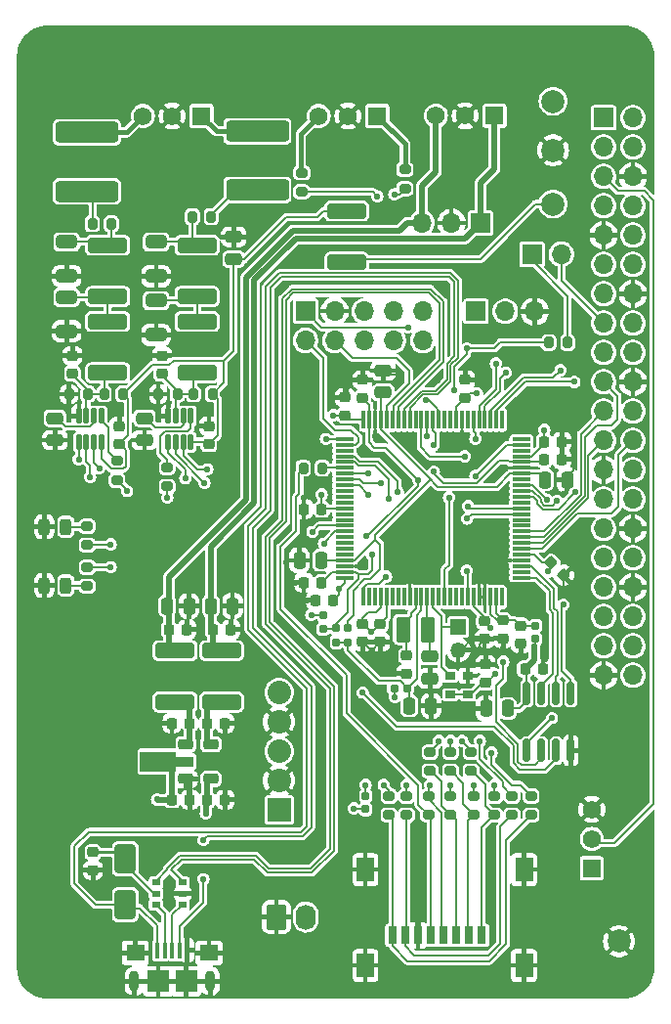
<source format=gbr>
%TF.GenerationSoftware,KiCad,Pcbnew,7.0.11-7.0.11~ubuntu20.04.1*%
%TF.CreationDate,2025-05-20T14:11:39-07:00*%
%TF.ProjectId,whaleboard,7768616c-6562-46f6-9172-642e6b696361,rev?*%
%TF.SameCoordinates,Original*%
%TF.FileFunction,Copper,L1,Top*%
%TF.FilePolarity,Positive*%
%FSLAX46Y46*%
G04 Gerber Fmt 4.6, Leading zero omitted, Abs format (unit mm)*
G04 Created by KiCad (PCBNEW 7.0.11-7.0.11~ubuntu20.04.1) date 2025-05-20 14:11:39*
%MOMM*%
%LPD*%
G01*
G04 APERTURE LIST*
G04 Aperture macros list*
%AMRoundRect*
0 Rectangle with rounded corners*
0 $1 Rounding radius*
0 $2 $3 $4 $5 $6 $7 $8 $9 X,Y pos of 4 corners*
0 Add a 4 corners polygon primitive as box body*
4,1,4,$2,$3,$4,$5,$6,$7,$8,$9,$2,$3,0*
0 Add four circle primitives for the rounded corners*
1,1,$1+$1,$2,$3*
1,1,$1+$1,$4,$5*
1,1,$1+$1,$6,$7*
1,1,$1+$1,$8,$9*
0 Add four rect primitives between the rounded corners*
20,1,$1+$1,$2,$3,$4,$5,0*
20,1,$1+$1,$4,$5,$6,$7,0*
20,1,$1+$1,$6,$7,$8,$9,0*
20,1,$1+$1,$8,$9,$2,$3,0*%
%AMFreePoly0*
4,1,9,3.862500,-0.866500,0.737500,-0.866500,0.737500,-0.450000,-0.737500,-0.450000,-0.737500,0.450000,0.737500,0.450000,0.737500,0.866500,3.862500,0.866500,3.862500,-0.866500,3.862500,-0.866500,$1*%
G04 Aperture macros list end*
%TA.AperFunction,ComponentPad*%
%ADD10C,5.400000*%
%TD*%
%TA.AperFunction,ComponentPad*%
%ADD11C,2.000000*%
%TD*%
%TA.AperFunction,SMDPad,CuDef*%
%ADD12RoundRect,0.200000X0.200000X0.275000X-0.200000X0.275000X-0.200000X-0.275000X0.200000X-0.275000X0*%
%TD*%
%TA.AperFunction,SMDPad,CuDef*%
%ADD13RoundRect,0.225000X-0.250000X0.225000X-0.250000X-0.225000X0.250000X-0.225000X0.250000X0.225000X0*%
%TD*%
%TA.AperFunction,SMDPad,CuDef*%
%ADD14RoundRect,0.250000X-0.475000X0.250000X-0.475000X-0.250000X0.475000X-0.250000X0.475000X0.250000X0*%
%TD*%
%TA.AperFunction,SMDPad,CuDef*%
%ADD15RoundRect,0.200000X0.275000X-0.200000X0.275000X0.200000X-0.275000X0.200000X-0.275000X-0.200000X0*%
%TD*%
%TA.AperFunction,SMDPad,CuDef*%
%ADD16RoundRect,0.250000X-1.450000X0.400000X-1.450000X-0.400000X1.450000X-0.400000X1.450000X0.400000X0*%
%TD*%
%TA.AperFunction,SMDPad,CuDef*%
%ADD17RoundRect,0.200000X-0.275000X0.200000X-0.275000X-0.200000X0.275000X-0.200000X0.275000X0.200000X0*%
%TD*%
%TA.AperFunction,SMDPad,CuDef*%
%ADD18RoundRect,0.225000X0.250000X-0.225000X0.250000X0.225000X-0.250000X0.225000X-0.250000X-0.225000X0*%
%TD*%
%TA.AperFunction,SMDPad,CuDef*%
%ADD19RoundRect,0.250000X-2.450000X0.650000X-2.450000X-0.650000X2.450000X-0.650000X2.450000X0.650000X0*%
%TD*%
%TA.AperFunction,SMDPad,CuDef*%
%ADD20RoundRect,0.150000X0.150000X-0.825000X0.150000X0.825000X-0.150000X0.825000X-0.150000X-0.825000X0*%
%TD*%
%TA.AperFunction,SMDPad,CuDef*%
%ADD21RoundRect,0.225000X0.335876X0.017678X0.017678X0.335876X-0.335876X-0.017678X-0.017678X-0.335876X0*%
%TD*%
%TA.AperFunction,SMDPad,CuDef*%
%ADD22R,0.800000X1.500000*%
%TD*%
%TA.AperFunction,SMDPad,CuDef*%
%ADD23R,1.500000X2.050000*%
%TD*%
%TA.AperFunction,SMDPad,CuDef*%
%ADD24RoundRect,0.250000X-0.250000X-0.475000X0.250000X-0.475000X0.250000X0.475000X-0.250000X0.475000X0*%
%TD*%
%TA.AperFunction,SMDPad,CuDef*%
%ADD25RoundRect,0.250000X0.650000X-0.325000X0.650000X0.325000X-0.650000X0.325000X-0.650000X-0.325000X0*%
%TD*%
%TA.AperFunction,ComponentPad*%
%ADD26R,2.032000X2.032000*%
%TD*%
%TA.AperFunction,ComponentPad*%
%ADD27C,2.032000*%
%TD*%
%TA.AperFunction,SMDPad,CuDef*%
%ADD28RoundRect,0.075000X0.075000X-0.725000X0.075000X0.725000X-0.075000X0.725000X-0.075000X-0.725000X0*%
%TD*%
%TA.AperFunction,SMDPad,CuDef*%
%ADD29RoundRect,0.075000X0.725000X-0.075000X0.725000X0.075000X-0.725000X0.075000X-0.725000X-0.075000X0*%
%TD*%
%TA.AperFunction,ComponentPad*%
%ADD30R,1.700000X1.700000*%
%TD*%
%TA.AperFunction,ComponentPad*%
%ADD31O,1.700000X1.700000*%
%TD*%
%TA.AperFunction,SMDPad,CuDef*%
%ADD32RoundRect,0.225000X0.225000X0.250000X-0.225000X0.250000X-0.225000X-0.250000X0.225000X-0.250000X0*%
%TD*%
%TA.AperFunction,ComponentPad*%
%ADD33R,1.574800X1.574800*%
%TD*%
%TA.AperFunction,ComponentPad*%
%ADD34C,1.574800*%
%TD*%
%TA.AperFunction,SMDPad,CuDef*%
%ADD35RoundRect,0.250000X-0.375000X-0.850000X0.375000X-0.850000X0.375000X0.850000X-0.375000X0.850000X0*%
%TD*%
%TA.AperFunction,SMDPad,CuDef*%
%ADD36RoundRect,0.250000X0.475000X-0.250000X0.475000X0.250000X-0.475000X0.250000X-0.475000X-0.250000X0*%
%TD*%
%TA.AperFunction,SMDPad,CuDef*%
%ADD37RoundRect,0.225000X-0.225000X-0.250000X0.225000X-0.250000X0.225000X0.250000X-0.225000X0.250000X0*%
%TD*%
%TA.AperFunction,SMDPad,CuDef*%
%ADD38R,0.400000X1.350000*%
%TD*%
%TA.AperFunction,SMDPad,CuDef*%
%ADD39R,1.600000X1.400000*%
%TD*%
%TA.AperFunction,SMDPad,CuDef*%
%ADD40R,1.900000X1.900000*%
%TD*%
%TA.AperFunction,ComponentPad*%
%ADD41O,0.900000X1.800000*%
%TD*%
%TA.AperFunction,SMDPad,CuDef*%
%ADD42RoundRect,0.160000X-0.160000X0.197500X-0.160000X-0.197500X0.160000X-0.197500X0.160000X0.197500X0*%
%TD*%
%TA.AperFunction,SMDPad,CuDef*%
%ADD43RoundRect,0.200000X-0.200000X-0.275000X0.200000X-0.275000X0.200000X0.275000X-0.200000X0.275000X0*%
%TD*%
%TA.AperFunction,SMDPad,CuDef*%
%ADD44RoundRect,0.250000X1.450000X-0.400000X1.450000X0.400000X-1.450000X0.400000X-1.450000X-0.400000X0*%
%TD*%
%TA.AperFunction,SMDPad,CuDef*%
%ADD45RoundRect,0.250000X0.250000X0.475000X-0.250000X0.475000X-0.250000X-0.475000X0.250000X-0.475000X0*%
%TD*%
%TA.AperFunction,SMDPad,CuDef*%
%ADD46RoundRect,0.160000X0.160000X-0.197500X0.160000X0.197500X-0.160000X0.197500X-0.160000X-0.197500X0*%
%TD*%
%TA.AperFunction,SMDPad,CuDef*%
%ADD47R,0.700000X0.510000*%
%TD*%
%TA.AperFunction,SMDPad,CuDef*%
%ADD48RoundRect,0.155000X0.155000X-0.212500X0.155000X0.212500X-0.155000X0.212500X-0.155000X-0.212500X0*%
%TD*%
%TA.AperFunction,SMDPad,CuDef*%
%ADD49RoundRect,0.225000X0.425000X0.225000X-0.425000X0.225000X-0.425000X-0.225000X0.425000X-0.225000X0*%
%TD*%
%TA.AperFunction,SMDPad,CuDef*%
%ADD50FreePoly0,180.000000*%
%TD*%
%TA.AperFunction,SMDPad,CuDef*%
%ADD51RoundRect,0.243750X0.243750X0.456250X-0.243750X0.456250X-0.243750X-0.456250X0.243750X-0.456250X0*%
%TD*%
%TA.AperFunction,SMDPad,CuDef*%
%ADD52RoundRect,0.125000X-0.125000X0.537500X-0.125000X-0.537500X0.125000X-0.537500X0.125000X0.537500X0*%
%TD*%
%TA.AperFunction,SMDPad,CuDef*%
%ADD53RoundRect,0.155000X-0.212500X-0.155000X0.212500X-0.155000X0.212500X0.155000X-0.212500X0.155000X0*%
%TD*%
%TA.AperFunction,SMDPad,CuDef*%
%ADD54R,0.850000X0.650000*%
%TD*%
%TA.AperFunction,SMDPad,CuDef*%
%ADD55RoundRect,0.225000X-0.425000X-0.225000X0.425000X-0.225000X0.425000X0.225000X-0.425000X0.225000X0*%
%TD*%
%TA.AperFunction,SMDPad,CuDef*%
%ADD56FreePoly0,0.000000*%
%TD*%
%TA.AperFunction,SMDPad,CuDef*%
%ADD57RoundRect,0.250000X-0.650000X1.000000X-0.650000X-1.000000X0.650000X-1.000000X0.650000X1.000000X0*%
%TD*%
%TA.AperFunction,ComponentPad*%
%ADD58RoundRect,0.250000X-0.620000X-0.845000X0.620000X-0.845000X0.620000X0.845000X-0.620000X0.845000X0*%
%TD*%
%TA.AperFunction,ComponentPad*%
%ADD59O,1.740000X2.190000*%
%TD*%
%TA.AperFunction,ComponentPad*%
%ADD60R,1.350000X1.350000*%
%TD*%
%TA.AperFunction,ComponentPad*%
%ADD61O,1.350000X1.350000*%
%TD*%
%TA.AperFunction,ViaPad*%
%ADD62C,0.558800*%
%TD*%
%TA.AperFunction,Conductor*%
%ADD63C,0.177800*%
%TD*%
%TA.AperFunction,Conductor*%
%ADD64C,0.182118*%
%TD*%
%TA.AperFunction,Conductor*%
%ADD65C,0.508000*%
%TD*%
%TA.AperFunction,Conductor*%
%ADD66C,0.381000*%
%TD*%
%TA.AperFunction,Conductor*%
%ADD67C,0.254000*%
%TD*%
G04 APERTURE END LIST*
D10*
%TO.P,H3,1,1*%
%TO.N,GND*%
X155504000Y-121870000D03*
%TD*%
D11*
%TO.P,TP3,1,1*%
%TO.N,GND*%
X155560000Y-140030000D03*
%TD*%
D12*
%TO.P,R2,1*%
%TO.N,Net-(C2-Pad2)*%
X120225000Y-77300000D03*
%TO.P,R2,2*%
%TO.N,Net-(C3-Pad2)*%
X118575000Y-77300000D03*
%TD*%
D13*
%TO.P,C32,1*%
%TO.N,Net-(D3-K)*%
X109982000Y-132321000D03*
%TO.P,C32,2*%
%TO.N,GND*%
X109982000Y-133871000D03*
%TD*%
D14*
%TO.P,C13,1*%
%TO.N,GND*%
X122174000Y-79060000D03*
%TO.P,C13,2*%
%TO.N,+3.3VA*%
X122174000Y-80960000D03*
%TD*%
D15*
%TO.P,R23,1*%
%TO.N,Net-(U7A-PB5)*%
X109474000Y-105727000D03*
%TO.P,R23,2*%
%TO.N,Net-(D1-K)*%
X109474000Y-104077000D03*
%TD*%
D16*
%TO.P,L2,1,1*%
%TO.N,Net-(C4-Pad2)*%
X118999000Y-86360000D03*
%TO.P,L2,2,2*%
%TO.N,Net-(U1-IN)*%
X118999000Y-90810000D03*
%TD*%
D17*
%TO.P,R21,1*%
%TO.N,/micro/SD_DAT0*%
X146304000Y-127445000D03*
%TO.P,R21,2*%
%TO.N,Net-(J8-DAT0)*%
X146304000Y-129095000D03*
%TD*%
D18*
%TO.P,C20,1*%
%TO.N,GND*%
X133350000Y-114109800D03*
%TO.P,C20,2*%
%TO.N,+3.3V*%
X133350000Y-112559800D03*
%TD*%
D19*
%TO.P,C2,1*%
%TO.N,/input/SIGIN-*%
X124225000Y-69900000D03*
%TO.P,C2,2*%
%TO.N,Net-(C2-Pad2)*%
X124225000Y-75000000D03*
%TD*%
D15*
%TO.P,R9,1*%
%TO.N,/GainA0*%
X137007600Y-74866000D03*
%TO.P,R9,2*%
%TO.N,/input/GainA0_OUT*%
X137007600Y-73216000D03*
%TD*%
D13*
%TO.P,C25,1*%
%TO.N,GND*%
X131826000Y-92951000D03*
%TO.P,C25,2*%
%TO.N,+3.3V*%
X131826000Y-94501000D03*
%TD*%
D12*
%TO.P,R5,1*%
%TO.N,+3.3VA*%
X112585000Y-92649000D03*
%TO.P,R5,2*%
%TO.N,Net-(U2-IN)*%
X110935000Y-92649000D03*
%TD*%
D20*
%TO.P,U6,1,~{CE}*%
%TO.N,/micro/OSPI1_CS#*%
X147574000Y-123506000D03*
%TO.P,U6,2,SO/SIO*%
%TO.N,/micro/OSPI1_S0*%
X148844000Y-123506000D03*
%TO.P,U6,3,SIO2*%
%TO.N,/micro/OSPI1_S2*%
X150114000Y-123506000D03*
%TO.P,U6,4,VSS*%
%TO.N,GND*%
X151384000Y-123506000D03*
%TO.P,U6,5,SI/SIO*%
%TO.N,/micro/OSPI1_S1*%
X151384000Y-118556000D03*
%TO.P,U6,6,SCLK*%
%TO.N,/micro/OSPI1_CLK*%
X150114000Y-118556000D03*
%TO.P,U6,7,SIO3*%
%TO.N,/micro/OSPI1_S3*%
X148844000Y-118556000D03*
%TO.P,U6,8,VCC*%
%TO.N,+3.3V*%
X147574000Y-118556000D03*
%TD*%
D21*
%TO.P,C22,1*%
%TO.N,GND*%
X150763608Y-108345608D03*
%TO.P,C22,2*%
%TO.N,+3.3V*%
X149667592Y-107249592D03*
%TD*%
D22*
%TO.P,J8,1,DAT2*%
%TO.N,Net-(J8-DAT2)*%
X143662000Y-139514000D03*
%TO.P,J8,2,DAT3/CD*%
%TO.N,Net-(J8-DAT3{slash}CD)*%
X142562000Y-139514000D03*
%TO.P,J8,3,CMD*%
%TO.N,Net-(J8-CMD)*%
X141462000Y-139514000D03*
%TO.P,J8,4,VDD*%
%TO.N,Net-(J8-VDD)*%
X140362000Y-139514000D03*
%TO.P,J8,5,CLK*%
%TO.N,Net-(J8-CLK)*%
X139262000Y-139514000D03*
%TO.P,J8,6,VSS*%
%TO.N,GND*%
X138162000Y-139514000D03*
%TO.P,J8,7,DAT0*%
%TO.N,Net-(J8-DAT0)*%
X137062000Y-139514000D03*
%TO.P,J8,8,DAT1*%
%TO.N,Net-(J8-DAT1)*%
X135962000Y-139514000D03*
D23*
%TO.P,J8,9,SHIELD*%
%TO.N,GND*%
X133587000Y-133814000D03*
X133587000Y-142114000D03*
X147337000Y-133814000D03*
X147337000Y-142114000D03*
%TD*%
D24*
%TO.P,C41,1*%
%TO.N,GND*%
X127863912Y-107050485D03*
%TO.P,C41,2*%
%TO.N,Net-(C41-Pad2)*%
X129763912Y-107050485D03*
%TD*%
D25*
%TO.P,C4,1*%
%TO.N,GND*%
X115443000Y-87520000D03*
%TO.P,C4,2*%
%TO.N,Net-(C4-Pad2)*%
X115443000Y-84570000D03*
%TD*%
D10*
%TO.P,H2,1,1*%
%TO.N,GND*%
X106504001Y-63870001D03*
%TD*%
D26*
%TO.P,U4,1,VIN*%
%TO.N,+5V*%
X126100000Y-128650000D03*
D27*
%TO.P,U4,2,GND*%
%TO.N,GND*%
X126100000Y-126110000D03*
%TO.P,U4,3,+Vout*%
%TO.N,+15V*%
X126100000Y-123570000D03*
%TO.P,U4,4,GND*%
%TO.N,GND*%
X126100000Y-121030000D03*
%TO.P,U4,5,-Vout*%
%TO.N,-15V*%
X126100000Y-118490000D03*
%TD*%
D28*
%TO.P,U7,1,PE2*%
%TO.N,/micro/OSPI1_S2*%
X133443142Y-110221215D03*
%TO.P,U7,2,PE4*%
%TO.N,unconnected-(U7A-PE4-Pad2)*%
X133943142Y-110221215D03*
%TO.P,U7,3,PE5*%
%TO.N,unconnected-(U7A-PE5-Pad3)*%
X134443142Y-110221215D03*
%TO.P,U7,4,VDD*%
%TO.N,+3.3V*%
X134943142Y-110221215D03*
%TO.P,U7,5,VBAT*%
X135443142Y-110221215D03*
%TO.P,U7,6,PC13*%
%TO.N,unconnected-(U7A-PC13-Pad6)*%
X135943142Y-110221215D03*
%TO.P,U7,7,PC14*%
%TO.N,unconnected-(U7A-PC14-Pad7)*%
X136443142Y-110221215D03*
%TO.P,U7,8,PC15*%
%TO.N,unconnected-(U7A-PC15-Pad8)*%
X136943142Y-110221215D03*
%TO.P,U7,9,VSSSMPS*%
%TO.N,GND*%
X137443142Y-110221215D03*
%TO.P,U7,10,VLXSMPS*%
%TO.N,Net-(U7B-VLXSMPS)*%
X137943142Y-110221215D03*
%TO.P,U7,11,VDDSMPS*%
%TO.N,Net-(U7B-VDDSMPS)*%
X138443142Y-110221215D03*
%TO.P,U7,12,VFBSMPS*%
%TO.N,Net-(U7B-VFBSMPS)*%
X138943142Y-110221215D03*
%TO.P,U7,13,PH0*%
%TO.N,/micro/STM_OSC_IN*%
X139443142Y-110221215D03*
%TO.P,U7,14,PH1*%
%TO.N,/micro/STM_OSC_OUT*%
X139943142Y-110221215D03*
%TO.P,U7,15,NRST*%
%TO.N,/micro/STM_RESET*%
X140443142Y-110221215D03*
%TO.P,U7,16,PC0*%
%TO.N,unconnected-(U7A-PC0-Pad16)*%
X140943142Y-110221215D03*
%TO.P,U7,17,PC1*%
%TO.N,unconnected-(U7A-PC1-Pad17)*%
X141443142Y-110221215D03*
%TO.P,U7,18,PC2_C*%
%TO.N,unconnected-(U7A-PC2_C-Pad18)*%
X141943142Y-110221215D03*
%TO.P,U7,19,PC3_C*%
%TO.N,/micro/OSPI1_S0*%
X142443142Y-110221215D03*
%TO.P,U7,20,VDD*%
%TO.N,+3.3V*%
X142943142Y-110221215D03*
%TO.P,U7,21,VSS*%
%TO.N,GND*%
X143443142Y-110221215D03*
%TO.P,U7,22,VSSA*%
X143943142Y-110221215D03*
%TO.P,U7,23,VREF+*%
%TO.N,Net-(U7B-VDDA)*%
X144443142Y-110221215D03*
%TO.P,U7,24,VDDA*%
X144943142Y-110221215D03*
%TO.P,U7,25,PA0*%
%TO.N,unconnected-(U7A-PA0-Pad25)*%
X145443142Y-110221215D03*
D29*
%TO.P,U7,26,PA1*%
%TO.N,/micro/OSPI1_S3*%
X147118142Y-108546215D03*
%TO.P,U7,27,PA2*%
%TO.N,unconnected-(U7A-PA2-Pad27)*%
X147118142Y-108046215D03*
%TO.P,U7,28,PA3*%
%TO.N,/micro/OSPI1_CLK*%
X147118142Y-107546215D03*
%TO.P,U7,29,VSS*%
%TO.N,GND*%
X147118142Y-107046215D03*
%TO.P,U7,30,VDD*%
%TO.N,+3.3V*%
X147118142Y-106546215D03*
%TO.P,U7,31,PA4*%
%TO.N,/SPI0_NCS*%
X147118142Y-106046215D03*
%TO.P,U7,32,PA5*%
%TO.N,/SPI0_SCK*%
X147118142Y-105546215D03*
%TO.P,U7,33,PA6*%
%TO.N,/SPI0_MOSI*%
X147118142Y-105046215D03*
%TO.P,U7,34,PA7*%
%TO.N,/SPI0_MISO*%
X147118142Y-104546215D03*
%TO.P,U7,35,PC4*%
%TO.N,unconnected-(U7A-PC4-Pad35)*%
X147118142Y-104046215D03*
%TO.P,U7,36,PC5*%
%TO.N,unconnected-(U7A-PC5-Pad36)*%
X147118142Y-103546215D03*
%TO.P,U7,37,PB0*%
%TO.N,/ADC-*%
X147118142Y-103046215D03*
%TO.P,U7,38,PB1*%
%TO.N,/ADC+*%
X147118142Y-102546215D03*
%TO.P,U7,39,PB2*%
%TO.N,unconnected-(U7A-PB2-Pad39)*%
X147118142Y-102046215D03*
%TO.P,U7,40,PE7*%
%TO.N,/RecordEnable*%
X147118142Y-101546215D03*
%TO.P,U7,41,PE8*%
%TO.N,/AcqBusy*%
X147118142Y-101046215D03*
%TO.P,U7,42,PB10*%
%TO.N,/micro/OSPI1_CS#*%
X147118142Y-100546215D03*
%TO.P,U7,43,PB11*%
%TO.N,unconnected-(U7A-PB11-Pad43)*%
X147118142Y-100046215D03*
%TO.P,U7,44,VCAP*%
%TO.N,Net-(C41-Pad2)*%
X147118142Y-99546215D03*
%TO.P,U7,45,VSS*%
%TO.N,GND*%
X147118142Y-99046215D03*
%TO.P,U7,46,VDDLDO*%
%TO.N,Net-(C34-Pad2)*%
X147118142Y-98546215D03*
%TO.P,U7,47,VDD*%
%TO.N,+3.3V*%
X147118142Y-98046215D03*
%TO.P,U7,48,PB12*%
%TO.N,unconnected-(U7A-PB12-Pad48)*%
X147118142Y-97546215D03*
%TO.P,U7,49,PB13*%
%TO.N,/micro/SD_DAT0*%
X147118142Y-97046215D03*
%TO.P,U7,50,PB14*%
%TO.N,unconnected-(U7A-PB14-Pad50)*%
X147118142Y-96546215D03*
D28*
%TO.P,U7,51,PB15*%
%TO.N,unconnected-(U7A-PB15-Pad51)*%
X145443142Y-94871215D03*
%TO.P,U7,52,PD8*%
%TO.N,/UART_STM2PI*%
X144943142Y-94871215D03*
%TO.P,U7,53,PD9*%
%TO.N,/UART_PI2STM*%
X144443142Y-94871215D03*
%TO.P,U7,54,PD10*%
%TO.N,/GainA0*%
X143943142Y-94871215D03*
%TO.P,U7,55,PD11*%
%TO.N,/GainA1*%
X143443142Y-94871215D03*
%TO.P,U7,56,PD12*%
%TO.N,/micro/OSPI1_S1*%
X142943142Y-94871215D03*
%TO.P,U7,57,PD13*%
%TO.N,unconnected-(U7A-PD13-Pad57)*%
X142443142Y-94871215D03*
%TO.P,U7,58,VSS*%
%TO.N,GND*%
X141943142Y-94871215D03*
%TO.P,U7,59,VDD*%
%TO.N,+3.3V*%
X141443142Y-94871215D03*
%TO.P,U7,60,PD14*%
%TO.N,unconnected-(U7A-PD14-Pad60)*%
X140943142Y-94871215D03*
%TO.P,U7,61,PD15*%
%TO.N,unconnected-(U7A-PD15-Pad61)*%
X140443142Y-94871215D03*
%TO.P,U7,62,PC6*%
%TO.N,/GainB0*%
X139943142Y-94871215D03*
%TO.P,U7,63,PC7*%
%TO.N,/GainB1*%
X139443142Y-94871215D03*
%TO.P,U7,64,PC8*%
%TO.N,/GainB2*%
X138943142Y-94871215D03*
%TO.P,U7,65,PC9*%
%TO.N,/micro/SD_DAT1*%
X138443142Y-94871215D03*
%TO.P,U7,66,PA8*%
%TO.N,unconnected-(U7A-PA8-Pad66)*%
X137943142Y-94871215D03*
%TO.P,U7,67,PA9*%
%TO.N,/micro/USB_VSENSE*%
X137443142Y-94871215D03*
%TO.P,U7,68,PA10*%
%TO.N,/micro/USB_ID*%
X136943142Y-94871215D03*
%TO.P,U7,69,PA11*%
%TO.N,/micro/USB_STM_DN*%
X136443142Y-94871215D03*
%TO.P,U7,70,PA12*%
%TO.N,/micro/USB_STM_DP*%
X135943142Y-94871215D03*
%TO.P,U7,71,PA13(JTMS*%
%TO.N,/micro/SWDIO*%
X135443142Y-94871215D03*
%TO.P,U7,72,VCAP*%
%TO.N,Net-(C41-Pad2)*%
X134943142Y-94871215D03*
%TO.P,U7,73,VSS*%
%TO.N,GND*%
X134443142Y-94871215D03*
%TO.P,U7,74,VDDLDO*%
%TO.N,Net-(C34-Pad2)*%
X133943142Y-94871215D03*
%TO.P,U7,75,VDD*%
%TO.N,+3.3V*%
X133443142Y-94871215D03*
D29*
%TO.P,U7,76,VDD33USB*%
X131768142Y-96546215D03*
%TO.P,U7,77,PA14(JTCK*%
%TO.N,/micro/SWCLK*%
X131768142Y-97046215D03*
%TO.P,U7,78,PA15(JTDI)*%
%TO.N,unconnected-(U7A-PA15(JTDI)-Pad78)*%
X131768142Y-97546215D03*
%TO.P,U7,79,PC10*%
%TO.N,/micro/SD_DAT2*%
X131768142Y-98046215D03*
%TO.P,U7,80,PC11*%
%TO.N,/micro/SD_DAT3*%
X131768142Y-98546215D03*
%TO.P,U7,81,PC12*%
%TO.N,/micro/SD_CLK*%
X131768142Y-99046215D03*
%TO.P,U7,82,PD0*%
%TO.N,/micro/RX_DIAG*%
X131768142Y-99546215D03*
%TO.P,U7,83,PD1*%
%TO.N,/micro/TX_DIAG*%
X131768142Y-100046215D03*
%TO.P,U7,84,PD2*%
%TO.N,/micro/SD_CMD*%
X131768142Y-100546215D03*
%TO.P,U7,85,PD3*%
%TO.N,unconnected-(U7A-PD3-Pad85)*%
X131768142Y-101046215D03*
%TO.P,U7,86,PD4*%
%TO.N,unconnected-(U7A-PD4-Pad86)*%
X131768142Y-101546215D03*
%TO.P,U7,87,PD5*%
%TO.N,unconnected-(U7A-PD5-Pad87)*%
X131768142Y-102046215D03*
%TO.P,U7,88,VDD*%
%TO.N,+3.3V*%
X131768142Y-102546215D03*
%TO.P,U7,89,PB3(JTDO*%
%TO.N,unconnected-(U7A-PB3(JTDO-Pad89)*%
X131768142Y-103046215D03*
%TO.P,U7,90,PB4(NJTRST)*%
%TO.N,unconnected-(U7A-PB4(NJTRST)-Pad90)*%
X131768142Y-103546215D03*
%TO.P,U7,91,PB5*%
%TO.N,Net-(U7A-PB5)*%
X131768142Y-104046215D03*
%TO.P,U7,92,PB6*%
%TO.N,Net-(U7A-PB6)*%
X131768142Y-104546215D03*
%TO.P,U7,93,PB7*%
%TO.N,unconnected-(U7A-PB7-Pad93)*%
X131768142Y-105046215D03*
%TO.P,U7,94,BOOT0*%
%TO.N,unconnected-(U7A-BOOT0-Pad94)*%
X131768142Y-105546215D03*
%TO.P,U7,95,PB8*%
%TO.N,unconnected-(U7A-PB8-Pad95)*%
X131768142Y-106046215D03*
%TO.P,U7,96,PB9*%
%TO.N,unconnected-(U7A-PB9-Pad96)*%
X131768142Y-106546215D03*
%TO.P,U7,97,VCAP*%
%TO.N,Net-(C41-Pad2)*%
X131768142Y-107046215D03*
%TO.P,U7,98,VSS*%
%TO.N,GND*%
X131768142Y-107546215D03*
%TO.P,U7,99,VDDLDO*%
%TO.N,Net-(C34-Pad2)*%
X131768142Y-108046215D03*
%TO.P,U7,100,VDD*%
%TO.N,+3.3V*%
X131768142Y-108546215D03*
%TD*%
D15*
%TO.P,R13,1*%
%TO.N,Net-(J8-CLK)*%
X139065000Y-129095000D03*
%TO.P,R13,2*%
%TO.N,Net-(J8-VDD)*%
X139065000Y-127445000D03*
%TD*%
D30*
%TO.P,J6,1,Pin_1*%
%TO.N,/micro/RX_DIAG*%
X143175000Y-85500000D03*
D31*
%TO.P,J6,2,Pin_2*%
%TO.N,/micro/TX_DIAG*%
X145715000Y-85500000D03*
%TO.P,J6,3,Pin_3*%
%TO.N,GND*%
X148255000Y-85500000D03*
%TD*%
D13*
%TO.P,C5,1*%
%TO.N,GND*%
X115951000Y-89334000D03*
%TO.P,C5,2*%
%TO.N,Net-(U1-IN)*%
X115951000Y-90884000D03*
%TD*%
D15*
%TO.P,R11,1*%
%TO.N,Net-(J8-DAT1)*%
X135636000Y-129095000D03*
%TO.P,R11,2*%
%TO.N,Net-(J8-VDD)*%
X135636000Y-127445000D03*
%TD*%
D32*
%TO.P,C14,1*%
%TO.N,GND*%
X121425000Y-127762000D03*
%TO.P,C14,2*%
%TO.N,+15V*%
X119875000Y-127762000D03*
%TD*%
D33*
%TO.P,J2,1,Pin_1*%
%TO.N,/input/SIGIN-*%
X119380000Y-68580000D03*
D34*
%TO.P,J2,2,Pin_2*%
%TO.N,GND*%
X116840000Y-68580000D03*
%TO.P,J2,3,Pin_3*%
%TO.N,/input/SIGIN+*%
X114300000Y-68580000D03*
%TD*%
D10*
%TO.P,H1,1,1*%
%TO.N,GND*%
X155504000Y-63870001D03*
%TD*%
D35*
%TO.P,L8,1,1*%
%TO.N,Net-(U7B-VLXSMPS)*%
X136847000Y-113030000D03*
%TO.P,L8,2,2*%
%TO.N,Net-(U7B-VFBSMPS)*%
X138997000Y-113030000D03*
%TD*%
D36*
%TO.P,C6,1*%
%TO.N,GND*%
X114427000Y-96647000D03*
%TO.P,C6,2*%
%TO.N,Net-(U1-AGND)*%
X114427000Y-94747000D03*
%TD*%
D37*
%TO.P,C27,1*%
%TO.N,GND*%
X129273000Y-110490000D03*
%TO.P,C27,2*%
%TO.N,+3.3V*%
X130823000Y-110490000D03*
%TD*%
D17*
%TO.P,R17,1*%
%TO.N,/micro/SD_DAT2*%
X142748000Y-123635000D03*
%TO.P,R17,2*%
%TO.N,Net-(J8-DAT2)*%
X142748000Y-125285000D03*
%TD*%
D15*
%TO.P,R7,1*%
%TO.N,/ADC-*%
X112050000Y-100100000D03*
%TO.P,R7,2*%
%TO.N,Net-(U2-OUT)*%
X112050000Y-98450000D03*
%TD*%
D38*
%TO.P,J11,1,VUSB*%
%TO.N,/micro/USB_VSENSE*%
X115540000Y-140809600D03*
%TO.P,J11,2,D-*%
%TO.N,/micro/USB_DN*%
X116190000Y-140809600D03*
%TO.P,J11,3,D+*%
%TO.N,/micro/USB_DP*%
X116840000Y-140809600D03*
%TO.P,J11,4,ID*%
%TO.N,/micro/USB_ID*%
X117490000Y-140809600D03*
%TO.P,J11,5,GND*%
%TO.N,GND*%
X118140000Y-140809600D03*
D39*
%TO.P,J11,S1,SHIELD*%
X113640000Y-141034600D03*
%TO.P,J11,S2,SHIELD__1*%
X120040000Y-141034600D03*
D40*
%TO.P,J11,S3,SHIELD__2*%
X118040000Y-143484600D03*
%TO.P,J11,S4,SHIELD__3*%
X115640000Y-143484600D03*
D41*
%TO.P,J11,S5,SHIELD__4*%
X113540000Y-143484600D03*
%TO.P,J11,S6,SHIELD__5*%
X120140000Y-143484600D03*
%TD*%
D42*
%TO.P,R27,1*%
%TO.N,Net-(C34-Pad2)*%
X131064000Y-112940500D03*
%TO.P,R27,2*%
%TO.N,Net-(U7B-VDDSMPS)*%
X131064000Y-114135500D03*
%TD*%
D33*
%TO.P,J3,1,Pin_1*%
%TO.N,/input/GainA0_OUT*%
X134620000Y-68580000D03*
D34*
%TO.P,J3,2,Pin_2*%
%TO.N,GND*%
X132080000Y-68580000D03*
%TO.P,J3,3,Pin_3*%
%TO.N,/input/GainA1_OUT*%
X129540000Y-68580000D03*
%TD*%
D36*
%TO.P,C12,1*%
%TO.N,GND*%
X106680000Y-96647000D03*
%TO.P,C12,2*%
%TO.N,Net-(U2-AGND)*%
X106680000Y-94747000D03*
%TD*%
D37*
%TO.P,C26,1*%
%TO.N,GND*%
X128251044Y-102616000D03*
%TO.P,C26,2*%
%TO.N,+3.3V*%
X129801044Y-102616000D03*
%TD*%
D43*
%TO.P,R6,1*%
%TO.N,Net-(C8-Pad2)*%
X109919000Y-77917000D03*
%TO.P,R6,2*%
%TO.N,Net-(C9-Pad2)*%
X111569000Y-77917000D03*
%TD*%
D25*
%TO.P,C10,1*%
%TO.N,GND*%
X107696000Y-87218000D03*
%TO.P,C10,2*%
%TO.N,Net-(C10-Pad2)*%
X107696000Y-84268000D03*
%TD*%
%TO.P,C3,1*%
%TO.N,GND*%
X115443000Y-82440000D03*
%TO.P,C3,2*%
%TO.N,Net-(C3-Pad2)*%
X115443000Y-79490000D03*
%TD*%
D16*
%TO.P,L4,1,1*%
%TO.N,Net-(C10-Pad2)*%
X111252000Y-86360000D03*
%TO.P,L4,2,2*%
%TO.N,Net-(U2-IN)*%
X111252000Y-90810000D03*
%TD*%
D44*
%TO.P,L5,1,1*%
%TO.N,+3.3V*%
X131970000Y-81245000D03*
%TO.P,L5,2,2*%
%TO.N,+3.3VA*%
X131970000Y-76795000D03*
%TD*%
D37*
%TO.P,C45,1*%
%TO.N,GND*%
X128257000Y-108966000D03*
%TO.P,C45,2*%
%TO.N,Net-(C34-Pad2)*%
X129807000Y-108966000D03*
%TD*%
D24*
%TO.P,C19,1*%
%TO.N,-12VA*%
X116398000Y-110998000D03*
%TO.P,C19,2*%
%TO.N,GND*%
X118298000Y-110998000D03*
%TD*%
D45*
%TO.P,C43,1*%
%TO.N,GND*%
X151064000Y-100076000D03*
%TO.P,C43,2*%
%TO.N,Net-(C41-Pad2)*%
X149164000Y-100076000D03*
%TD*%
D46*
%TO.P,R29,1*%
%TO.N,Net-(U7B-VDDSMPS)*%
X132080000Y-114135500D03*
%TO.P,R29,2*%
%TO.N,Net-(C41-Pad2)*%
X132080000Y-112940500D03*
%TD*%
D17*
%TO.P,R24,1*%
%TO.N,Net-(U7A-PB6)*%
X109474000Y-107633000D03*
%TO.P,R24,2*%
%TO.N,Net-(D2-K)*%
X109474000Y-109283000D03*
%TD*%
D15*
%TO.P,R10,1*%
%TO.N,/GainA1*%
X128075000Y-75150000D03*
%TO.P,R10,2*%
%TO.N,/input/GainA1_OUT*%
X128075000Y-73500000D03*
%TD*%
D47*
%TO.P,U8,1,IO-1B*%
%TO.N,/micro/USB_DP*%
X117746000Y-136840000D03*
%TO.P,U8,2,GND*%
%TO.N,GND*%
X117746000Y-135890000D03*
%TO.P,U8,3,IO-1A*%
%TO.N,/micro/USB_STM_DP*%
X117746000Y-134940000D03*
%TO.P,U8,4,IO-2A*%
%TO.N,/micro/USB_STM_DN*%
X115426000Y-134940000D03*
%TO.P,U8,5,VCC*%
%TO.N,Net-(D3-K)*%
X115426000Y-135890000D03*
%TO.P,U8,6,IO-2B*%
%TO.N,/micro/USB_DN*%
X115426000Y-136840000D03*
%TD*%
D12*
%TO.P,R8,1*%
%TO.N,Net-(U2-IN)*%
X109537000Y-92649000D03*
%TO.P,R8,2*%
%TO.N,GND*%
X107887000Y-92649000D03*
%TD*%
D30*
%TO.P,J7,1,Pin_1*%
%TO.N,/micro/STM_RESET*%
X128397000Y-85471000D03*
D31*
%TO.P,J7,2,Pin_2*%
%TO.N,/micro/SWCLK*%
X128397000Y-88011000D03*
%TO.P,J7,3,Pin_3*%
%TO.N,GND*%
X130937000Y-85471000D03*
%TO.P,J7,4,Pin_4*%
%TO.N,/micro/SWDIO*%
X130937000Y-88011000D03*
%TO.P,J7,5,Pin_5*%
%TO.N,+3.3V*%
X133477000Y-85471000D03*
%TO.P,J7,6,Pin_6*%
X133477000Y-88011000D03*
%TO.P,J7,7,Pin_7*%
%TO.N,unconnected-(J7-Pin_7-Pad7)*%
X136017000Y-85471000D03*
%TO.P,J7,8,Pin_8*%
%TO.N,unconnected-(J7-Pin_8-Pad8)*%
X136017000Y-88011000D03*
%TO.P,J7,9,Pin_9*%
%TO.N,unconnected-(J7-Pin_9-Pad9)*%
X138557000Y-85471000D03*
%TO.P,J7,10,Pin_10*%
%TO.N,unconnected-(J7-Pin_10-Pad10)*%
X138557000Y-88011000D03*
%TD*%
D42*
%TO.P,R28,1*%
%TO.N,+3.3V*%
X129921000Y-111797500D03*
%TO.P,R28,2*%
%TO.N,Net-(C34-Pad2)*%
X129921000Y-112992500D03*
%TD*%
D18*
%TO.P,C21,1*%
%TO.N,GND*%
X143910000Y-113865000D03*
%TO.P,C21,2*%
%TO.N,+3.3V*%
X143910000Y-112315000D03*
%TD*%
D24*
%TO.P,C29,1*%
%TO.N,GND*%
X144050000Y-119880000D03*
%TO.P,C29,2*%
%TO.N,+3.3V*%
X145950000Y-119880000D03*
%TD*%
D12*
%TO.P,R20,1*%
%TO.N,/micro/SD_CLK*%
X129857000Y-99060000D03*
%TO.P,R20,2*%
%TO.N,Net-(J8-CLK)*%
X128207000Y-99060000D03*
%TD*%
D14*
%TO.P,C42,1*%
%TO.N,GND*%
X135128000Y-90617000D03*
%TO.P,C42,2*%
%TO.N,Net-(C41-Pad2)*%
X135128000Y-92517000D03*
%TD*%
D18*
%TO.P,C44,1*%
%TO.N,GND*%
X137160000Y-116853000D03*
%TO.P,C44,2*%
%TO.N,Net-(U7B-VLXSMPS)*%
X137160000Y-115303000D03*
%TD*%
D37*
%TO.P,C17,1*%
%TO.N,-15V*%
X116827000Y-127762000D03*
%TO.P,C17,2*%
%TO.N,GND*%
X118377000Y-127762000D03*
%TD*%
D45*
%TO.P,C16,1*%
%TO.N,GND*%
X122078000Y-110998000D03*
%TO.P,C16,2*%
%TO.N,+12VA*%
X120178000Y-110998000D03*
%TD*%
D30*
%TO.P,J13,1,Pin_1*%
%TO.N,Net-(J13-Pin_1)*%
X148026200Y-80543400D03*
D31*
%TO.P,J13,2,Pin_2*%
%TO.N,/STM_RESET*%
X150566200Y-80543400D03*
%TD*%
D32*
%TO.P,C28,1*%
%TO.N,GND*%
X148984000Y-116459000D03*
%TO.P,C28,2*%
%TO.N,+3.3V*%
X147434000Y-116459000D03*
%TD*%
D13*
%TO.P,C35,1*%
%TO.N,GND*%
X133350000Y-91427000D03*
%TO.P,C35,2*%
%TO.N,Net-(C34-Pad2)*%
X133350000Y-92977000D03*
%TD*%
D25*
%TO.P,C9,1*%
%TO.N,GND*%
X107696000Y-82440000D03*
%TO.P,C9,2*%
%TO.N,Net-(C9-Pad2)*%
X107696000Y-79490000D03*
%TD*%
D12*
%TO.P,R25,1*%
%TO.N,Net-(J13-Pin_1)*%
X151125000Y-88200000D03*
%TO.P,R25,2*%
%TO.N,/micro/STM_RESET*%
X149475000Y-88200000D03*
%TD*%
D48*
%TO.P,FB1,1*%
%TO.N,+3.3V*%
X133604000Y-128583500D03*
%TO.P,FB1,2*%
%TO.N,Net-(J8-VDD)*%
X133604000Y-127448500D03*
%TD*%
D10*
%TO.P,H4,1,1*%
%TO.N,GND*%
X106504001Y-121870000D03*
%TD*%
D49*
%TO.P,U5,1,GND*%
%TO.N,GND*%
X118028000Y-125960000D03*
D50*
%TO.P,U5,2,VI*%
%TO.N,-15V*%
X117940500Y-124460000D03*
D49*
%TO.P,U5,3,VO*%
%TO.N,Net-(U5-VO)*%
X118028000Y-122960000D03*
%TD*%
D32*
%TO.P,C31,1*%
%TO.N,Net-(U5-VO)*%
X118377000Y-121158000D03*
%TO.P,C31,2*%
%TO.N,GND*%
X116827000Y-121158000D03*
%TD*%
%TO.P,C23,1*%
%TO.N,GND*%
X150635000Y-96774000D03*
%TO.P,C23,2*%
%TO.N,+3.3V*%
X149085000Y-96774000D03*
%TD*%
%TO.P,C30,1*%
%TO.N,GND*%
X121425000Y-121158000D03*
%TO.P,C30,2*%
%TO.N,Net-(U3-OUT)*%
X119875000Y-121158000D03*
%TD*%
D16*
%TO.P,L1,1,1*%
%TO.N,Net-(C3-Pad2)*%
X118999000Y-79756000D03*
%TO.P,L1,2,2*%
%TO.N,Net-(C4-Pad2)*%
X118999000Y-84206000D03*
%TD*%
D18*
%TO.P,C33,1*%
%TO.N,+3.3V*%
X144018000Y-117615000D03*
%TO.P,C33,2*%
%TO.N,GND*%
X144018000Y-116065000D03*
%TD*%
D16*
%TO.P,L3,1,1*%
%TO.N,Net-(C9-Pad2)*%
X111252000Y-79756000D03*
%TO.P,L3,2,2*%
%TO.N,Net-(C10-Pad2)*%
X111252000Y-84206000D03*
%TD*%
D13*
%TO.P,C11,1*%
%TO.N,GND*%
X108204000Y-89334000D03*
%TO.P,C11,2*%
%TO.N,Net-(U2-IN)*%
X108204000Y-90884000D03*
%TD*%
D51*
%TO.P,D1,1,K*%
%TO.N,Net-(D1-K)*%
X107617500Y-104140000D03*
%TO.P,D1,2,A*%
%TO.N,GND*%
X105742500Y-104140000D03*
%TD*%
D15*
%TO.P,R15,1*%
%TO.N,Net-(J8-DAT3{slash}CD)*%
X143002000Y-129095000D03*
%TO.P,R15,2*%
%TO.N,Net-(J8-VDD)*%
X143002000Y-127445000D03*
%TD*%
%TO.P,R14,1*%
%TO.N,Net-(J8-CMD)*%
X140970000Y-129095000D03*
%TO.P,R14,2*%
%TO.N,Net-(J8-VDD)*%
X140970000Y-127445000D03*
%TD*%
D32*
%TO.P,C15,1*%
%TO.N,GND*%
X121933000Y-113030000D03*
%TO.P,C15,2*%
%TO.N,+12VA*%
X120383000Y-113030000D03*
%TD*%
D43*
%TO.P,R4,1*%
%TO.N,GND*%
X115634000Y-92649000D03*
%TO.P,R4,2*%
%TO.N,Net-(U1-IN)*%
X117284000Y-92649000D03*
%TD*%
D52*
%TO.P,U1,1,OUT*%
%TO.N,Net-(U1-OUT)*%
X118450000Y-94559500D03*
%TO.P,U1,2,AGND*%
%TO.N,Net-(U1-AGND)*%
X117800000Y-94559500D03*
%TO.P,U1,3,IN*%
%TO.N,Net-(U1-IN)*%
X117150000Y-94559500D03*
%TO.P,U1,4,V-*%
%TO.N,GND*%
X116500000Y-94559500D03*
%TO.P,U1,5,G0*%
%TO.N,/GainB0*%
X116500000Y-96834500D03*
%TO.P,U1,6,G1*%
%TO.N,/GainB1*%
X117150000Y-96834500D03*
%TO.P,U1,7,G2*%
%TO.N,/GainB2*%
X117800000Y-96834500D03*
%TO.P,U1,8,V+*%
%TO.N,+3.3VA*%
X118450000Y-96834500D03*
%TD*%
D32*
%TO.P,C34,1*%
%TO.N,GND*%
X150635000Y-98298000D03*
%TO.P,C34,2*%
%TO.N,Net-(C34-Pad2)*%
X149085000Y-98298000D03*
%TD*%
D44*
%TO.P,L6,1,1*%
%TO.N,Net-(U3-OUT)*%
X121128000Y-119319000D03*
%TO.P,L6,2,2*%
%TO.N,+12VA*%
X121128000Y-114869000D03*
%TD*%
D18*
%TO.P,C39,1*%
%TO.N,GND*%
X147066000Y-114262200D03*
%TO.P,C39,2*%
%TO.N,Net-(U7B-VDDA)*%
X147066000Y-112712200D03*
%TD*%
D36*
%TO.P,C38,1*%
%TO.N,GND*%
X139192000Y-117282000D03*
%TO.P,C38,2*%
%TO.N,Net-(U7B-VFBSMPS)*%
X139192000Y-115382000D03*
%TD*%
D53*
%TO.P,FB2,1*%
%TO.N,+3.3V*%
X136084500Y-118110000D03*
%TO.P,FB2,2*%
%TO.N,Net-(U7B-VDDSMPS)*%
X137219500Y-118110000D03*
%TD*%
D15*
%TO.P,R16,1*%
%TO.N,Net-(J8-DAT2)*%
X144780000Y-129095000D03*
%TO.P,R16,2*%
%TO.N,Net-(J8-VDD)*%
X144780000Y-127445000D03*
%TD*%
D54*
%TO.P,U9,1,Standby*%
%TO.N,+3.3V*%
X142485000Y-118695000D03*
%TO.P,U9,2,GND*%
%TO.N,GND*%
X142485000Y-117045000D03*
%TO.P,U9,3,Out*%
%TO.N,/micro/STM_OSC_IN*%
X140935000Y-117045000D03*
%TO.P,U9,4,VDD*%
%TO.N,+3.3V*%
X140935000Y-118695000D03*
%TD*%
D51*
%TO.P,D2,1,K*%
%TO.N,Net-(D2-K)*%
X107617500Y-109220000D03*
%TO.P,D2,2,A*%
%TO.N,GND*%
X105742500Y-109220000D03*
%TD*%
D11*
%TO.P,TP1,1,1*%
%TO.N,+3.3V*%
X149860000Y-76200000D03*
%TD*%
%TO.P,TP4,1,1*%
%TO.N,GND*%
X149860000Y-71550000D03*
%TD*%
D33*
%TO.P,J9,1,Pin_1*%
%TO.N,+5V*%
X153210000Y-133700000D03*
D34*
%TO.P,J9,2,Pin_2*%
%TO.N,/pi/GPS*%
X153210000Y-131160000D03*
%TO.P,J9,3,Pin_3*%
%TO.N,GND*%
X153210000Y-128620000D03*
%TD*%
D13*
%TO.P,C7,1*%
%TO.N,GND*%
X112268000Y-95430000D03*
%TO.P,C7,2*%
%TO.N,+3.3VA*%
X112268000Y-96980000D03*
%TD*%
D17*
%TO.P,R19,1*%
%TO.N,/micro/SD_CMD*%
X139192000Y-123635000D03*
%TO.P,R19,2*%
%TO.N,Net-(J8-CMD)*%
X139192000Y-125285000D03*
%TD*%
D18*
%TO.P,C40,1*%
%TO.N,GND*%
X145542000Y-113805000D03*
%TO.P,C40,2*%
%TO.N,Net-(U7B-VDDA)*%
X145542000Y-112255000D03*
%TD*%
D48*
%TO.P,FB3,1*%
%TO.N,+3.3V*%
X148336000Y-113851500D03*
%TO.P,FB3,2*%
%TO.N,Net-(U7B-VDDA)*%
X148336000Y-112716500D03*
%TD*%
D13*
%TO.P,C24,1*%
%TO.N,GND*%
X142240000Y-91427000D03*
%TO.P,C24,2*%
%TO.N,+3.3V*%
X142240000Y-92977000D03*
%TD*%
D11*
%TO.P,TP2,1,1*%
%TO.N,+5V*%
X149860000Y-67310000D03*
%TD*%
D19*
%TO.P,C8,1*%
%TO.N,/input/SIGIN+*%
X109425000Y-70000000D03*
%TO.P,C8,2*%
%TO.N,Net-(C8-Pad2)*%
X109425000Y-75100000D03*
%TD*%
D44*
%TO.P,L7,1,1*%
%TO.N,Net-(U5-VO)*%
X117094000Y-119319000D03*
%TO.P,L7,2,2*%
%TO.N,-12VA*%
X117094000Y-114869000D03*
%TD*%
D15*
%TO.P,R12,1*%
%TO.N,Net-(J8-DAT0)*%
X137160000Y-129095000D03*
%TO.P,R12,2*%
%TO.N,Net-(J8-VDD)*%
X137160000Y-127445000D03*
%TD*%
%TO.P,R3,1*%
%TO.N,/ADC+*%
X116408200Y-100662200D03*
%TO.P,R3,2*%
%TO.N,Net-(U1-OUT)*%
X116408200Y-99012200D03*
%TD*%
D30*
%TO.P,J5,1,Pin_1*%
%TO.N,+12VA*%
X143580000Y-77830000D03*
D31*
%TO.P,J5,2,Pin_2*%
%TO.N,GND*%
X141040000Y-77830000D03*
%TO.P,J5,3,Pin_3*%
%TO.N,-12VA*%
X138500000Y-77830000D03*
%TD*%
D37*
%TO.P,C18,1*%
%TO.N,-12VA*%
X116573000Y-113030000D03*
%TO.P,C18,2*%
%TO.N,GND*%
X118123000Y-113030000D03*
%TD*%
D17*
%TO.P,R22,1*%
%TO.N,/micro/SD_DAT1*%
X147955000Y-127445000D03*
%TO.P,R22,2*%
%TO.N,Net-(J8-DAT1)*%
X147955000Y-129095000D03*
%TD*%
%TO.P,R18,1*%
%TO.N,/micro/SD_DAT3*%
X140970000Y-123635000D03*
%TO.P,R18,2*%
%TO.N,Net-(J8-DAT3{slash}CD)*%
X140970000Y-125285000D03*
%TD*%
D55*
%TO.P,U3,1,OUT*%
%TO.N,Net-(U3-OUT)*%
X120194000Y-122960000D03*
D56*
%TO.P,U3,2,GND*%
%TO.N,GND*%
X120281500Y-124460000D03*
D55*
%TO.P,U3,3,IN*%
%TO.N,+15V*%
X120194000Y-125960000D03*
%TD*%
D18*
%TO.P,C37,1*%
%TO.N,GND*%
X134874000Y-114109800D03*
%TO.P,C37,2*%
%TO.N,+3.3V*%
X134874000Y-112559800D03*
%TD*%
D57*
%TO.P,D3,1,K*%
%TO.N,Net-(D3-K)*%
X112776000Y-132874000D03*
%TO.P,D3,2,A*%
%TO.N,/micro/USB_VSENSE*%
X112776000Y-136874000D03*
%TD*%
D33*
%TO.P,J4,1,Pin_1*%
%TO.N,+12VA*%
X144780000Y-68560000D03*
D34*
%TO.P,J4,2,Pin_2*%
%TO.N,GND*%
X142240000Y-68560000D03*
%TO.P,J4,3,Pin_3*%
%TO.N,-12VA*%
X139700000Y-68560000D03*
%TD*%
D52*
%TO.P,U2,1,OUT*%
%TO.N,Net-(U2-OUT)*%
X110703000Y-94559500D03*
%TO.P,U2,2,AGND*%
%TO.N,Net-(U2-AGND)*%
X110053000Y-94559500D03*
%TO.P,U2,3,IN*%
%TO.N,Net-(U2-IN)*%
X109403000Y-94559500D03*
%TO.P,U2,4,V-*%
%TO.N,GND*%
X108753000Y-94559500D03*
%TO.P,U2,5,G0*%
%TO.N,/GainB0*%
X108753000Y-96834500D03*
%TO.P,U2,6,G1*%
%TO.N,/GainB1*%
X109403000Y-96834500D03*
%TO.P,U2,7,G2*%
%TO.N,/GainB2*%
X110053000Y-96834500D03*
%TO.P,U2,8,V+*%
%TO.N,+3.3VA*%
X110703000Y-96834500D03*
%TD*%
D43*
%TO.P,R1,1*%
%TO.N,Net-(U1-IN)*%
X118682000Y-92649000D03*
%TO.P,R1,2*%
%TO.N,+3.3VA*%
X120332000Y-92649000D03*
%TD*%
D58*
%TO.P,J1,1,Pin_1*%
%TO.N,GND*%
X125882400Y-137922000D03*
D59*
%TO.P,J1,2,Pin_2*%
%TO.N,+5V*%
X128422400Y-137922000D03*
%TD*%
D45*
%TO.P,C36,1*%
%TO.N,GND*%
X139290000Y-119640000D03*
%TO.P,C36,2*%
%TO.N,Net-(U7B-VDDSMPS)*%
X137390000Y-119640000D03*
%TD*%
D13*
%TO.P,C1,1*%
%TO.N,GND*%
X120015000Y-95430000D03*
%TO.P,C1,2*%
%TO.N,+3.3VA*%
X120015000Y-96980000D03*
%TD*%
D60*
%TO.P,J12,1,Pin_1*%
%TO.N,/micro/STM_OSC_IN*%
X141640000Y-112810000D03*
D61*
%TO.P,J12,2,Pin_2*%
%TO.N,GND*%
X141640000Y-114810000D03*
%TD*%
D30*
%TO.P,J10,1,3V3*%
%TO.N,+3.3V*%
X154234000Y-68740001D03*
D31*
%TO.P,J10,2,5V*%
%TO.N,+5V*%
X156774000Y-68740001D03*
%TO.P,J10,3,SDA/GPIO2*%
%TO.N,unconnected-(J10-SDA{slash}GPIO2-Pad3)*%
X154234000Y-71280001D03*
%TO.P,J10,4,5V*%
%TO.N,+5V*%
X156774000Y-71280001D03*
%TO.P,J10,5,SCL/GPIO3*%
%TO.N,/pi/GPS*%
X154234000Y-73820001D03*
%TO.P,J10,6,GND*%
%TO.N,GND*%
X156774000Y-73820001D03*
%TO.P,J10,7,GCLK0/GPIO4*%
%TO.N,unconnected-(J10-GCLK0{slash}GPIO4-Pad7)*%
X154234000Y-76360001D03*
%TO.P,J10,8,GPIO14/TXD*%
%TO.N,/UART_PI2STM*%
X156774000Y-76360001D03*
%TO.P,J10,9,GND*%
%TO.N,GND*%
X154234000Y-78900001D03*
%TO.P,J10,10,GPIO15/RXD*%
%TO.N,/UART_STM2PI*%
X156774000Y-78900001D03*
%TO.P,J10,11,GPIO17*%
%TO.N,/RecordEnable*%
X154234000Y-81440001D03*
%TO.P,J10,12,GPIO18/PWM0*%
%TO.N,/pi/SPI1_NCS*%
X156774000Y-81440001D03*
%TO.P,J10,13,GPIO27*%
%TO.N,unconnected-(J10-GPIO27-Pad13)*%
X154234000Y-83980001D03*
%TO.P,J10,14,GND*%
%TO.N,GND*%
X156774000Y-83980001D03*
%TO.P,J10,15,GPIO22*%
%TO.N,/STM_RESET*%
X154234000Y-86520001D03*
%TO.P,J10,16,GPIO23*%
%TO.N,unconnected-(J10-GPIO23-Pad16)*%
X156774000Y-86520001D03*
%TO.P,J10,17,3V3*%
%TO.N,+3.3V*%
X154234000Y-89060001D03*
%TO.P,J10,18,GPIO24*%
%TO.N,unconnected-(J10-GPIO24-Pad18)*%
X156774000Y-89060001D03*
%TO.P,J10,19,MOSI0/GPIO10*%
%TO.N,/SPI0_MOSI*%
X154234000Y-91600001D03*
%TO.P,J10,20,GND*%
%TO.N,GND*%
X156774000Y-91600001D03*
%TO.P,J10,21,MISO0/GPIO9*%
%TO.N,/SPI0_MISO*%
X154234000Y-94140001D03*
%TO.P,J10,22,GPIO25*%
%TO.N,unconnected-(J10-GPIO25-Pad22)*%
X156774000Y-94140001D03*
%TO.P,J10,23,SCLK0/GPIO11*%
%TO.N,/SPI0_SCK*%
X154234000Y-96680001D03*
%TO.P,J10,24,~{CE0}/GPIO8*%
%TO.N,/SPI0_NCS*%
X156774000Y-96680001D03*
%TO.P,J10,25,GND*%
%TO.N,GND*%
X154234000Y-99220001D03*
%TO.P,J10,26,~{CE1}/GPIO7*%
%TO.N,unconnected-(J10-~{CE1}{slash}GPIO7-Pad26)*%
X156774000Y-99220001D03*
%TO.P,J10,27,ID_SD/GPIO0*%
%TO.N,unconnected-(J10-ID_SD{slash}GPIO0-Pad27)*%
X154234000Y-101760001D03*
%TO.P,J10,28,ID_SC/GPIO1*%
%TO.N,unconnected-(J10-ID_SC{slash}GPIO1-Pad28)*%
X156774000Y-101760001D03*
%TO.P,J10,29,GCLK1/GPIO5*%
%TO.N,unconnected-(J10-GCLK1{slash}GPIO5-Pad29)*%
X154234000Y-104300001D03*
%TO.P,J10,30,GND*%
%TO.N,GND*%
X156774000Y-104300001D03*
%TO.P,J10,31,GCLK2/GPIO6*%
%TO.N,unconnected-(J10-GCLK2{slash}GPIO6-Pad31)*%
X154234000Y-106840001D03*
%TO.P,J10,32,PWM0/GPIO12*%
%TO.N,unconnected-(J10-PWM0{slash}GPIO12-Pad32)*%
X156774000Y-106840001D03*
%TO.P,J10,33,PWM1/GPIO13*%
%TO.N,unconnected-(J10-PWM1{slash}GPIO13-Pad33)*%
X154234000Y-109380001D03*
%TO.P,J10,34,GND*%
%TO.N,GND*%
X156774000Y-109380001D03*
%TO.P,J10,35,GPIO19/MISO1*%
%TO.N,/pi/SPI1_MISO*%
X154234000Y-111920001D03*
%TO.P,J10,36,GPIO16*%
%TO.N,unconnected-(J10-GPIO16-Pad36)*%
X156774000Y-111920001D03*
%TO.P,J10,37,GPIO26*%
%TO.N,/AcqBusy*%
X154234000Y-114460001D03*
%TO.P,J10,38,GPIO20/MOSI1*%
%TO.N,/pi/SPI1_MOSI*%
X156774000Y-114460001D03*
%TO.P,J10,39,GND*%
%TO.N,GND*%
X154234000Y-117000001D03*
%TO.P,J10,40,GPIO21/SCLK1*%
%TO.N,/pi/SPI1_SCK*%
X156774000Y-117000001D03*
%TD*%
D62*
%TO.N,GND*%
X129650000Y-121240000D03*
X131170000Y-117260000D03*
X125069600Y-104013000D03*
X127406400Y-93802200D03*
X126212600Y-83439000D03*
X140589000Y-83185000D03*
X139827000Y-91440000D03*
X138328400Y-90043000D03*
X145592800Y-99060000D03*
X128270000Y-101600000D03*
X111930000Y-93980000D03*
X151638000Y-98298000D03*
X149193300Y-115570000D03*
X132080000Y-91948000D03*
X104648000Y-109220000D03*
X145542000Y-114681000D03*
X135890000Y-116815800D03*
X147800000Y-120800000D03*
X139180000Y-118380000D03*
X114510000Y-92670000D03*
X138176000Y-137922000D03*
X141935200Y-96316800D03*
X133248400Y-107543600D03*
X128524000Y-110490000D03*
X147066000Y-115189000D03*
X143256000Y-91427000D03*
X151638000Y-96774000D03*
X109982000Y-135128000D03*
X127508000Y-108966000D03*
X137464800Y-108762800D03*
X119080000Y-109570000D03*
X134416800Y-96316800D03*
X133600000Y-97700000D03*
X119820000Y-94010000D03*
X122000000Y-109500000D03*
X143465111Y-114725889D03*
X126746000Y-107188000D03*
X104648000Y-104140000D03*
X143662400Y-108864400D03*
X139700000Y-104575000D03*
X125984000Y-132080000D03*
X136652000Y-90932000D03*
X134143900Y-114839900D03*
X138900000Y-102025000D03*
X150774400Y-109524800D03*
X116600000Y-135920000D03*
X150800000Y-101300000D03*
%TO.N,+15V*%
X119750000Y-128950000D03*
%TO.N,-15V*%
X115525000Y-127750000D03*
%TO.N,+3.3V*%
X132588000Y-128524000D03*
X134109408Y-113260727D03*
X143256000Y-92583000D03*
X149400471Y-108028530D03*
X136144000Y-118872000D03*
X148201765Y-114545318D03*
X130175000Y-96546215D03*
X144454438Y-112874576D03*
X128905000Y-111760000D03*
X129794000Y-101346000D03*
X144850000Y-116900000D03*
X131318000Y-109474000D03*
X149098000Y-95758000D03*
X130810000Y-94488000D03*
%TO.N,/RecordEnable*%
X151747421Y-101170975D03*
%TO.N,/AcqBusy*%
X150200000Y-101900000D03*
%TO.N,/ADC+*%
X116408200Y-101600000D03*
X142494000Y-102362000D03*
%TO.N,/ADC-*%
X142394414Y-103438609D03*
X112925000Y-101050000D03*
%TO.N,/GainA0*%
X136093200Y-75361800D03*
X145750000Y-90800000D03*
%TO.N,/GainA1*%
X144900000Y-90000000D03*
X134620000Y-75539600D03*
%TO.N,Net-(J8-VDD)*%
X137160000Y-126492000D03*
X135180000Y-126492000D03*
X139192000Y-126492000D03*
X140970000Y-126492000D03*
X133604000Y-126492000D03*
X144780000Y-126492000D03*
X143002000Y-126492000D03*
%TO.N,Net-(U7A-PB5)*%
X129000000Y-104600000D03*
X111506000Y-105664000D03*
%TO.N,/micro/RX_DIAG*%
X133800000Y-99522300D03*
%TO.N,/micro/TX_DIAG*%
X134900000Y-100400000D03*
%TO.N,/UART_PI2STM*%
X150500000Y-90600000D03*
%TO.N,/UART_STM2PI*%
X151700000Y-91600000D03*
%TO.N,Net-(C34-Pad2)*%
X138176000Y-100076000D03*
X133679407Y-104977407D03*
X134144719Y-106577415D03*
X139519833Y-99380167D03*
%TO.N,Net-(U7A-PB6)*%
X130000000Y-105600000D03*
X111506000Y-107633000D03*
%TO.N,/micro/SD_DAT0*%
X143123789Y-99743789D03*
X143510000Y-122682000D03*
%TO.N,/micro/SD_DAT1*%
X144526000Y-123698000D03*
X142201376Y-98044000D03*
%TO.N,/micro/STM_RESET*%
X137287000Y-86868000D03*
X140843000Y-101600000D03*
X142400000Y-88700000D03*
X141300000Y-92300000D03*
%TO.N,/micro/SD_DAT2*%
X136395671Y-101131664D03*
X141973203Y-122682000D03*
%TO.N,/micro/SD_DAT3*%
X135600000Y-101700000D03*
X140970000Y-122682000D03*
%TO.N,/micro/SD_CMD*%
X133858000Y-101346000D03*
X139954000Y-122682000D03*
%TO.N,/micro/OSPI1_S2*%
X133350000Y-118491000D03*
X135382000Y-108458000D03*
%TO.N,/micro/OSPI1_S0*%
X145542000Y-115824000D03*
X142367000Y-107950000D03*
%TO.N,/micro/OSPI1_S1*%
X150749000Y-110871000D03*
X143129000Y-96520000D03*
%TO.N,/micro/OSPI1_CS#*%
X149750000Y-120700000D03*
X149295270Y-101786308D03*
%TO.N,/micro/USB_ID*%
X119540000Y-134630000D03*
X119540000Y-131270000D03*
%TO.N,/GainB0*%
X117983000Y-99949000D03*
X138810063Y-93210063D03*
X108736300Y-98298000D03*
%TO.N,/GainB1*%
X119634000Y-100330000D03*
X109728000Y-99822000D03*
X139480387Y-97079580D03*
%TO.N,/GainB2*%
X110533424Y-99060000D03*
X119888000Y-99178706D03*
X138938000Y-96266000D03*
%TD*%
D63*
%TO.N,Net-(J8-CLK)*%
X128207000Y-99060000D02*
X127860000Y-99407000D01*
X138176000Y-126529222D02*
X138176000Y-128206000D01*
X127860000Y-99407000D02*
X127860000Y-101291579D01*
X127860000Y-101291579D02*
X127572444Y-101579135D01*
X127572444Y-101579135D02*
X127572444Y-104527556D01*
X138176000Y-128206000D02*
X139065000Y-129095000D01*
X127572444Y-104527556D02*
X126238000Y-105862000D01*
X126238000Y-105862000D02*
X126238000Y-111252000D01*
X126238000Y-111252000D02*
X131953000Y-116967000D01*
X131953000Y-116967000D02*
X131953000Y-120306222D01*
X131953000Y-120306222D02*
X138176000Y-126529222D01*
D64*
%TO.N,/micro/USB_STM_DP*%
X125287259Y-105139281D02*
X126737259Y-103689281D01*
X130847259Y-117980719D02*
X125287259Y-112420719D01*
X126737259Y-103689281D02*
X126737259Y-84505821D01*
X128939281Y-134077259D02*
X130847259Y-132169281D01*
X139120719Y-83897259D02*
X139992741Y-84769281D01*
X125080719Y-134077259D02*
X128939281Y-134077259D01*
X125287259Y-112420719D02*
X125287259Y-105139281D01*
X117659281Y-132927259D02*
X123930719Y-132927259D01*
X116753259Y-133833281D02*
X117659281Y-132927259D01*
X139992741Y-84769281D02*
X139992741Y-89710396D01*
X136049683Y-93653454D02*
X136049683Y-94764674D01*
X130847259Y-132169281D02*
X130847259Y-117980719D01*
X123930719Y-132927259D02*
X125080719Y-134077259D01*
X116753259Y-133852259D02*
X116753259Y-133833281D01*
X117746000Y-134845000D02*
X116753259Y-133852259D01*
X117746000Y-134940000D02*
X117746000Y-134845000D01*
X126737259Y-84505821D02*
X127345821Y-83897259D01*
X127345821Y-83897259D02*
X139120719Y-83897259D01*
X139992741Y-89710396D02*
X136049683Y-93653454D01*
X136049683Y-94764674D02*
X135943142Y-94871215D01*
%TO.N,/micro/USB_STM_DN*%
X126402741Y-103550719D02*
X126402741Y-84367259D01*
X124952741Y-112559281D02*
X124952741Y-105000719D01*
X115426000Y-134940000D02*
X115426000Y-134845000D01*
X130512741Y-118119281D02*
X124952741Y-112559281D01*
X127207259Y-83562741D02*
X139259281Y-83562741D01*
X128800719Y-133742741D02*
X130512741Y-132030719D01*
X124069281Y-132592741D02*
X125219281Y-133742741D01*
X117520719Y-132592741D02*
X124069281Y-132592741D01*
X124952741Y-105000719D02*
X126402741Y-103550719D01*
X116418741Y-133852259D02*
X116418741Y-133694719D01*
X125219281Y-133742741D02*
X128800719Y-133742741D01*
X126402741Y-84367259D02*
X127207259Y-83562741D01*
X116418741Y-133694719D02*
X117520719Y-132592741D01*
X115426000Y-134845000D02*
X116418741Y-133852259D01*
X130512741Y-132030719D02*
X130512741Y-118119281D01*
X139259281Y-83562741D02*
X140327259Y-84630719D01*
X140327259Y-84630719D02*
X140327259Y-89848930D01*
X140327259Y-89848930D02*
X136443142Y-93733047D01*
X136443142Y-93733047D02*
X136443142Y-94871215D01*
D65*
%TO.N,+12VA*%
X120178000Y-110998000D02*
X120178000Y-105871788D01*
X120178000Y-105871788D02*
X123952000Y-102097788D01*
X123952000Y-102097788D02*
X123952000Y-82780186D01*
X123952000Y-82780186D02*
X127534986Y-79197200D01*
X127534986Y-79197200D02*
X142212800Y-79197200D01*
X142212800Y-79197200D02*
X143580000Y-77830000D01*
%TO.N,-12VA*%
X116398000Y-110998000D02*
X116560600Y-110835400D01*
X116560600Y-110835400D02*
X116560600Y-108483400D01*
X116560600Y-108483400D02*
X123240800Y-101803200D01*
X127330200Y-78486000D02*
X136544000Y-78486000D01*
X123240800Y-101803200D02*
X123240800Y-82575400D01*
X123240800Y-82575400D02*
X127330200Y-78486000D01*
X136544000Y-78486000D02*
X137200000Y-77830000D01*
X137200000Y-77830000D02*
X138500000Y-77830000D01*
D63*
%TO.N,/micro/USB_ID*%
X141287500Y-89394637D02*
X140665000Y-90017137D01*
X141287500Y-82935512D02*
X141287500Y-89394637D01*
X119540000Y-131270000D02*
X119898400Y-130911600D01*
X140838488Y-82486500D02*
X141287500Y-82935512D01*
X126293312Y-82486500D02*
X140838488Y-82486500D01*
X125323600Y-102737584D02*
X125323600Y-83456212D01*
X123799600Y-104261584D02*
X125323600Y-102737584D01*
X123799600Y-112882706D02*
X123799600Y-104261584D01*
X125323600Y-83456212D02*
X126293312Y-82486500D01*
X128879600Y-130195294D02*
X128879600Y-117962706D01*
X128163294Y-130911600D02*
X128879600Y-130195294D01*
X119898400Y-130911600D02*
X128163294Y-130911600D01*
X128879600Y-117962706D02*
X123799600Y-112882706D01*
X140665000Y-90017137D02*
X140665000Y-91397588D01*
X140665000Y-91397588D02*
X139678025Y-92384563D01*
X139678025Y-92384563D02*
X138468130Y-92384563D01*
X138468130Y-92384563D02*
X136943142Y-93909551D01*
X136943142Y-93909551D02*
X136943142Y-94871215D01*
%TO.N,/micro/USB_VSENSE*%
X126161800Y-82169000D02*
X140970000Y-82169000D01*
X128524000Y-130048000D02*
X128524000Y-118110000D01*
X123444000Y-113030000D02*
X123444000Y-104078368D01*
X108350000Y-135020000D02*
X108350000Y-131820000D01*
X140982500Y-91529100D02*
X139809537Y-92702063D01*
X109614000Y-130556000D02*
X128016000Y-130556000D01*
X128524000Y-118110000D02*
X123444000Y-113030000D01*
X137443142Y-93858563D02*
X137443142Y-94871215D01*
X128016000Y-130556000D02*
X128524000Y-130048000D01*
X108350000Y-131820000D02*
X109614000Y-130556000D01*
X124968000Y-83362800D02*
X126161800Y-82169000D01*
X110204000Y-136874000D02*
X108350000Y-135020000D01*
X124968000Y-102554368D02*
X124968000Y-83362800D01*
X141605000Y-82804000D02*
X141605000Y-89526149D01*
X123444000Y-104078368D02*
X124968000Y-102554368D01*
X112776000Y-136874000D02*
X110204000Y-136874000D01*
X140970000Y-82169000D02*
X141605000Y-82804000D01*
X141605000Y-89526149D02*
X140982500Y-90148649D01*
X140982500Y-90148649D02*
X140982500Y-91529100D01*
X139809537Y-92702063D02*
X138599642Y-92702063D01*
X138599642Y-92702063D02*
X137443142Y-93858563D01*
D66*
%TO.N,/input/SIGIN-*%
X120700000Y-69900000D02*
X119380000Y-68580000D01*
X124225000Y-69900000D02*
X120700000Y-69900000D01*
D63*
%TO.N,Net-(C2-Pad2)*%
X120225000Y-77300000D02*
X120225000Y-77175000D01*
X120225000Y-77175000D02*
X122400000Y-75000000D01*
X122400000Y-75000000D02*
X124225000Y-75000000D01*
%TO.N,GND*%
X148984000Y-115779300D02*
X148984000Y-116459000D01*
X132080000Y-92697000D02*
X132080000Y-91948000D01*
X105742500Y-104140000D02*
X104648000Y-104140000D01*
X141943142Y-94871215D02*
X141943142Y-96308858D01*
X151064000Y-100076000D02*
X151064000Y-99806000D01*
X105742500Y-109220000D02*
X104648000Y-109220000D01*
D67*
X109982000Y-133871000D02*
X109982000Y-135128000D01*
D63*
X145592800Y-99060000D02*
X145606585Y-99046215D01*
X145542000Y-113805000D02*
X145542000Y-114681000D01*
X134143900Y-114839900D02*
X134080100Y-114839900D01*
X137160000Y-116853000D02*
X135927200Y-116853000D01*
X111930000Y-93980000D02*
X112220000Y-94270000D01*
X135128000Y-90617000D02*
X135443000Y-90932000D01*
X143443142Y-110221215D02*
X143443142Y-109083658D01*
X128270000Y-101600000D02*
X128270000Y-102597044D01*
D65*
X138162000Y-139514000D02*
X138162000Y-137936000D01*
D63*
X137443142Y-108784458D02*
X137464800Y-108762800D01*
X149193300Y-115570000D02*
X148984000Y-115779300D01*
X134443142Y-94871215D02*
X134443142Y-96290458D01*
X135443000Y-90932000D02*
X136652000Y-90932000D01*
X143720000Y-113675000D02*
X142975000Y-113675000D01*
X150763608Y-108345608D02*
X150763608Y-109514008D01*
X131826000Y-92951000D02*
X132080000Y-92697000D01*
X150635000Y-98298000D02*
X151638000Y-98298000D01*
X143465111Y-114725889D02*
X143465111Y-114309889D01*
X143910000Y-113865000D02*
X143720000Y-113675000D01*
X128524000Y-110490000D02*
X129273000Y-110490000D01*
X151638000Y-96774000D02*
X150635000Y-96774000D01*
X151638000Y-99232000D02*
X151638000Y-98298000D01*
X127863912Y-107050485D02*
X126883515Y-107050485D01*
X141880000Y-114850000D02*
X143341000Y-114850000D01*
X138162000Y-137936000D02*
X138176000Y-137922000D01*
X139180000Y-118380000D02*
X139290000Y-118490000D01*
X127508000Y-108966000D02*
X128257000Y-108966000D01*
X142510000Y-117020000D02*
X142485000Y-117045000D01*
X141840000Y-114810000D02*
X141880000Y-114850000D01*
X143943142Y-109145142D02*
X143662400Y-108864400D01*
X132601000Y-91427000D02*
X132080000Y-91948000D01*
X142975000Y-113675000D02*
X141840000Y-114810000D01*
X151064000Y-99806000D02*
X151638000Y-99232000D01*
X133350000Y-91427000D02*
X132601000Y-91427000D01*
X133245785Y-107546215D02*
X133248400Y-107543600D01*
X143465111Y-114309889D02*
X143910000Y-113865000D01*
X117746000Y-135890000D02*
X116630000Y-135890000D01*
X139290000Y-118490000D02*
X139290000Y-119640000D01*
X141943142Y-96308858D02*
X141935200Y-96316800D01*
X143943142Y-110221215D02*
X143943142Y-109145142D01*
X150800000Y-101300000D02*
X151064000Y-101036000D01*
X134443142Y-96290458D02*
X134416800Y-96316800D01*
X150763608Y-109514008D02*
X150774400Y-109524800D01*
D65*
X118377000Y-126309000D02*
X118028000Y-125960000D01*
D63*
X134143900Y-114839900D02*
X134874000Y-114109800D01*
X128270000Y-102597044D02*
X128251044Y-102616000D01*
X126883515Y-107050485D02*
X126746000Y-107188000D01*
X112220000Y-95382000D02*
X112268000Y-95430000D01*
X139192000Y-118368000D02*
X139192000Y-117282000D01*
X143256000Y-91427000D02*
X142240000Y-91427000D01*
X139180000Y-118380000D02*
X139192000Y-118368000D01*
X135927200Y-116853000D02*
X135890000Y-116815800D01*
X116630000Y-135890000D02*
X116600000Y-135920000D01*
D65*
X118377000Y-127762000D02*
X118377000Y-126309000D01*
D63*
X131768142Y-107546215D02*
X133245785Y-107546215D01*
X112220000Y-94270000D02*
X112220000Y-95382000D01*
X137443142Y-110221215D02*
X137443142Y-108784458D01*
X143341000Y-114850000D02*
X143465111Y-114725889D01*
X145606585Y-99046215D02*
X147118142Y-99046215D01*
X147066000Y-114262200D02*
X147066000Y-115189000D01*
X143443142Y-109083658D02*
X143662400Y-108864400D01*
X134080100Y-114839900D02*
X133350000Y-114109800D01*
X151064000Y-101036000D02*
X151064000Y-100076000D01*
D65*
%TO.N,+15V*%
X119775000Y-127862000D02*
X119875000Y-127762000D01*
X119750000Y-128950000D02*
X119775000Y-128925000D01*
X120194000Y-125960000D02*
X120166000Y-125960000D01*
X119875000Y-126251000D02*
X119875000Y-127762000D01*
X120166000Y-125960000D02*
X119875000Y-126251000D01*
X119775000Y-128925000D02*
X119775000Y-127862000D01*
%TO.N,-15V*%
X116827000Y-124955000D02*
X116827000Y-127762000D01*
X116827000Y-127762000D02*
X115537000Y-127762000D01*
X116332000Y-124460000D02*
X116827000Y-124955000D01*
X115537000Y-127762000D02*
X115525000Y-127750000D01*
X117940500Y-124460000D02*
X116332000Y-124460000D01*
D63*
%TO.N,+3.3V*%
X130823000Y-94501000D02*
X131826000Y-94501000D01*
X143539000Y-80965000D02*
X148304000Y-76200000D01*
X143910000Y-112330138D02*
X144454438Y-112874576D01*
X140935000Y-118695000D02*
X142485000Y-118695000D01*
X145870000Y-119880000D02*
X145870000Y-119640000D01*
X132196215Y-94871215D02*
X131826000Y-94501000D01*
X143910000Y-112315000D02*
X143910000Y-112009309D01*
X142943142Y-111042451D02*
X142943142Y-110221215D01*
X133408481Y-112559800D02*
X134109408Y-113260727D01*
X130823000Y-110490000D02*
X130823000Y-110477000D01*
X141443142Y-93773858D02*
X142240000Y-92977000D01*
X148182719Y-106546215D02*
X148886096Y-107249592D01*
X146950000Y-119880000D02*
X145950000Y-119880000D01*
X144135000Y-117615000D02*
X144850000Y-116900000D01*
X130175000Y-96546215D02*
X131768142Y-96546215D01*
D65*
X148201765Y-114545318D02*
X148201765Y-115691235D01*
D63*
X147118142Y-98046215D02*
X147993260Y-98046215D01*
X141443142Y-94871215D02*
X141443142Y-93773858D01*
X129801044Y-101353044D02*
X129794000Y-101346000D01*
X143765000Y-117615000D02*
X142685000Y-118695000D01*
X129801044Y-102616000D02*
X129801044Y-101353044D01*
X134533475Y-111506000D02*
X133858000Y-111506000D01*
X134874000Y-112559800D02*
X134865200Y-112559800D01*
X149085000Y-96954475D02*
X149085000Y-96774000D01*
X147118142Y-106546215D02*
X148182719Y-106546215D01*
X147993260Y-98046215D02*
X149085000Y-96954475D01*
X133443142Y-94871215D02*
X132196215Y-94871215D01*
X147434000Y-116459000D02*
X147574000Y-116599000D01*
X142685000Y-118695000D02*
X142485000Y-118695000D01*
X129870829Y-102546215D02*
X129801044Y-102616000D01*
X132250000Y-80965000D02*
X143539000Y-80965000D01*
X149085000Y-96774000D02*
X149085000Y-95771000D01*
X129921000Y-111797500D02*
X128942500Y-111797500D01*
X144018000Y-117615000D02*
X143765000Y-117615000D01*
X134109408Y-113284408D02*
X134109408Y-113260727D01*
X134943142Y-110221215D02*
X134943142Y-111096333D01*
X134865200Y-112559800D02*
X134125000Y-113300000D01*
X128942500Y-111797500D02*
X128905000Y-111760000D01*
X133350000Y-112014000D02*
X133350000Y-112559800D01*
X143910000Y-112009309D02*
X142943142Y-111042451D01*
X131768142Y-108546215D02*
X131768142Y-109023858D01*
X130810000Y-94488000D02*
X130823000Y-94501000D01*
X131768142Y-109023858D02*
X131318000Y-109474000D01*
X143910000Y-112315000D02*
X143910000Y-112330138D01*
D65*
X148201765Y-115691235D02*
X147434000Y-116459000D01*
D63*
X136144000Y-118872000D02*
X136084500Y-118812500D01*
X134943142Y-111096333D02*
X134533475Y-111506000D01*
X147574000Y-118556000D02*
X147574000Y-119256000D01*
X147574000Y-119256000D02*
X146950000Y-119880000D01*
X148336000Y-113851500D02*
X148336000Y-114411083D01*
X132647500Y-128583500D02*
X132588000Y-128524000D01*
X131768142Y-102546215D02*
X129870829Y-102546215D01*
X148304000Y-76200000D02*
X149860000Y-76200000D01*
X149085000Y-95771000D02*
X149098000Y-95758000D01*
X131768142Y-108546215D02*
X131762500Y-108551857D01*
X130823000Y-110477000D02*
X131318000Y-109982000D01*
X144018000Y-117615000D02*
X144135000Y-117615000D01*
X134125000Y-113300000D02*
X134109408Y-113284408D01*
X133858000Y-111506000D02*
X133350000Y-112014000D01*
X147574000Y-116599000D02*
X147574000Y-118556000D01*
X135443142Y-110221215D02*
X135443142Y-111990658D01*
X133350000Y-112559800D02*
X133408481Y-112559800D01*
X133604000Y-128583500D02*
X132647500Y-128583500D01*
X149667592Y-107761409D02*
X149400471Y-108028530D01*
X142634000Y-92583000D02*
X142240000Y-92977000D01*
X149667592Y-107249592D02*
X149667592Y-107761409D01*
X131318000Y-109982000D02*
X131318000Y-109474000D01*
X135443142Y-111990658D02*
X134874000Y-112559800D01*
X148336000Y-114411083D02*
X148201765Y-114545318D01*
X148886096Y-107249592D02*
X149667592Y-107249592D01*
X131970000Y-81245000D02*
X132250000Y-80965000D01*
X136084500Y-118812500D02*
X136084500Y-118110000D01*
X143256000Y-92583000D02*
X142634000Y-92583000D01*
%TO.N,/RecordEnable*%
X148146215Y-101546215D02*
X147118142Y-101546215D01*
X148469770Y-102128241D02*
X148469770Y-101869770D01*
X150306588Y-102611808D02*
X148953337Y-102611808D01*
X148469770Y-101869770D02*
X148146215Y-101546215D01*
X148953337Y-102611808D02*
X148469770Y-102128241D01*
X151747421Y-101170975D02*
X150306588Y-102611808D01*
%TO.N,/AcqBusy*%
X148095227Y-101046215D02*
X147118142Y-101046215D01*
X149805692Y-102294308D02*
X149084849Y-102294308D01*
X149084849Y-102294308D02*
X148787270Y-101996729D01*
X148787270Y-101738258D02*
X148095227Y-101046215D01*
X150200000Y-101900000D02*
X149805692Y-102294308D01*
X148787270Y-101996729D02*
X148787270Y-101738258D01*
%TO.N,Net-(C3-Pad2)*%
X115443000Y-79490000D02*
X118733000Y-79490000D01*
X118733000Y-79490000D02*
X118999000Y-79756000D01*
X118575000Y-79332000D02*
X118999000Y-79756000D01*
X119316000Y-79439000D02*
X118999000Y-79756000D01*
X118575000Y-77300000D02*
X118575000Y-79332000D01*
%TO.N,Net-(C4-Pad2)*%
X118635000Y-84570000D02*
X118999000Y-84206000D01*
X115443000Y-84570000D02*
X118635000Y-84570000D01*
X118999000Y-84206000D02*
X118999000Y-86360000D01*
D65*
%TO.N,+12VA*%
X144780000Y-73152000D02*
X144780000Y-68560000D01*
X143580000Y-74352000D02*
X144780000Y-73152000D01*
X121128000Y-114869000D02*
X120935000Y-115062000D01*
X120178000Y-110998000D02*
X120178000Y-112825000D01*
X143580000Y-77830000D02*
X143580000Y-74352000D01*
X120935000Y-115062000D02*
X120396000Y-115062000D01*
X120396000Y-115062000D02*
X120383000Y-115049000D01*
X120178000Y-112825000D02*
X120383000Y-113030000D01*
X120383000Y-115049000D02*
X120383000Y-113030000D01*
%TO.N,-12VA*%
X116560600Y-111160600D02*
X116560600Y-113017600D01*
X116398000Y-110998000D02*
X116560600Y-111160600D01*
X116573000Y-114348000D02*
X117094000Y-114869000D01*
X116573000Y-113030000D02*
X116573000Y-114348000D01*
X138500000Y-74606000D02*
X139700000Y-73406000D01*
X116560600Y-113017600D02*
X116573000Y-113030000D01*
X139700000Y-73406000D02*
X139700000Y-68560000D01*
X138500000Y-77830000D02*
X138500000Y-74606000D01*
D63*
%TO.N,/ADC+*%
X142678215Y-102546215D02*
X147118142Y-102546215D01*
X142494000Y-102362000D02*
X142678215Y-102546215D01*
X116408200Y-101600000D02*
X116408200Y-100662200D01*
%TO.N,/ADC-*%
X142394414Y-103438609D02*
X142786808Y-103046215D01*
X112925000Y-101050000D02*
X112925000Y-100925000D01*
X142786808Y-103046215D02*
X147118142Y-103046215D01*
X112100000Y-100100000D02*
X112050000Y-100100000D01*
X112925000Y-100925000D02*
X112100000Y-100100000D01*
%TO.N,Net-(U1-IN)*%
X117284000Y-92649000D02*
X117284000Y-92384000D01*
X117150000Y-94559500D02*
X117150000Y-92783000D01*
X118682000Y-91127000D02*
X118999000Y-90810000D01*
X118682000Y-92649000D02*
X117284000Y-92649000D01*
X117284000Y-92384000D02*
X115951000Y-91051000D01*
X117150000Y-92783000D02*
X117284000Y-92649000D01*
X118682000Y-92649000D02*
X118682000Y-91127000D01*
%TO.N,Net-(U1-AGND)*%
X114647000Y-94747000D02*
X115400000Y-95500000D01*
X117600000Y-95500000D02*
X117800000Y-95300000D01*
X117800000Y-95300000D02*
X117800000Y-94559500D01*
X114427000Y-94747000D02*
X114647000Y-94747000D01*
X115400000Y-95500000D02*
X117600000Y-95500000D01*
%TO.N,/GainA0*%
X136093200Y-75361800D02*
X136511800Y-75361800D01*
X136511800Y-75361800D02*
X137007600Y-74866000D01*
X143943142Y-93704674D02*
X143943142Y-94871215D01*
X145255600Y-91294400D02*
X145255600Y-92392216D01*
X145750000Y-90800000D02*
X145255600Y-91294400D01*
X145255600Y-92392216D02*
X143943142Y-93704674D01*
%TO.N,/GainA1*%
X134220400Y-75140000D02*
X128085000Y-75140000D01*
X144900000Y-92209000D02*
X143443142Y-93665858D01*
X134620000Y-75539600D02*
X134220400Y-75140000D01*
X143443142Y-93665858D02*
X143443142Y-94871215D01*
X128085000Y-75140000D02*
X127900000Y-75325000D01*
X144900000Y-90000000D02*
X144900000Y-92209000D01*
X127900000Y-75325000D02*
X127900000Y-75350000D01*
%TO.N,Net-(C8-Pad2)*%
X110490000Y-74255000D02*
X110490000Y-74810000D01*
X110490000Y-74810000D02*
X109919000Y-75381000D01*
X109919000Y-75381000D02*
X109919000Y-77917000D01*
%TO.N,Net-(U2-IN)*%
X109537000Y-92337000D02*
X109537000Y-92649000D01*
X109403000Y-94559500D02*
X109403000Y-92783000D01*
X108204000Y-91004000D02*
X109537000Y-92337000D01*
X110935000Y-91127000D02*
X111252000Y-90810000D01*
X108204000Y-90884000D02*
X108204000Y-91004000D01*
X109403000Y-92783000D02*
X109537000Y-92649000D01*
X110935000Y-92649000D02*
X110935000Y-91127000D01*
X110935000Y-92649000D02*
X109537000Y-92649000D01*
%TO.N,Net-(U2-AGND)*%
X106680000Y-94747000D02*
X106863500Y-94747000D01*
X109693712Y-95488700D02*
X110053000Y-95129412D01*
X107605200Y-95488700D02*
X109693712Y-95488700D01*
X106863500Y-94747000D02*
X107605200Y-95488700D01*
X110053000Y-95129412D02*
X110053000Y-94559500D01*
%TO.N,Net-(J8-VDD)*%
X135636000Y-126948000D02*
X135180000Y-126492000D01*
X140202900Y-139354900D02*
X140202900Y-128866716D01*
X139065000Y-126619000D02*
X139192000Y-126492000D01*
X139065000Y-127445000D02*
X139065000Y-126619000D01*
X133604000Y-127448500D02*
X133604000Y-126492000D01*
X140202900Y-128866716D02*
X139065000Y-127728816D01*
X144780000Y-127445000D02*
X144780000Y-126492000D01*
X143002000Y-127445000D02*
X143002000Y-126492000D01*
X139065000Y-127728816D02*
X139065000Y-127445000D01*
X135636000Y-127445000D02*
X135636000Y-126948000D01*
X140970000Y-127445000D02*
X140970000Y-126492000D01*
X137160000Y-127445000D02*
X137160000Y-126492000D01*
X140362000Y-139514000D02*
X140202900Y-139354900D01*
%TO.N,Net-(C9-Pad2)*%
X111569000Y-77917000D02*
X111569000Y-79439000D01*
X107696000Y-79490000D02*
X109900000Y-79490000D01*
X110166000Y-79756000D02*
X109900000Y-79490000D01*
X111569000Y-79439000D02*
X111252000Y-79756000D01*
X111252000Y-79756000D02*
X110166000Y-79756000D01*
%TO.N,Net-(C10-Pad2)*%
X107696000Y-84268000D02*
X111190000Y-84268000D01*
X111252000Y-84206000D02*
X111252000Y-86360000D01*
X111190000Y-84268000D02*
X111252000Y-84206000D01*
D66*
%TO.N,/input/SIGIN+*%
X112880000Y-70000000D02*
X114300000Y-68580000D01*
X109425000Y-70000000D02*
X112880000Y-70000000D01*
D63*
%TO.N,/STM_RESET*%
X154195799Y-86520001D02*
X154234000Y-86520001D01*
X150566200Y-82852201D02*
X150566200Y-80543400D01*
X154234000Y-86520001D02*
X150566200Y-82852201D01*
%TO.N,Net-(U7A-PB5)*%
X111506000Y-105664000D02*
X111443000Y-105727000D01*
X111443000Y-105727000D02*
X109474000Y-105727000D01*
X129000000Y-104600000D02*
X129553785Y-104046215D01*
X129553785Y-104046215D02*
X131768142Y-104046215D01*
%TO.N,+3.3VA*%
X112791700Y-97503700D02*
X112268000Y-96980000D01*
X120332000Y-92649000D02*
X120335000Y-92649000D01*
X116974198Y-89755802D02*
X116600000Y-90130000D01*
X110703000Y-98261300D02*
X111558400Y-99116700D01*
X116600000Y-90130000D02*
X115104000Y-90130000D01*
X112608300Y-99116700D02*
X112791700Y-98933300D01*
X129961000Y-76795000D02*
X129438400Y-77317600D01*
X118450000Y-96834500D02*
X118510500Y-96774000D01*
X122174000Y-88906000D02*
X121310000Y-89770000D01*
X119809000Y-96774000D02*
X120015000Y-96980000D01*
X113009700Y-93073700D02*
X112585000Y-92649000D01*
X123115000Y-80960000D02*
X122174000Y-80960000D01*
X131970000Y-76795000D02*
X129961000Y-76795000D01*
X112791700Y-98933300D02*
X112791700Y-97503700D01*
X126757400Y-77317600D02*
X123115000Y-80960000D01*
X120800000Y-93114000D02*
X120800000Y-96195000D01*
X121310000Y-91671000D02*
X121310000Y-89755802D01*
X118510500Y-96774000D02*
X119809000Y-96774000D01*
X120335000Y-92649000D02*
X120800000Y-93114000D01*
X129438400Y-77317600D02*
X126757400Y-77317600D01*
X112268000Y-96980000D02*
X113009700Y-96238300D01*
X111558400Y-99116700D02*
X112608300Y-99116700D01*
X121310000Y-89755802D02*
X116974198Y-89755802D01*
X120800000Y-96195000D02*
X120015000Y-96980000D01*
X115104000Y-90130000D02*
X112585000Y-92649000D01*
X122174000Y-80960000D02*
X122174000Y-88906000D01*
X113009700Y-96238300D02*
X113009700Y-93073700D01*
X120332000Y-92649000D02*
X121310000Y-91671000D01*
X110703000Y-96834500D02*
X110703000Y-98261300D01*
%TO.N,/micro/SWCLK*%
X130937000Y-95758000D02*
X132334000Y-95758000D01*
X132696785Y-97046215D02*
X131768142Y-97046215D01*
X132969000Y-96774000D02*
X132696785Y-97046215D01*
X129921000Y-89535000D02*
X129921000Y-94742000D01*
X128397000Y-88011000D02*
X129921000Y-89535000D01*
X132334000Y-95758000D02*
X132969000Y-96393000D01*
X132969000Y-96393000D02*
X132969000Y-96774000D01*
X129921000Y-94742000D02*
X130937000Y-95758000D01*
%TO.N,/micro/SWDIO*%
X132461000Y-89535000D02*
X130937000Y-88011000D01*
X136271000Y-89535000D02*
X132461000Y-89535000D01*
X135443142Y-94871215D02*
X135443142Y-93664858D01*
X137344100Y-91763900D02*
X137344100Y-90608100D01*
X135443142Y-93664858D02*
X137344100Y-91763900D01*
X137344100Y-90608100D02*
X136271000Y-89535000D01*
%TO.N,/micro/RX_DIAG*%
X133800000Y-99522300D02*
X133776085Y-99546215D01*
X133776085Y-99546215D02*
X131768142Y-99546215D01*
%TO.N,/micro/TX_DIAG*%
X134900000Y-100400000D02*
X133414894Y-100400000D01*
X133414894Y-100400000D02*
X133061109Y-100046215D01*
X133061109Y-100046215D02*
X131768142Y-100046215D01*
D66*
%TO.N,/input/GainA0_OUT*%
X137007600Y-70967600D02*
X137007600Y-73216000D01*
X134620000Y-68580000D02*
X137007600Y-70967600D01*
%TO.N,/input/GainA1_OUT*%
X129540000Y-68605400D02*
X127975000Y-70170400D01*
X127975000Y-70170400D02*
X127975000Y-73700000D01*
D63*
X127975000Y-73700000D02*
X127900000Y-73700000D01*
D66*
X129540000Y-68580000D02*
X129540000Y-68605400D01*
D63*
%TO.N,Net-(J8-DAT2)*%
X142805000Y-125285000D02*
X143974800Y-126454800D01*
X143974800Y-126454800D02*
X143974800Y-128289800D01*
X142748000Y-125285000D02*
X142805000Y-125285000D01*
X143974800Y-128289800D02*
X144780000Y-129095000D01*
X144780000Y-129095000D02*
X144717000Y-129095000D01*
X143662000Y-130150000D02*
X143662000Y-139514000D01*
X144717000Y-129095000D02*
X143662000Y-130150000D01*
%TO.N,/pi/GPS*%
X153210000Y-131160000D02*
X153580000Y-131530000D01*
X157750000Y-75075000D02*
X155488999Y-75075000D01*
X158534100Y-128124900D02*
X158534100Y-75859100D01*
X155129000Y-131530000D02*
X158534100Y-128124900D01*
X158534100Y-75859100D02*
X157750000Y-75075000D01*
X155488999Y-75075000D02*
X154234000Y-73820001D01*
X153580000Y-131530000D02*
X155129000Y-131530000D01*
%TO.N,Net-(J8-DAT3{slash}CD)*%
X140970000Y-125285000D02*
X141015000Y-125285000D01*
X142494000Y-139446000D02*
X142562000Y-139514000D01*
X142069800Y-126339800D02*
X142069800Y-128162800D01*
X142069800Y-128162800D02*
X143002000Y-129095000D01*
X142494000Y-129540000D02*
X142494000Y-139446000D01*
X141015000Y-125285000D02*
X142069800Y-126339800D01*
X143002000Y-129095000D02*
X142939000Y-129095000D01*
X142939000Y-129095000D02*
X142494000Y-129540000D01*
%TO.N,Net-(J8-CMD)*%
X140164800Y-126174800D02*
X140164800Y-128289800D01*
X141033000Y-129095000D02*
X141462000Y-129524000D01*
X140164800Y-128289800D02*
X140970000Y-129095000D01*
X139275000Y-125285000D02*
X140164800Y-126174800D01*
X140970000Y-129095000D02*
X141033000Y-129095000D01*
X141462000Y-129524000D02*
X141462000Y-139514000D01*
X139192000Y-125285000D02*
X139275000Y-125285000D01*
%TO.N,Net-(J8-CLK)*%
X139262000Y-139514000D02*
X139262000Y-129292000D01*
X139262000Y-129292000D02*
X139065000Y-129095000D01*
%TO.N,Net-(J8-DAT0)*%
X137062000Y-139514000D02*
X137160000Y-139416000D01*
X137160000Y-139416000D02*
X137160000Y-129095000D01*
X137062000Y-139514000D02*
X137062000Y-140441800D01*
X145288000Y-130111000D02*
X146304000Y-129095000D01*
X137062000Y-140441800D02*
X137844200Y-141224000D01*
X137844200Y-141224000D02*
X144272000Y-141224000D01*
X144272000Y-141224000D02*
X145288000Y-140208000D01*
X145288000Y-140208000D02*
X145288000Y-130111000D01*
%TO.N,Net-(J8-DAT1)*%
X145796000Y-140238816D02*
X145796000Y-131254000D01*
X135962000Y-129421000D02*
X135962000Y-139514000D01*
X144302816Y-141732000D02*
X145796000Y-140238816D01*
X145796000Y-131254000D02*
X147955000Y-129095000D01*
X135962000Y-140441800D02*
X137252200Y-141732000D01*
X137252200Y-141732000D02*
X144302816Y-141732000D01*
X135962000Y-139514000D02*
X135962000Y-140441800D01*
X135636000Y-129095000D02*
X135962000Y-129421000D01*
%TO.N,/UART_PI2STM*%
X147269958Y-91244400D02*
X144443142Y-94071216D01*
X149855600Y-91244400D02*
X147269958Y-91244400D01*
X150500000Y-90600000D02*
X149855600Y-91244400D01*
X144443142Y-94071216D02*
X144443142Y-94871215D01*
D65*
%TO.N,Net-(U3-OUT)*%
X119875000Y-119393000D02*
X119875000Y-121158000D01*
X119875000Y-122641000D02*
X120194000Y-122960000D01*
X121067000Y-119380000D02*
X119888000Y-119380000D01*
X121128000Y-119319000D02*
X121067000Y-119380000D01*
X119888000Y-119380000D02*
X119875000Y-119393000D01*
X119875000Y-121158000D02*
X119875000Y-122641000D01*
D63*
%TO.N,/UART_STM2PI*%
X144943142Y-94085899D02*
X147429041Y-91600000D01*
X144943142Y-94871215D02*
X144943142Y-94085899D01*
X147429041Y-91600000D02*
X151700000Y-91600000D01*
D65*
%TO.N,Net-(U5-VO)*%
X118377000Y-121158000D02*
X118377000Y-122611000D01*
X118377000Y-122611000D02*
X118028000Y-122960000D01*
X118303000Y-119319000D02*
X118377000Y-119393000D01*
X118377000Y-119393000D02*
X118377000Y-121158000D01*
X117094000Y-119319000D02*
X118303000Y-119319000D01*
D63*
%TO.N,Net-(U1-OUT)*%
X115800000Y-97750000D02*
X116408200Y-98358200D01*
X118450000Y-95650000D02*
X118194700Y-95905300D01*
X116194700Y-95905300D02*
X115800000Y-96300000D01*
X115800000Y-96300000D02*
X115800000Y-97750000D01*
X116408200Y-98358200D02*
X116408200Y-99012200D01*
X118450000Y-94559500D02*
X118450000Y-95650000D01*
X118194700Y-95905300D02*
X116194700Y-95905300D01*
%TO.N,Net-(U2-OUT)*%
X111300000Y-97700000D02*
X112050000Y-98450000D01*
X111300000Y-95578250D02*
X111300000Y-97700000D01*
X110703000Y-94981250D02*
X111300000Y-95578250D01*
X110703000Y-94559500D02*
X110703000Y-94981250D01*
%TO.N,Net-(D3-K)*%
X112776000Y-133350000D02*
X115316000Y-135890000D01*
X112776000Y-132874000D02*
X112776000Y-133350000D01*
X115316000Y-135890000D02*
X115426000Y-135890000D01*
X112223000Y-132321000D02*
X112776000Y-132874000D01*
D67*
X109982000Y-132321000D02*
X112223000Y-132321000D01*
D63*
%TO.N,Net-(C34-Pad2)*%
X138176000Y-100588576D02*
X133787169Y-104977407D01*
X133908800Y-94905557D02*
X133943142Y-94871215D01*
X134349341Y-97282000D02*
X133908800Y-96841459D01*
X132080000Y-109573555D02*
X132080000Y-109728000D01*
X133943142Y-94871215D02*
X133943142Y-93570142D01*
X132945941Y-108273800D02*
X133788200Y-108273800D01*
X132718356Y-108046215D02*
X132945941Y-108273800D01*
X148836785Y-98546215D02*
X149085000Y-98298000D01*
X140330000Y-100330000D02*
X143256000Y-100330000D01*
X131768142Y-108046215D02*
X130726785Y-108046215D01*
X139519833Y-99519833D02*
X140330000Y-100330000D01*
X138176000Y-100076000D02*
X135382000Y-97282000D01*
X131064000Y-112522000D02*
X132080000Y-111506000D01*
X130726785Y-108046215D02*
X129807000Y-108966000D01*
X145192700Y-98393300D02*
X145958759Y-98393300D01*
X132080000Y-111506000D02*
X132080000Y-109728000D01*
X134144719Y-107917281D02*
X134144719Y-106577415D01*
X145958759Y-98393300D02*
X146111674Y-98546215D01*
X133943142Y-93570142D02*
X133350000Y-92977000D01*
X133008846Y-108644709D02*
X132080000Y-109573555D01*
X147118142Y-98546215D02*
X148836785Y-98546215D01*
X131012000Y-112992500D02*
X131064000Y-112940500D01*
X132945941Y-108273800D02*
X133008846Y-108336705D01*
X146111674Y-98546215D02*
X147118142Y-98546215D01*
X133008846Y-108336705D02*
X133008846Y-108644709D01*
X133908800Y-96841459D02*
X133908800Y-94905557D01*
X139519833Y-99380167D02*
X139519833Y-99519833D01*
X133787169Y-104977407D02*
X133679407Y-104977407D01*
X143256000Y-100330000D02*
X145192700Y-98393300D01*
X129921000Y-112992500D02*
X131012000Y-112992500D01*
X133788200Y-108273800D02*
X134144719Y-107917281D01*
X138176000Y-100076000D02*
X138176000Y-100588576D01*
X131768142Y-108046215D02*
X132718356Y-108046215D01*
X131064000Y-112940500D02*
X131064000Y-112522000D01*
X135382000Y-97282000D02*
X134349341Y-97282000D01*
%TO.N,Net-(U7B-VDDSMPS)*%
X138443142Y-110221215D02*
X138443142Y-111377436D01*
X137390000Y-118280500D02*
X137219500Y-118110000D01*
X132080000Y-114808000D02*
X132080000Y-114135500D01*
X131064000Y-114135500D02*
X132080000Y-114135500D01*
X138041800Y-117287700D02*
X137219500Y-118110000D01*
X138041800Y-111778778D02*
X138041800Y-117287700D01*
X137219500Y-118110000D02*
X136609500Y-117500000D01*
X136609500Y-117500000D02*
X134772000Y-117500000D01*
X134772000Y-117500000D02*
X132080000Y-114808000D01*
X138443142Y-111377436D02*
X138041800Y-111778778D01*
X137390000Y-119640000D02*
X137390000Y-118280500D01*
%TO.N,Net-(U7B-VFBSMPS)*%
X138997000Y-113030000D02*
X138943142Y-112976142D01*
X138943142Y-112976142D02*
X138943142Y-110221215D01*
X139192000Y-115382000D02*
X139192000Y-113225000D01*
X139192000Y-113225000D02*
X138997000Y-113030000D01*
%TO.N,Net-(U7B-VDDA)*%
X145021000Y-112255000D02*
X145542000Y-112255000D01*
X144443142Y-110221215D02*
X144443142Y-111677142D01*
X147066000Y-112712200D02*
X147002200Y-112712200D01*
X144943142Y-111656142D02*
X145542000Y-112255000D01*
X148331700Y-112712200D02*
X148336000Y-112716500D01*
X147066000Y-112712200D02*
X148331700Y-112712200D01*
X144943142Y-110221215D02*
X144943142Y-111656142D01*
X146545000Y-112255000D02*
X145542000Y-112255000D01*
X147002200Y-112712200D02*
X146545000Y-112255000D01*
X144443142Y-111677142D02*
X145021000Y-112255000D01*
%TO.N,Net-(C41-Pad2)*%
X134943142Y-92701858D02*
X134943142Y-94871215D01*
X133560737Y-106128737D02*
X132643260Y-107046215D01*
X138987009Y-99790200D02*
X134943142Y-95746333D01*
X135128000Y-92517000D02*
X134943142Y-92701858D01*
X132643260Y-107046215D02*
X131768142Y-107046215D01*
X132588000Y-109640291D02*
X132588000Y-109701239D01*
X134449737Y-105239737D02*
X133560737Y-106128737D01*
X148634215Y-99546215D02*
X147118142Y-99546215D01*
X134874919Y-105664919D02*
X134449737Y-105239737D01*
X134181289Y-108527289D02*
X134002978Y-108705600D01*
X132080000Y-112268000D02*
X132080000Y-112940500D01*
X131768142Y-107046215D02*
X129768182Y-107046215D01*
X147118142Y-99546215D02*
X146139244Y-99546215D01*
X132588000Y-109701239D02*
X132588000Y-111760000D01*
X132588000Y-111760000D02*
X132080000Y-112268000D01*
X144999859Y-100685600D02*
X139882409Y-100685600D01*
X149164000Y-100076000D02*
X148634215Y-99546215D01*
X133522691Y-108705600D02*
X132588000Y-109640291D01*
X146139244Y-99546215D02*
X144999859Y-100685600D01*
X134943142Y-95746333D02*
X134943142Y-94871215D01*
X134449737Y-104853655D02*
X134449737Y-105239737D01*
X134181289Y-108527289D02*
X134874919Y-107833659D01*
X139882409Y-100685600D02*
X138987009Y-99790200D01*
X139250100Y-100053292D02*
X134449737Y-104853655D01*
X129768182Y-107046215D02*
X129763912Y-107050485D01*
X134874919Y-107833659D02*
X134874919Y-105664919D01*
X138987009Y-99790200D02*
X139250100Y-100053292D01*
X134002978Y-108705600D02*
X133522691Y-108705600D01*
%TO.N,Net-(U7B-VLXSMPS)*%
X136847000Y-112581000D02*
X137584600Y-111843400D01*
X137584601Y-111589399D02*
X137943142Y-111230858D01*
X137943142Y-111230858D02*
X137943142Y-110221215D01*
X137160000Y-113343000D02*
X136847000Y-113030000D01*
X136847000Y-113030000D02*
X136847000Y-112581000D01*
X137584600Y-111843400D02*
X137584601Y-111589399D01*
X137160000Y-115303000D02*
X137160000Y-113343000D01*
%TO.N,/SPI0_MOSI*%
X153610000Y-95410000D02*
X154880000Y-95410000D01*
X154880000Y-95410000D02*
X155440000Y-94850000D01*
X149039615Y-105046215D02*
X152597500Y-101488331D01*
X147118142Y-105046215D02*
X149039615Y-105046215D01*
X155440000Y-94850000D02*
X155440000Y-92806001D01*
X152597500Y-96422500D02*
X153610000Y-95410000D01*
X155440000Y-92806001D02*
X154234000Y-91600001D01*
X152597500Y-101488331D02*
X152597500Y-96422500D01*
%TO.N,Net-(D1-K)*%
X107617500Y-104140000D02*
X109411000Y-104140000D01*
X109411000Y-104140000D02*
X109474000Y-104077000D01*
%TO.N,Net-(D2-K)*%
X109411000Y-109220000D02*
X109474000Y-109283000D01*
X107617500Y-109220000D02*
X109411000Y-109220000D01*
%TO.N,/micro/USB_VSENSE*%
X113062000Y-137160000D02*
X112776000Y-136874000D01*
X115540000Y-140809600D02*
X115540000Y-138654000D01*
X115540000Y-138654000D02*
X114046000Y-137160000D01*
X114046000Y-137160000D02*
X113062000Y-137160000D01*
%TO.N,Net-(U7A-PB6)*%
X130982826Y-104546215D02*
X131768142Y-104546215D01*
X130000000Y-105529041D02*
X130982826Y-104546215D01*
X130000000Y-105600000D02*
X130000000Y-105529041D01*
X111506000Y-107633000D02*
X109474000Y-107633000D01*
%TO.N,/micro/SD_DAT0*%
X143515100Y-124248322D02*
X145472100Y-126205322D01*
X143515100Y-123225624D02*
X143515100Y-124248322D01*
X145472100Y-126205322D02*
X145472100Y-126613100D01*
X143156211Y-99743789D02*
X145853785Y-97046215D01*
X145853785Y-97046215D02*
X147118142Y-97046215D01*
X143123789Y-99743789D02*
X143156211Y-99743789D01*
X143510000Y-123220524D02*
X143515100Y-123225624D01*
X143510000Y-122682000D02*
X143510000Y-123220524D01*
X145472100Y-126613100D02*
X146304000Y-127445000D01*
%TO.N,/micro/SD_DAT1*%
X142201376Y-98044000D02*
X142195376Y-98050000D01*
X147002000Y-126492000D02*
X146304000Y-126492000D01*
X144526000Y-124714000D02*
X144526000Y-123698000D01*
X142195376Y-98050000D02*
X139198000Y-98050000D01*
X138379200Y-95720473D02*
X138443142Y-95656531D01*
X139198000Y-98050000D02*
X138379200Y-97231200D01*
X146304000Y-126492000D02*
X144526000Y-124714000D01*
X138443142Y-95656531D02*
X138443142Y-94871215D01*
X147955000Y-127445000D02*
X147002000Y-126492000D01*
X138379200Y-97231200D02*
X138379200Y-95720473D01*
%TO.N,/micro/STM_RESET*%
X140443142Y-107841858D02*
X140443142Y-110221215D01*
X141300000Y-90280161D02*
X141300000Y-92300000D01*
X142400000Y-88700000D02*
X144751400Y-88700000D01*
X140843000Y-107442000D02*
X140443142Y-107841858D01*
X129794000Y-86868000D02*
X137287000Y-86868000D01*
X142400000Y-88700000D02*
X142400000Y-89180161D01*
X128397000Y-85471000D02*
X129794000Y-86868000D01*
X140843000Y-101600000D02*
X140843000Y-107442000D01*
X142400000Y-89180161D02*
X141300000Y-90280161D01*
X145251400Y-88200000D02*
X149475000Y-88200000D01*
X144751400Y-88700000D02*
X145251400Y-88200000D01*
%TO.N,/micro/STM_OSC_IN*%
X140200000Y-111875000D02*
X139443142Y-111118142D01*
X141640000Y-112810000D02*
X140210000Y-112810000D01*
X140200000Y-112800000D02*
X140200000Y-111875000D01*
X140935000Y-117045000D02*
X140200000Y-116310000D01*
X140210000Y-112810000D02*
X140200000Y-112800000D01*
X139443142Y-111118142D02*
X139443142Y-110221215D01*
X140200000Y-116310000D02*
X140200000Y-112800000D01*
X141840000Y-112810000D02*
X141840000Y-112740000D01*
X141840000Y-112740000D02*
X141550000Y-112450000D01*
%TO.N,/SPI0_MISO*%
X152280000Y-96094001D02*
X154234000Y-94140001D01*
X147118142Y-104546215D02*
X149090603Y-104546215D01*
X152280000Y-101356818D02*
X152280000Y-96094001D01*
X149090603Y-104546215D02*
X152280000Y-101356818D01*
%TO.N,/micro/SD_DAT2*%
X136395671Y-101131664D02*
X136395671Y-100195671D01*
X141973203Y-122682000D02*
X142748000Y-123456797D01*
X142748000Y-123456797D02*
X142748000Y-123635000D01*
X132649109Y-98046215D02*
X131768142Y-98046215D01*
X133102894Y-98500000D02*
X132649109Y-98046215D01*
X136395671Y-100195671D02*
X134700000Y-98500000D01*
X134700000Y-98500000D02*
X133102894Y-98500000D01*
%TO.N,/micro/SD_DAT3*%
X132955600Y-98855600D02*
X132646215Y-98546215D01*
X135600000Y-100000000D02*
X134455600Y-98855600D01*
X135600000Y-101700000D02*
X135600000Y-100000000D01*
X134455600Y-98855600D02*
X132955600Y-98855600D01*
X140970000Y-122682000D02*
X140970000Y-123635000D01*
X132646215Y-98546215D02*
X131768142Y-98546215D01*
%TO.N,/micro/SD_CLK*%
X131768142Y-99046215D02*
X129870785Y-99046215D01*
X129870785Y-99046215D02*
X129857000Y-99060000D01*
%TO.N,/micro/SD_CMD*%
X133858000Y-101346000D02*
X133058215Y-100546215D01*
X133058215Y-100546215D02*
X131768142Y-100546215D01*
X139954000Y-122682000D02*
X139954000Y-122873000D01*
X139954000Y-122873000D02*
X139192000Y-123635000D01*
%TO.N,/SPI0_SCK*%
X152915000Y-101619843D02*
X148988628Y-105546215D01*
X148988628Y-105546215D02*
X147118142Y-105546215D01*
X152915000Y-97999001D02*
X152915000Y-101619843D01*
X154234000Y-96680001D02*
X152915000Y-97999001D01*
%TO.N,/SPI0_NCS*%
X156774000Y-96680001D02*
X155500000Y-97954001D01*
X155500000Y-97954001D02*
X155500000Y-102410000D01*
X154890000Y-103020000D02*
X151963855Y-103020000D01*
X155500000Y-102410000D02*
X154890000Y-103020000D01*
X148937640Y-106046215D02*
X147118142Y-106046215D01*
X151963855Y-103020000D02*
X148937640Y-106046215D01*
%TO.N,/micro/USB_DN*%
X116190000Y-137604000D02*
X116190000Y-140809600D01*
X115426000Y-136840000D02*
X116190000Y-137604000D01*
%TO.N,/micro/OSPI1_S2*%
X133756521Y-109086600D02*
X133443142Y-109399979D01*
X136271000Y-121412000D02*
X133350000Y-118491000D01*
X146431000Y-123093816D02*
X144749184Y-121412000D01*
X144749184Y-121412000D02*
X136271000Y-121412000D01*
X133443142Y-109399979D02*
X133443142Y-110221215D01*
X149165900Y-125154100D02*
X146967284Y-125154100D01*
X150114000Y-123506000D02*
X150114000Y-124206000D01*
X150114000Y-124206000D02*
X149165900Y-125154100D01*
X134753400Y-109086600D02*
X133756521Y-109086600D01*
X146431000Y-124617816D02*
X146431000Y-123093816D01*
X146967284Y-125154100D02*
X146431000Y-124617816D01*
X135382000Y-108458000D02*
X134753400Y-109086600D01*
%TO.N,/micro/OSPI1_S0*%
X142443142Y-108026142D02*
X142443142Y-110221215D01*
X147125100Y-124773100D02*
X148266900Y-124773100D01*
X148844000Y-124196000D02*
X148844000Y-123506000D01*
X148266900Y-124773100D02*
X148844000Y-124196000D01*
X146812000Y-124460000D02*
X147125100Y-124773100D01*
X145542000Y-117303524D02*
X144937900Y-117907624D01*
X144937900Y-117907624D02*
X144937900Y-121061900D01*
X145542000Y-115824000D02*
X145542000Y-117303524D01*
X144937900Y-121061900D02*
X146812000Y-122936000D01*
X146812000Y-122936000D02*
X146812000Y-124460000D01*
X142367000Y-107950000D02*
X142443142Y-108026142D01*
%TO.N,/micro/OSPI1_S3*%
X149860000Y-116840000D02*
X149860000Y-111633000D01*
X148844000Y-118556000D02*
X148844000Y-117856000D01*
X149548900Y-109694553D02*
X148400562Y-108546215D01*
X149860000Y-111633000D02*
X149548900Y-111321900D01*
X149548900Y-111321900D02*
X149548900Y-109694553D01*
X148400562Y-108546215D02*
X147118142Y-108546215D01*
X148844000Y-117856000D02*
X149860000Y-116840000D01*
%TO.N,/micro/OSPI1_S1*%
X150622000Y-116586000D02*
X151384000Y-117348000D01*
X143129000Y-96520000D02*
X143129000Y-96029000D01*
X151384000Y-117348000D02*
X151384000Y-118556000D01*
X142943142Y-95843142D02*
X142943142Y-94871215D01*
X143129000Y-96029000D02*
X142943142Y-95843142D01*
X150622000Y-110998000D02*
X150622000Y-116586000D01*
X150749000Y-110871000D02*
X150622000Y-110998000D01*
%TO.N,/micro/OSPI1_CLK*%
X150114000Y-117124816D02*
X150241000Y-116997815D01*
X149929900Y-109536737D02*
X147939378Y-107546215D01*
X150241000Y-111475184D02*
X149929900Y-111164084D01*
X150114000Y-118556000D02*
X150114000Y-117124816D01*
X147939378Y-107546215D02*
X147118142Y-107546215D01*
X150241000Y-116997815D02*
X150241000Y-111475184D01*
X149929900Y-111164084D02*
X149929900Y-109536737D01*
%TO.N,/micro/OSPI1_CS#*%
X149750000Y-120700000D02*
X147574000Y-122876000D01*
X147574000Y-122876000D02*
X147574000Y-123506000D01*
X149295270Y-101786308D02*
X148055177Y-100546215D01*
X148055177Y-100546215D02*
X147118142Y-100546215D01*
%TO.N,/micro/USB_ID*%
X119550000Y-134640000D02*
X119550000Y-136652200D01*
X119550000Y-136652200D02*
X117490000Y-138712200D01*
X119540000Y-134630000D02*
X119550000Y-134640000D01*
X117490000Y-138712200D02*
X117490000Y-140809600D01*
%TO.N,/micro/USB_DP*%
X117746000Y-136840000D02*
X116840000Y-137746000D01*
X116840000Y-137746000D02*
X116840000Y-140809600D01*
%TO.N,/GainB0*%
X139654515Y-93804515D02*
X139661758Y-93804515D01*
X139943142Y-94085899D02*
X139943142Y-94871215D01*
X117983000Y-99949000D02*
X117983000Y-99187000D01*
X108753000Y-98281300D02*
X108753000Y-96834500D01*
X108736300Y-98298000D02*
X108753000Y-98281300D01*
X138810063Y-93210063D02*
X139060063Y-93210063D01*
X117983000Y-99187000D02*
X116500000Y-97704000D01*
X139060063Y-93210063D02*
X139654515Y-93804515D01*
X139661758Y-93804515D02*
X139943142Y-94085899D01*
X116500000Y-97704000D02*
X116500000Y-96834500D01*
%TO.N,/GainB1*%
X109728000Y-98806000D02*
X109728000Y-99822000D01*
X139443142Y-94871215D02*
X139443142Y-95828285D01*
X139443142Y-95828285D02*
X139700000Y-96085143D01*
X139700000Y-96085143D02*
X139700000Y-96859967D01*
X109403000Y-96834500D02*
X109403000Y-98481000D01*
X117150000Y-97846000D02*
X117150000Y-96834500D01*
X119634000Y-100330000D02*
X117150000Y-97846000D01*
X139700000Y-96859967D02*
X139480387Y-97079580D01*
X109403000Y-98481000D02*
X109728000Y-98806000D01*
%TO.N,/GainB2*%
X138943142Y-96090284D02*
X138943142Y-96260858D01*
X110533424Y-99060000D02*
X110053000Y-98579576D01*
X118985600Y-99178706D02*
X117800000Y-97993106D01*
X110053000Y-98579576D02*
X110053000Y-96834500D01*
X138943142Y-94871215D02*
X138943142Y-96090284D01*
X119888000Y-99178706D02*
X118985600Y-99178706D01*
X117800000Y-97993106D02*
X117800000Y-96834500D01*
X138943142Y-96260858D02*
X138938000Y-96266000D01*
%TO.N,Net-(J13-Pin_1)*%
X148026200Y-80543400D02*
X148026200Y-81097200D01*
X148026200Y-81097200D02*
X151125000Y-84196000D01*
X151125000Y-84196000D02*
X151125000Y-88200000D01*
%TD*%
%TA.AperFunction,Conductor*%
%TO.N,GND*%
G36*
X140714553Y-82848206D02*
G01*
X140925794Y-83059447D01*
X140944100Y-83103641D01*
X140944100Y-89226508D01*
X140925794Y-89270702D01*
X140779512Y-89416984D01*
X140735318Y-89435290D01*
X140691124Y-89416984D01*
X140672818Y-89372790D01*
X140672818Y-84648537D01*
X140673056Y-84643089D01*
X140673217Y-84641255D01*
X140676814Y-84600137D01*
X140665649Y-84558471D01*
X140664477Y-84553188D01*
X140656988Y-84510708D01*
X140653381Y-84504462D01*
X140647137Y-84489385D01*
X140645273Y-84482426D01*
X140620542Y-84447107D01*
X140617613Y-84442509D01*
X140609483Y-84428428D01*
X140596056Y-84405171D01*
X140590906Y-84400850D01*
X140563022Y-84377452D01*
X140559002Y-84373768D01*
X139516230Y-83330996D01*
X139512546Y-83326976D01*
X139484829Y-83293944D01*
X139470574Y-83285714D01*
X139447484Y-83272382D01*
X139442893Y-83269458D01*
X139407574Y-83244727D01*
X139407573Y-83244726D01*
X139407572Y-83244726D01*
X139400608Y-83242860D01*
X139385537Y-83236617D01*
X139379294Y-83233012D01*
X139368398Y-83231091D01*
X139336809Y-83225521D01*
X139331514Y-83224346D01*
X139319101Y-83221020D01*
X139289862Y-83213185D01*
X139248940Y-83216766D01*
X139246907Y-83216944D01*
X139241461Y-83217182D01*
X127225079Y-83217182D01*
X127219632Y-83216944D01*
X127216992Y-83216713D01*
X127176675Y-83213185D01*
X127135029Y-83224345D01*
X127129706Y-83225525D01*
X127087250Y-83233011D01*
X127080998Y-83236620D01*
X127065932Y-83242860D01*
X127058964Y-83244727D01*
X127023643Y-83269458D01*
X127019048Y-83272385D01*
X126981712Y-83293942D01*
X126981709Y-83293945D01*
X126953996Y-83326972D01*
X126950313Y-83330991D01*
X126170995Y-84110309D01*
X126166977Y-84113992D01*
X126133943Y-84141711D01*
X126112384Y-84179052D01*
X126109456Y-84183648D01*
X126084726Y-84218967D01*
X126082860Y-84225932D01*
X126076620Y-84240998D01*
X126073011Y-84247250D01*
X126065525Y-84289706D01*
X126064345Y-84295029D01*
X126053185Y-84336675D01*
X126056944Y-84379629D01*
X126057182Y-84385077D01*
X126057182Y-103381695D01*
X126038876Y-103425889D01*
X124720995Y-104743769D01*
X124716977Y-104747452D01*
X124683943Y-104775171D01*
X124662384Y-104812512D01*
X124659456Y-104817108D01*
X124634726Y-104852427D01*
X124632860Y-104859392D01*
X124626620Y-104874458D01*
X124623011Y-104880710D01*
X124615525Y-104923166D01*
X124614345Y-104928489D01*
X124603185Y-104970135D01*
X124606944Y-105013089D01*
X124607182Y-105018537D01*
X124607182Y-112541461D01*
X124606944Y-112546909D01*
X124603185Y-112589863D01*
X124614345Y-112631508D01*
X124615521Y-112636809D01*
X124620893Y-112667276D01*
X124623012Y-112679294D01*
X124626617Y-112685537D01*
X124632860Y-112700608D01*
X124634727Y-112707574D01*
X124657624Y-112740274D01*
X124659456Y-112742890D01*
X124662382Y-112747484D01*
X124676634Y-112772168D01*
X124683944Y-112784829D01*
X124716976Y-112812546D01*
X124720996Y-112816230D01*
X130148876Y-118244110D01*
X130167182Y-118288304D01*
X130167182Y-131861696D01*
X130148876Y-131905890D01*
X128675890Y-133378876D01*
X128631696Y-133397182D01*
X125388304Y-133397182D01*
X125344110Y-133378876D01*
X124326230Y-132360996D01*
X124322546Y-132356976D01*
X124294829Y-132323944D01*
X124271739Y-132310613D01*
X124257484Y-132302382D01*
X124252893Y-132299458D01*
X124217574Y-132274727D01*
X124217573Y-132274726D01*
X124217572Y-132274726D01*
X124210608Y-132272860D01*
X124195537Y-132266617D01*
X124189294Y-132263012D01*
X124178398Y-132261091D01*
X124146809Y-132255521D01*
X124141514Y-132254346D01*
X124129101Y-132251020D01*
X124099862Y-132243185D01*
X124058940Y-132246766D01*
X124056907Y-132246944D01*
X124051461Y-132247182D01*
X117538539Y-132247182D01*
X117533092Y-132246944D01*
X117530452Y-132246713D01*
X117490135Y-132243185D01*
X117448489Y-132254345D01*
X117443166Y-132255525D01*
X117400710Y-132263011D01*
X117394458Y-132266620D01*
X117379392Y-132272860D01*
X117372424Y-132274727D01*
X117337103Y-132299458D01*
X117332508Y-132302385D01*
X117295172Y-132323942D01*
X117267457Y-132356971D01*
X117263774Y-132360989D01*
X116186995Y-133437769D01*
X116182977Y-133441452D01*
X116149943Y-133469171D01*
X116128384Y-133506512D01*
X116125456Y-133511108D01*
X116100726Y-133546427D01*
X116098860Y-133553392D01*
X116092620Y-133568458D01*
X116089011Y-133574710D01*
X116081525Y-133617166D01*
X116080345Y-133622489D01*
X116069185Y-133664136D01*
X116070586Y-133680145D01*
X116056201Y-133725767D01*
X116052518Y-133729786D01*
X115370110Y-134412194D01*
X115325916Y-134430500D01*
X115050935Y-134430500D01*
X115050931Y-134430501D01*
X114976700Y-134445265D01*
X114976696Y-134445267D01*
X114892515Y-134501515D01*
X114836266Y-134585697D01*
X114836265Y-134585699D01*
X114821500Y-134659932D01*
X114821500Y-134758971D01*
X114803194Y-134803165D01*
X114759000Y-134821471D01*
X114714806Y-134803165D01*
X113942266Y-134030625D01*
X113923960Y-133986431D01*
X113924317Y-133979763D01*
X113930500Y-133922255D01*
X113930499Y-131825746D01*
X113924040Y-131765658D01*
X113873342Y-131629733D01*
X113786404Y-131513596D01*
X113670267Y-131426658D01*
X113670265Y-131426657D01*
X113670263Y-131426656D01*
X113534343Y-131375960D01*
X113474255Y-131369500D01*
X112077753Y-131369500D01*
X112077736Y-131369501D01*
X112017656Y-131375960D01*
X111881736Y-131426656D01*
X111881731Y-131426659D01*
X111765596Y-131513596D01*
X111678659Y-131629731D01*
X111678656Y-131629736D01*
X111627960Y-131765656D01*
X111621500Y-131825737D01*
X111621500Y-131877000D01*
X111603194Y-131921194D01*
X111559000Y-131939500D01*
X110728790Y-131939500D01*
X110684596Y-131921194D01*
X110670231Y-131898841D01*
X110657175Y-131863836D01*
X110657172Y-131863831D01*
X110574546Y-131753458D01*
X110574541Y-131753453D01*
X110464168Y-131670827D01*
X110464165Y-131670825D01*
X110334974Y-131622640D01*
X110277871Y-131616500D01*
X110277864Y-131616500D01*
X109686136Y-131616500D01*
X109686128Y-131616500D01*
X109629025Y-131622640D01*
X109499834Y-131670825D01*
X109499831Y-131670827D01*
X109389458Y-131753453D01*
X109389453Y-131753458D01*
X109306827Y-131863831D01*
X109306825Y-131863834D01*
X109258640Y-131993025D01*
X109252500Y-132050128D01*
X109252500Y-132591871D01*
X109258640Y-132648974D01*
X109306825Y-132778165D01*
X109306827Y-132778168D01*
X109389453Y-132888541D01*
X109389458Y-132888546D01*
X109499831Y-132971172D01*
X109503756Y-132973315D01*
X109502668Y-132975307D01*
X109532170Y-133002756D01*
X109533892Y-133050561D01*
X109501308Y-133085582D01*
X109499244Y-133086480D01*
X109426388Y-133116658D01*
X109299796Y-133213796D01*
X109202660Y-133340385D01*
X109141597Y-133487805D01*
X109141596Y-133487809D01*
X109126000Y-133606274D01*
X109126000Y-133680500D01*
X110837999Y-133680500D01*
X110837999Y-133606288D01*
X110837998Y-133606274D01*
X110822403Y-133487809D01*
X110822402Y-133487805D01*
X110761339Y-133340385D01*
X110664203Y-133213796D01*
X110537611Y-133116658D01*
X110464755Y-133086480D01*
X110430931Y-133052656D01*
X110430931Y-133004820D01*
X110461018Y-132974732D01*
X110460244Y-132973315D01*
X110464168Y-132971172D01*
X110574541Y-132888546D01*
X110574540Y-132888546D01*
X110574544Y-132888544D01*
X110630872Y-132813300D01*
X110657172Y-132778168D01*
X110657175Y-132778163D01*
X110670231Y-132743159D01*
X110702826Y-132708148D01*
X110728790Y-132702500D01*
X111559000Y-132702500D01*
X111603194Y-132720806D01*
X111621500Y-132765000D01*
X111621500Y-133922246D01*
X111621501Y-133922263D01*
X111627960Y-133982343D01*
X111678656Y-134118263D01*
X111678657Y-134118265D01*
X111678658Y-134118267D01*
X111765596Y-134234404D01*
X111881733Y-134321342D01*
X112017658Y-134372040D01*
X112077745Y-134378500D01*
X113292970Y-134378499D01*
X113337164Y-134396805D01*
X114803194Y-135862835D01*
X114821500Y-135907029D01*
X114821500Y-136170064D01*
X114821501Y-136170068D01*
X114836265Y-136244299D01*
X114836267Y-136244303D01*
X114893713Y-136330277D01*
X114903045Y-136377193D01*
X114893713Y-136399723D01*
X114836266Y-136485697D01*
X114836265Y-136485699D01*
X114821500Y-136559932D01*
X114821500Y-137120064D01*
X114821501Y-137120068D01*
X114836265Y-137194299D01*
X114836267Y-137194303D01*
X114892515Y-137278484D01*
X114976697Y-137334733D01*
X114976699Y-137334734D01*
X115050933Y-137349500D01*
X115423970Y-137349499D01*
X115468164Y-137367805D01*
X115828294Y-137727935D01*
X115846600Y-137772129D01*
X115846600Y-138324071D01*
X115828294Y-138368265D01*
X115784100Y-138386571D01*
X115739906Y-138368265D01*
X114301345Y-136929704D01*
X114297661Y-136925684D01*
X114280820Y-136905614D01*
X114270138Y-136892883D01*
X114270136Y-136892881D01*
X114233051Y-136871470D01*
X114228457Y-136868544D01*
X114193366Y-136843973D01*
X114193365Y-136843972D01*
X114193363Y-136843971D01*
X114186486Y-136842128D01*
X114171424Y-136835889D01*
X114165261Y-136832331D01*
X114123083Y-136824894D01*
X114117761Y-136823714D01*
X114076392Y-136812629D01*
X114036511Y-136816119D01*
X114033734Y-136816362D01*
X114028288Y-136816600D01*
X113992999Y-136816600D01*
X113948805Y-136798294D01*
X113930499Y-136754100D01*
X113930499Y-135825753D01*
X113930498Y-135825736D01*
X113929935Y-135820501D01*
X113924040Y-135765658D01*
X113873342Y-135629733D01*
X113786404Y-135513596D01*
X113670267Y-135426658D01*
X113670265Y-135426657D01*
X113670263Y-135426656D01*
X113534343Y-135375960D01*
X113474255Y-135369500D01*
X112077753Y-135369500D01*
X112077736Y-135369501D01*
X112017656Y-135375960D01*
X111881736Y-135426656D01*
X111881731Y-135426659D01*
X111765596Y-135513596D01*
X111678659Y-135629731D01*
X111678656Y-135629736D01*
X111627960Y-135765656D01*
X111621500Y-135825737D01*
X111621500Y-136468100D01*
X111603194Y-136512294D01*
X111559000Y-136530600D01*
X110372129Y-136530600D01*
X110327935Y-136512294D01*
X108711706Y-134896065D01*
X108693400Y-134851871D01*
X108693400Y-134061500D01*
X109126001Y-134061500D01*
X109126001Y-134135725D01*
X109141596Y-134254190D01*
X109141597Y-134254194D01*
X109202660Y-134401614D01*
X109299796Y-134528203D01*
X109426385Y-134625339D01*
X109573805Y-134686402D01*
X109573809Y-134686403D01*
X109692280Y-134701999D01*
X109791499Y-134701999D01*
X109791500Y-134701998D01*
X109791500Y-134061500D01*
X110172500Y-134061500D01*
X110172500Y-134701999D01*
X110271712Y-134701999D01*
X110271725Y-134701998D01*
X110390190Y-134686403D01*
X110390194Y-134686402D01*
X110537614Y-134625339D01*
X110664203Y-134528203D01*
X110761339Y-134401614D01*
X110822402Y-134254194D01*
X110822403Y-134254190D01*
X110837999Y-134135725D01*
X110838000Y-134135712D01*
X110838000Y-134061500D01*
X110172500Y-134061500D01*
X109791500Y-134061500D01*
X109126001Y-134061500D01*
X108693400Y-134061500D01*
X108693400Y-131988129D01*
X108711706Y-131943935D01*
X109737935Y-130917706D01*
X109782129Y-130899400D01*
X119024668Y-130899400D01*
X119068862Y-130917706D01*
X119087168Y-130961900D01*
X119075267Y-130996957D01*
X119075687Y-130997200D01*
X119074468Y-130999310D01*
X119074252Y-130999948D01*
X119073639Y-131000745D01*
X119073637Y-131000749D01*
X119019843Y-131130620D01*
X119019840Y-131130630D01*
X119001493Y-131269998D01*
X119001493Y-131270001D01*
X119019840Y-131409369D01*
X119019841Y-131409372D01*
X119019842Y-131409376D01*
X119073639Y-131539254D01*
X119159218Y-131650782D01*
X119270746Y-131736361D01*
X119400624Y-131790158D01*
X119400628Y-131790158D01*
X119400630Y-131790159D01*
X119539998Y-131808507D01*
X119540000Y-131808507D01*
X119540002Y-131808507D01*
X119679369Y-131790159D01*
X119679369Y-131790158D01*
X119679376Y-131790158D01*
X119809254Y-131736361D01*
X119920782Y-131650782D01*
X120006361Y-131539254D01*
X120060158Y-131409376D01*
X120061887Y-131396241D01*
X120073328Y-131309342D01*
X120097245Y-131267916D01*
X120135293Y-131255000D01*
X128145582Y-131255000D01*
X128151028Y-131255237D01*
X128193685Y-131258970D01*
X128235073Y-131247879D01*
X128240356Y-131246707D01*
X128282555Y-131239268D01*
X128288715Y-131235711D01*
X128303778Y-131229470D01*
X128310660Y-131227627D01*
X128345758Y-131203049D01*
X128350331Y-131200136D01*
X128387432Y-131178717D01*
X128414969Y-131145897D01*
X128418630Y-131141903D01*
X129109909Y-130450624D01*
X129113907Y-130446961D01*
X129146717Y-130419432D01*
X129168136Y-130382331D01*
X129171049Y-130377758D01*
X129195627Y-130342660D01*
X129197470Y-130335778D01*
X129203711Y-130320715D01*
X129207268Y-130314555D01*
X129214707Y-130272356D01*
X129215879Y-130267073D01*
X129226970Y-130225685D01*
X129226509Y-130220421D01*
X129223238Y-130183024D01*
X129223000Y-130177577D01*
X129223000Y-117980417D01*
X129223238Y-117974969D01*
X129225411Y-117950139D01*
X129226970Y-117932315D01*
X129215879Y-117890925D01*
X129214707Y-117885642D01*
X129207268Y-117843445D01*
X129203711Y-117837285D01*
X129197469Y-117822215D01*
X129195627Y-117815340D01*
X129195625Y-117815337D01*
X129195625Y-117815336D01*
X129171058Y-117780252D01*
X129168127Y-117775652D01*
X129163199Y-117767117D01*
X129146717Y-117738568D01*
X129141647Y-117734314D01*
X129113912Y-117711041D01*
X129109892Y-117707357D01*
X124161306Y-112758771D01*
X124143000Y-112714577D01*
X124143000Y-104429712D01*
X124161305Y-104385519D01*
X125553909Y-102992914D01*
X125557907Y-102989251D01*
X125590717Y-102961722D01*
X125612132Y-102924627D01*
X125615051Y-102920044D01*
X125639626Y-102884950D01*
X125641466Y-102878080D01*
X125647710Y-102863006D01*
X125651268Y-102856845D01*
X125658709Y-102814635D01*
X125659881Y-102809352D01*
X125670969Y-102767975D01*
X125667238Y-102725326D01*
X125667000Y-102719879D01*
X125667000Y-83624341D01*
X125685306Y-83580147D01*
X126417247Y-82848206D01*
X126461441Y-82829900D01*
X140670359Y-82829900D01*
X140714553Y-82848206D01*
G37*
%TD.AperFunction*%
%TA.AperFunction,Conductor*%
G36*
X136719551Y-111240488D02*
G01*
X136781546Y-111269397D01*
X136829534Y-111275715D01*
X136829539Y-111275715D01*
X137026123Y-111275715D01*
X137063237Y-111287928D01*
X137152660Y-111353925D01*
X137224024Y-111378897D01*
X137259693Y-111410772D01*
X137262375Y-111458532D01*
X137257511Y-111469136D01*
X137256932Y-111470138D01*
X137249495Y-111512312D01*
X137248316Y-111517631D01*
X137237230Y-111559008D01*
X137240962Y-111601660D01*
X137241200Y-111607107D01*
X137241200Y-111613000D01*
X137222894Y-111657194D01*
X137178700Y-111675500D01*
X136423753Y-111675500D01*
X136423736Y-111675501D01*
X136363656Y-111681960D01*
X136227736Y-111732656D01*
X136227731Y-111732659D01*
X136111596Y-111819596D01*
X136024659Y-111935731D01*
X136024656Y-111935736D01*
X135973960Y-112071656D01*
X135967500Y-112131737D01*
X135967500Y-113928246D01*
X135967501Y-113928263D01*
X135973960Y-113988343D01*
X136024656Y-114124263D01*
X136024657Y-114124265D01*
X136024658Y-114124267D01*
X136111596Y-114240404D01*
X136227733Y-114327342D01*
X136363658Y-114378040D01*
X136423745Y-114384500D01*
X136754100Y-114384499D01*
X136798294Y-114402805D01*
X136816600Y-114446999D01*
X136816600Y-114557675D01*
X136798294Y-114601869D01*
X136775941Y-114616234D01*
X136677836Y-114652824D01*
X136677831Y-114652827D01*
X136567458Y-114735453D01*
X136567453Y-114735458D01*
X136484827Y-114845831D01*
X136484825Y-114845834D01*
X136436640Y-114975025D01*
X136430500Y-115032128D01*
X136430500Y-115573871D01*
X136436640Y-115630974D01*
X136484825Y-115760165D01*
X136484827Y-115760168D01*
X136567453Y-115870541D01*
X136567458Y-115870546D01*
X136677831Y-115953172D01*
X136681756Y-115955315D01*
X136680668Y-115957307D01*
X136710170Y-115984756D01*
X136711892Y-116032561D01*
X136679308Y-116067582D01*
X136677244Y-116068480D01*
X136604388Y-116098658D01*
X136477796Y-116195796D01*
X136380660Y-116322385D01*
X136319597Y-116469805D01*
X136319596Y-116469809D01*
X136304000Y-116588274D01*
X136304000Y-116662500D01*
X137288000Y-116662500D01*
X137332194Y-116680806D01*
X137350500Y-116725000D01*
X137350500Y-116981000D01*
X137332194Y-117025194D01*
X137288000Y-117043500D01*
X136304001Y-117043500D01*
X136304001Y-117094100D01*
X136285695Y-117138294D01*
X136241501Y-117156600D01*
X134940129Y-117156600D01*
X134895935Y-117138294D01*
X132721686Y-114964045D01*
X132703380Y-114919851D01*
X132721686Y-114875657D01*
X132765880Y-114857351D01*
X132790076Y-114863839D01*
X132790601Y-114862572D01*
X132941805Y-114925202D01*
X132941809Y-114925203D01*
X133060280Y-114940799D01*
X133159499Y-114940799D01*
X133159500Y-114940798D01*
X133159500Y-114300300D01*
X133540500Y-114300300D01*
X133540500Y-114940799D01*
X133639712Y-114940799D01*
X133639725Y-114940798D01*
X133758190Y-114925203D01*
X133758194Y-114925202D01*
X133905614Y-114864139D01*
X134032203Y-114767003D01*
X134062415Y-114727632D01*
X134103842Y-114703715D01*
X134150048Y-114716095D01*
X134161585Y-114727632D01*
X134191796Y-114767003D01*
X134318385Y-114864139D01*
X134465805Y-114925202D01*
X134465809Y-114925203D01*
X134584280Y-114940799D01*
X134683499Y-114940799D01*
X134683500Y-114940798D01*
X134683500Y-114300300D01*
X135064500Y-114300300D01*
X135064500Y-114940799D01*
X135163712Y-114940799D01*
X135163725Y-114940798D01*
X135282190Y-114925203D01*
X135282194Y-114925202D01*
X135429614Y-114864139D01*
X135556203Y-114767003D01*
X135653339Y-114640414D01*
X135714402Y-114492994D01*
X135714403Y-114492990D01*
X135729999Y-114374525D01*
X135730000Y-114374512D01*
X135730000Y-114300300D01*
X135064500Y-114300300D01*
X134683500Y-114300300D01*
X133540500Y-114300300D01*
X133159500Y-114300300D01*
X133159500Y-113981800D01*
X133177806Y-113937606D01*
X133222000Y-113919300D01*
X135729999Y-113919300D01*
X135729999Y-113845088D01*
X135729998Y-113845074D01*
X135714403Y-113726609D01*
X135714402Y-113726605D01*
X135653339Y-113579185D01*
X135556203Y-113452596D01*
X135429611Y-113355458D01*
X135356755Y-113325280D01*
X135322931Y-113291456D01*
X135322931Y-113243620D01*
X135353018Y-113213532D01*
X135352244Y-113212115D01*
X135356168Y-113209972D01*
X135439221Y-113147798D01*
X135466544Y-113127344D01*
X135519118Y-113057114D01*
X135549172Y-113016968D01*
X135549174Y-113016965D01*
X135549175Y-113016963D01*
X135597360Y-112887773D01*
X135603500Y-112830664D01*
X135603500Y-112341828D01*
X135621805Y-112297635D01*
X135673441Y-112245998D01*
X135677449Y-112242325D01*
X135710259Y-112214796D01*
X135731674Y-112177701D01*
X135734593Y-112173118D01*
X135759168Y-112138024D01*
X135761008Y-112131154D01*
X135767252Y-112116080D01*
X135770810Y-112109919D01*
X135778250Y-112067716D01*
X135779422Y-112062433D01*
X135790512Y-112021049D01*
X135786779Y-111978392D01*
X135786542Y-111972946D01*
X135786542Y-111338215D01*
X135804848Y-111294021D01*
X135849042Y-111275715D01*
X136056745Y-111275715D01*
X136056750Y-111275715D01*
X136104738Y-111269397D01*
X136166728Y-111240489D01*
X136214518Y-111238403D01*
X136219551Y-111240488D01*
X136281546Y-111269397D01*
X136329534Y-111275715D01*
X136329539Y-111275715D01*
X136556745Y-111275715D01*
X136556750Y-111275715D01*
X136604738Y-111269397D01*
X136666728Y-111240489D01*
X136714518Y-111238403D01*
X136719551Y-111240488D01*
G37*
%TD.AperFunction*%
%TA.AperFunction,Conductor*%
G36*
X146061309Y-100198178D02*
G01*
X146073759Y-100215959D01*
X146098866Y-100269802D01*
X146100953Y-100317592D01*
X146098866Y-100322628D01*
X146069960Y-100384616D01*
X146069959Y-100384619D01*
X146063642Y-100432601D01*
X146063642Y-100659828D01*
X146069959Y-100707810D01*
X146069960Y-100707813D01*
X146098866Y-100769802D01*
X146100953Y-100817592D01*
X146098866Y-100822628D01*
X146069960Y-100884616D01*
X146069959Y-100884619D01*
X146063642Y-100932601D01*
X146063642Y-101159828D01*
X146069959Y-101207810D01*
X146069960Y-101207813D01*
X146098866Y-101269802D01*
X146100953Y-101317592D01*
X146098866Y-101322628D01*
X146069960Y-101384616D01*
X146069959Y-101384619D01*
X146063642Y-101432601D01*
X146063642Y-101659828D01*
X146069959Y-101707810D01*
X146069960Y-101707813D01*
X146098866Y-101769802D01*
X146100953Y-101817592D01*
X146098866Y-101822628D01*
X146069960Y-101884616D01*
X146069959Y-101884619D01*
X146063642Y-101932601D01*
X146063642Y-102140315D01*
X146045336Y-102184509D01*
X146001142Y-102202815D01*
X143047714Y-102202815D01*
X143003520Y-102184509D01*
X142989972Y-102164233D01*
X142973423Y-102124283D01*
X142960361Y-102092747D01*
X142874782Y-101981218D01*
X142874780Y-101981217D01*
X142874780Y-101981216D01*
X142811431Y-101932607D01*
X142763254Y-101895639D01*
X142633376Y-101841842D01*
X142633373Y-101841841D01*
X142633372Y-101841841D01*
X142633369Y-101841840D01*
X142494002Y-101823493D01*
X142493998Y-101823493D01*
X142354630Y-101841840D01*
X142354620Y-101841843D01*
X142224749Y-101895637D01*
X142224746Y-101895639D01*
X142113217Y-101981217D01*
X142027639Y-102092746D01*
X142027637Y-102092749D01*
X141973843Y-102222620D01*
X141973840Y-102222630D01*
X141955493Y-102361998D01*
X141955493Y-102362001D01*
X141973840Y-102501369D01*
X141973841Y-102501372D01*
X141973842Y-102501376D01*
X142027639Y-102631254D01*
X142113218Y-102742782D01*
X142224746Y-102828361D01*
X142224748Y-102828362D01*
X142225730Y-102829115D01*
X142249647Y-102870542D01*
X142237267Y-102916748D01*
X142211600Y-102936442D01*
X142125164Y-102972246D01*
X142125160Y-102972248D01*
X142013631Y-103057826D01*
X141928053Y-103169355D01*
X141928051Y-103169358D01*
X141874257Y-103299229D01*
X141874254Y-103299239D01*
X141855907Y-103438607D01*
X141855907Y-103438610D01*
X141874254Y-103577978D01*
X141874255Y-103577981D01*
X141874256Y-103577985D01*
X141928053Y-103707863D01*
X142013632Y-103819391D01*
X142125160Y-103904970D01*
X142255038Y-103958767D01*
X142255042Y-103958767D01*
X142255044Y-103958768D01*
X142394412Y-103977116D01*
X142394414Y-103977116D01*
X142394416Y-103977116D01*
X142533783Y-103958768D01*
X142533783Y-103958767D01*
X142533790Y-103958767D01*
X142663668Y-103904970D01*
X142775196Y-103819391D01*
X142860775Y-103707863D01*
X142914572Y-103577985D01*
X142917899Y-103552718D01*
X142932217Y-103443957D01*
X142956134Y-103402531D01*
X142994182Y-103389615D01*
X146001142Y-103389615D01*
X146045336Y-103407921D01*
X146063642Y-103452115D01*
X146063642Y-103659828D01*
X146069959Y-103707810D01*
X146069960Y-103707813D01*
X146098866Y-103769802D01*
X146100953Y-103817592D01*
X146098866Y-103822628D01*
X146069960Y-103884616D01*
X146069959Y-103884619D01*
X146063642Y-103932601D01*
X146063642Y-104159828D01*
X146069959Y-104207810D01*
X146069960Y-104207813D01*
X146098866Y-104269802D01*
X146100953Y-104317592D01*
X146098866Y-104322628D01*
X146069960Y-104384616D01*
X146069959Y-104384619D01*
X146063642Y-104432601D01*
X146063642Y-104659828D01*
X146069959Y-104707810D01*
X146069960Y-104707813D01*
X146098866Y-104769802D01*
X146100953Y-104817592D01*
X146098866Y-104822628D01*
X146069960Y-104884616D01*
X146069959Y-104884619D01*
X146063642Y-104932601D01*
X146063642Y-105159828D01*
X146069959Y-105207810D01*
X146069960Y-105207813D01*
X146098866Y-105269802D01*
X146100953Y-105317592D01*
X146098866Y-105322628D01*
X146069960Y-105384616D01*
X146069959Y-105384619D01*
X146063642Y-105432601D01*
X146063642Y-105659828D01*
X146069959Y-105707810D01*
X146069960Y-105707813D01*
X146098866Y-105769802D01*
X146100953Y-105817592D01*
X146098866Y-105822628D01*
X146069960Y-105884616D01*
X146069959Y-105884619D01*
X146063642Y-105932601D01*
X146063642Y-106159828D01*
X146069959Y-106207810D01*
X146069960Y-106207813D01*
X146098866Y-106269802D01*
X146100953Y-106317592D01*
X146098866Y-106322628D01*
X146069960Y-106384616D01*
X146069959Y-106384619D01*
X146063642Y-106432601D01*
X146063642Y-106629193D01*
X146051430Y-106666306D01*
X145985431Y-106755733D01*
X145940029Y-106885482D01*
X145939023Y-106896215D01*
X146189363Y-106896215D01*
X146215777Y-106902071D01*
X146265564Y-106925287D01*
X146306546Y-106944397D01*
X146354534Y-106950715D01*
X146354539Y-106950715D01*
X147205642Y-106950715D01*
X147249836Y-106969021D01*
X147268142Y-107013215D01*
X147268142Y-107079215D01*
X147249836Y-107123409D01*
X147205642Y-107141715D01*
X146354528Y-107141715D01*
X146306546Y-107148032D01*
X146215777Y-107190359D01*
X146189363Y-107196215D01*
X145939024Y-107196215D01*
X145940029Y-107206947D01*
X145985431Y-107336696D01*
X145985431Y-107336697D01*
X146051429Y-107426120D01*
X146063642Y-107463234D01*
X146063642Y-107659828D01*
X146069959Y-107707810D01*
X146069960Y-107707813D01*
X146098866Y-107769802D01*
X146100953Y-107817592D01*
X146098866Y-107822628D01*
X146069960Y-107884616D01*
X146069959Y-107884619D01*
X146063642Y-107932601D01*
X146063642Y-108159828D01*
X146069959Y-108207810D01*
X146069960Y-108207813D01*
X146098866Y-108269802D01*
X146100953Y-108317592D01*
X146098866Y-108322628D01*
X146069960Y-108384616D01*
X146069959Y-108384619D01*
X146063642Y-108432601D01*
X146063642Y-108659828D01*
X146069959Y-108707810D01*
X146119069Y-108813126D01*
X146201230Y-108895287D01*
X146201231Y-108895287D01*
X146201233Y-108895289D01*
X146306546Y-108944397D01*
X146354534Y-108950715D01*
X146354539Y-108950715D01*
X147881745Y-108950715D01*
X147881750Y-108950715D01*
X147929738Y-108944397D01*
X148034661Y-108895470D01*
X148061074Y-108889615D01*
X148232433Y-108889615D01*
X148276627Y-108907921D01*
X149187194Y-109818488D01*
X149205500Y-109862682D01*
X149205500Y-111304188D01*
X149205262Y-111309634D01*
X149202957Y-111335983D01*
X149201530Y-111352291D01*
X149201529Y-111352292D01*
X149212614Y-111393661D01*
X149213794Y-111398983D01*
X149221231Y-111441161D01*
X149224789Y-111447324D01*
X149231028Y-111462386D01*
X149232872Y-111469264D01*
X149232872Y-111469266D01*
X149257440Y-111504353D01*
X149260369Y-111508951D01*
X149281780Y-111546035D01*
X149281782Y-111546037D01*
X149281783Y-111546038D01*
X149313307Y-111572490D01*
X149314586Y-111573563D01*
X149318606Y-111577247D01*
X149498294Y-111756935D01*
X149516600Y-111801129D01*
X149516600Y-115586944D01*
X149498294Y-115631138D01*
X149454100Y-115649444D01*
X149430183Y-115644687D01*
X149367197Y-115618598D01*
X149367190Y-115618596D01*
X149248725Y-115603000D01*
X149174500Y-115603000D01*
X149174500Y-116587000D01*
X149156194Y-116631194D01*
X149112000Y-116649500D01*
X148856000Y-116649500D01*
X148811806Y-116631194D01*
X148793500Y-116587000D01*
X148793500Y-115603000D01*
X148772765Y-115603000D01*
X148728571Y-115584694D01*
X148710265Y-115540500D01*
X148710265Y-114725271D01*
X148715022Y-114701354D01*
X148717240Y-114695999D01*
X148721923Y-114684694D01*
X148727097Y-114645394D01*
X148740272Y-114545319D01*
X148740272Y-114545316D01*
X148729393Y-114462684D01*
X148726673Y-114442025D01*
X148739053Y-114395822D01*
X148744436Y-114389683D01*
X148826422Y-114307698D01*
X148885312Y-114192120D01*
X148900500Y-114096226D01*
X148900500Y-113606774D01*
X148898427Y-113593688D01*
X148885313Y-113510885D01*
X148885312Y-113510883D01*
X148885312Y-113510880D01*
X148885310Y-113510877D01*
X148885310Y-113510875D01*
X148826422Y-113395302D01*
X148759314Y-113328194D01*
X148741008Y-113284000D01*
X148759314Y-113239806D01*
X148792165Y-113206955D01*
X148826422Y-113172698D01*
X148885312Y-113057120D01*
X148885553Y-113055600D01*
X148900498Y-112961239D01*
X148900500Y-112961223D01*
X148900500Y-112471776D01*
X148900498Y-112471760D01*
X148885313Y-112375885D01*
X148885312Y-112375883D01*
X148885312Y-112375880D01*
X148885310Y-112375877D01*
X148885310Y-112375875D01*
X148826422Y-112260302D01*
X148734697Y-112168577D01*
X148619124Y-112109689D01*
X148619114Y-112109686D01*
X148523239Y-112094501D01*
X148523227Y-112094500D01*
X148523226Y-112094500D01*
X148148774Y-112094500D01*
X148148772Y-112094500D01*
X148148760Y-112094501D01*
X148052885Y-112109686D01*
X148052875Y-112109689D01*
X147937302Y-112168577D01*
X147842100Y-112263780D01*
X147841216Y-112262896D01*
X147804889Y-112285150D01*
X147758377Y-112273976D01*
X147744469Y-112258154D01*
X147743855Y-112258615D01*
X147658546Y-112144658D01*
X147658541Y-112144653D01*
X147548168Y-112062027D01*
X147548165Y-112062025D01*
X147418974Y-112013840D01*
X147361871Y-112007700D01*
X147361864Y-112007700D01*
X146814911Y-112007700D01*
X146773901Y-111990713D01*
X146773327Y-111991398D01*
X146771154Y-111989575D01*
X146770717Y-111989394D01*
X146769979Y-111988589D01*
X146769136Y-111987881D01*
X146732051Y-111966470D01*
X146727457Y-111963544D01*
X146692366Y-111938973D01*
X146692365Y-111938972D01*
X146692363Y-111938971D01*
X146685486Y-111937128D01*
X146670424Y-111930889D01*
X146664261Y-111927331D01*
X146622083Y-111919894D01*
X146616761Y-111918714D01*
X146575392Y-111907629D01*
X146535511Y-111911119D01*
X146532734Y-111911362D01*
X146527288Y-111911600D01*
X146303000Y-111911600D01*
X146258806Y-111893294D01*
X146244442Y-111870945D01*
X146217175Y-111797837D01*
X146217173Y-111797834D01*
X146217172Y-111797831D01*
X146134546Y-111687458D01*
X146134541Y-111687453D01*
X146024168Y-111604827D01*
X146024165Y-111604825D01*
X145894974Y-111556640D01*
X145837871Y-111550500D01*
X145837864Y-111550500D01*
X145349042Y-111550500D01*
X145304848Y-111532194D01*
X145286542Y-111488000D01*
X145286542Y-111338215D01*
X145304848Y-111294021D01*
X145349042Y-111275715D01*
X145556745Y-111275715D01*
X145556750Y-111275715D01*
X145604738Y-111269397D01*
X145710051Y-111220289D01*
X145792216Y-111138124D01*
X145841324Y-111032811D01*
X145847642Y-110984823D01*
X145847642Y-109457607D01*
X145841324Y-109409619D01*
X145792216Y-109304306D01*
X145792214Y-109304304D01*
X145792214Y-109304303D01*
X145710053Y-109222142D01*
X145604737Y-109173032D01*
X145556755Y-109166715D01*
X145556750Y-109166715D01*
X145329534Y-109166715D01*
X145329528Y-109166715D01*
X145281546Y-109173032D01*
X145281543Y-109173033D01*
X145219555Y-109201939D01*
X145171765Y-109204026D01*
X145166729Y-109201939D01*
X145104740Y-109173033D01*
X145104737Y-109173032D01*
X145056755Y-109166715D01*
X145056750Y-109166715D01*
X144829534Y-109166715D01*
X144829528Y-109166715D01*
X144781546Y-109173032D01*
X144781543Y-109173033D01*
X144719555Y-109201939D01*
X144671765Y-109204026D01*
X144666729Y-109201939D01*
X144604740Y-109173033D01*
X144604737Y-109173032D01*
X144556755Y-109166715D01*
X144556750Y-109166715D01*
X144360161Y-109166715D01*
X144323047Y-109154502D01*
X144233624Y-109088504D01*
X144103874Y-109043102D01*
X144093142Y-109042095D01*
X144093142Y-109292436D01*
X144087286Y-109318850D01*
X144044959Y-109409619D01*
X144038642Y-109457601D01*
X144038642Y-110984828D01*
X144044959Y-111032810D01*
X144068149Y-111082541D01*
X144080841Y-111109759D01*
X144087286Y-111123579D01*
X144093142Y-111149993D01*
X144093142Y-111417142D01*
X144099673Y-111431033D01*
X144099742Y-111433959D01*
X144099742Y-111548000D01*
X144081436Y-111592194D01*
X144037242Y-111610500D01*
X144022720Y-111610500D01*
X143978526Y-111592194D01*
X143811448Y-111425116D01*
X143793142Y-111380922D01*
X143793142Y-110371215D01*
X143410142Y-110371215D01*
X143365948Y-110352909D01*
X143347642Y-110308715D01*
X143347642Y-110071215D01*
X143593142Y-110071215D01*
X143793142Y-110071215D01*
X143793142Y-109042095D01*
X143793141Y-109042095D01*
X143782407Y-109043102D01*
X143713784Y-109067115D01*
X143672500Y-109067115D01*
X143603876Y-109043102D01*
X143593142Y-109042095D01*
X143593142Y-110071215D01*
X143347642Y-110071215D01*
X143347642Y-109457612D01*
X143347641Y-109457601D01*
X143346398Y-109448163D01*
X143341324Y-109409619D01*
X143298998Y-109318850D01*
X143293142Y-109292436D01*
X143293142Y-109042095D01*
X143282409Y-109043102D01*
X143152659Y-109088504D01*
X143063237Y-109154502D01*
X143026123Y-109166715D01*
X142849042Y-109166715D01*
X142804848Y-109148409D01*
X142786542Y-109104215D01*
X142786542Y-108301484D01*
X142799457Y-108263437D01*
X142833361Y-108219254D01*
X142887158Y-108089376D01*
X142894977Y-108029983D01*
X142905507Y-107950001D01*
X142905507Y-107949998D01*
X142887159Y-107810630D01*
X142887158Y-107810628D01*
X142887158Y-107810624D01*
X142833361Y-107680747D01*
X142747782Y-107569218D01*
X142747780Y-107569217D01*
X142747780Y-107569216D01*
X142679351Y-107516709D01*
X142636254Y-107483639D01*
X142506376Y-107429842D01*
X142506373Y-107429841D01*
X142506372Y-107429841D01*
X142506369Y-107429840D01*
X142367002Y-107411493D01*
X142366998Y-107411493D01*
X142227630Y-107429840D01*
X142227620Y-107429843D01*
X142097749Y-107483637D01*
X142097746Y-107483639D01*
X141986217Y-107569217D01*
X141900639Y-107680746D01*
X141900637Y-107680749D01*
X141846843Y-107810620D01*
X141846840Y-107810630D01*
X141828493Y-107949998D01*
X141828493Y-107950001D01*
X141846840Y-108089369D01*
X141846841Y-108089372D01*
X141846842Y-108089376D01*
X141900639Y-108219254D01*
X141986218Y-108330782D01*
X142075290Y-108399130D01*
X142099207Y-108440556D01*
X142099742Y-108448714D01*
X142099742Y-109104215D01*
X142081436Y-109148409D01*
X142037242Y-109166715D01*
X141829528Y-109166715D01*
X141781546Y-109173032D01*
X141781543Y-109173033D01*
X141719555Y-109201939D01*
X141671765Y-109204026D01*
X141666729Y-109201939D01*
X141604740Y-109173033D01*
X141604737Y-109173032D01*
X141556755Y-109166715D01*
X141556750Y-109166715D01*
X141329534Y-109166715D01*
X141329528Y-109166715D01*
X141281546Y-109173032D01*
X141281543Y-109173033D01*
X141219555Y-109201939D01*
X141171765Y-109204026D01*
X141166729Y-109201939D01*
X141104740Y-109173033D01*
X141104737Y-109173032D01*
X141056755Y-109166715D01*
X141056750Y-109166715D01*
X140849042Y-109166715D01*
X140804848Y-109148409D01*
X140786542Y-109104215D01*
X140786542Y-108009986D01*
X140804847Y-107965793D01*
X141073310Y-107697329D01*
X141077307Y-107693667D01*
X141110117Y-107666138D01*
X141131536Y-107629037D01*
X141134449Y-107624464D01*
X141159027Y-107589366D01*
X141160867Y-107582493D01*
X141167115Y-107567413D01*
X141170668Y-107561261D01*
X141178109Y-107519054D01*
X141179278Y-107513784D01*
X141190370Y-107472390D01*
X141186638Y-107429730D01*
X141186400Y-107424283D01*
X141186400Y-102040287D01*
X141204706Y-101996093D01*
X141210854Y-101990702D01*
X141212386Y-101989526D01*
X141223782Y-101980782D01*
X141309361Y-101869254D01*
X141363158Y-101739376D01*
X141368671Y-101697500D01*
X141381507Y-101600001D01*
X141381507Y-101599998D01*
X141363159Y-101460630D01*
X141363158Y-101460628D01*
X141363158Y-101460624D01*
X141309361Y-101330747D01*
X141223782Y-101219218D01*
X141223780Y-101219217D01*
X141223780Y-101219216D01*
X141171610Y-101179185D01*
X141121956Y-101141083D01*
X141098040Y-101099658D01*
X141110420Y-101053452D01*
X141151847Y-101029535D01*
X141160005Y-101029000D01*
X144982147Y-101029000D01*
X144987593Y-101029237D01*
X145030250Y-101032970D01*
X145071638Y-101021879D01*
X145076921Y-101020707D01*
X145119120Y-101013268D01*
X145125280Y-101009711D01*
X145140343Y-101003470D01*
X145147225Y-101001627D01*
X145182323Y-100977049D01*
X145186896Y-100974136D01*
X145223997Y-100952717D01*
X145251534Y-100919897D01*
X145255195Y-100915903D01*
X145972922Y-100198177D01*
X146017115Y-100179872D01*
X146061309Y-100198178D01*
G37*
%TD.AperFunction*%
%TA.AperFunction,Conductor*%
G36*
X139294294Y-100583126D02*
G01*
X139627062Y-100915894D01*
X139630745Y-100919913D01*
X139658271Y-100952717D01*
X139695351Y-100974125D01*
X139695355Y-100974127D01*
X139699955Y-100977058D01*
X139735039Y-101001625D01*
X139735040Y-101001625D01*
X139735043Y-101001627D01*
X139741918Y-101003469D01*
X139756989Y-101009712D01*
X139763144Y-101013266D01*
X139763145Y-101013266D01*
X139763148Y-101013268D01*
X139805345Y-101020707D01*
X139810638Y-101021881D01*
X139852018Y-101032970D01*
X139852020Y-101032969D01*
X139852022Y-101032970D01*
X139894678Y-101029238D01*
X139900125Y-101029000D01*
X140525996Y-101029000D01*
X140570190Y-101047306D01*
X140588496Y-101091500D01*
X140570190Y-101135694D01*
X140564043Y-101141085D01*
X140462217Y-101219217D01*
X140376639Y-101330746D01*
X140376637Y-101330749D01*
X140322843Y-101460620D01*
X140322840Y-101460630D01*
X140304493Y-101599998D01*
X140304493Y-101600001D01*
X140322840Y-101739369D01*
X140322841Y-101739372D01*
X140322842Y-101739376D01*
X140376639Y-101869254D01*
X140453372Y-101969254D01*
X140462219Y-101980783D01*
X140475146Y-101990702D01*
X140499065Y-102032128D01*
X140499600Y-102040287D01*
X140499600Y-107273870D01*
X140481294Y-107318064D01*
X140212845Y-107586512D01*
X140208826Y-107590195D01*
X140176026Y-107617718D01*
X140176025Y-107617720D01*
X140154611Y-107654808D01*
X140151682Y-107659405D01*
X140127114Y-107694491D01*
X140125271Y-107701369D01*
X140119034Y-107716427D01*
X140115474Y-107722593D01*
X140115473Y-107722596D01*
X140108037Y-107764772D01*
X140106857Y-107770095D01*
X140095771Y-107811465D01*
X140099504Y-107854121D01*
X140099742Y-107859569D01*
X140099742Y-109104215D01*
X140081436Y-109148409D01*
X140037242Y-109166715D01*
X139829528Y-109166715D01*
X139781546Y-109173032D01*
X139781543Y-109173033D01*
X139719555Y-109201939D01*
X139671765Y-109204026D01*
X139666729Y-109201939D01*
X139604740Y-109173033D01*
X139604737Y-109173032D01*
X139556755Y-109166715D01*
X139556750Y-109166715D01*
X139329534Y-109166715D01*
X139329528Y-109166715D01*
X139281546Y-109173032D01*
X139281543Y-109173033D01*
X139219555Y-109201939D01*
X139171765Y-109204026D01*
X139166729Y-109201939D01*
X139104740Y-109173033D01*
X139104737Y-109173032D01*
X139056755Y-109166715D01*
X139056750Y-109166715D01*
X138829534Y-109166715D01*
X138829528Y-109166715D01*
X138781546Y-109173032D01*
X138781543Y-109173033D01*
X138719555Y-109201939D01*
X138671765Y-109204026D01*
X138666729Y-109201939D01*
X138604740Y-109173033D01*
X138604737Y-109173032D01*
X138556755Y-109166715D01*
X138556750Y-109166715D01*
X138329534Y-109166715D01*
X138329528Y-109166715D01*
X138281546Y-109173032D01*
X138281543Y-109173033D01*
X138219555Y-109201939D01*
X138171765Y-109204026D01*
X138166729Y-109201939D01*
X138104740Y-109173033D01*
X138104737Y-109173032D01*
X138056755Y-109166715D01*
X138056750Y-109166715D01*
X137860161Y-109166715D01*
X137823047Y-109154502D01*
X137733624Y-109088504D01*
X137603874Y-109043102D01*
X137593142Y-109042095D01*
X137593142Y-109292436D01*
X137587286Y-109318850D01*
X137544959Y-109409619D01*
X137538642Y-109457601D01*
X137538642Y-110308715D01*
X137520336Y-110352909D01*
X137476142Y-110371215D01*
X137410142Y-110371215D01*
X137365948Y-110352909D01*
X137347642Y-110308715D01*
X137347642Y-109457612D01*
X137347641Y-109457601D01*
X137346398Y-109448163D01*
X137341324Y-109409619D01*
X137298998Y-109318850D01*
X137293142Y-109292436D01*
X137293142Y-109042095D01*
X137293141Y-109042095D01*
X137282409Y-109043102D01*
X137152659Y-109088504D01*
X137063237Y-109154502D01*
X137026123Y-109166715D01*
X136829528Y-109166715D01*
X136781546Y-109173032D01*
X136781543Y-109173033D01*
X136719555Y-109201939D01*
X136671765Y-109204026D01*
X136666729Y-109201939D01*
X136604740Y-109173033D01*
X136604737Y-109173032D01*
X136556755Y-109166715D01*
X136556750Y-109166715D01*
X136329534Y-109166715D01*
X136329528Y-109166715D01*
X136281546Y-109173032D01*
X136281543Y-109173033D01*
X136219555Y-109201939D01*
X136171765Y-109204026D01*
X136166729Y-109201939D01*
X136104740Y-109173033D01*
X136104737Y-109173032D01*
X136056755Y-109166715D01*
X136056750Y-109166715D01*
X135829534Y-109166715D01*
X135829528Y-109166715D01*
X135781546Y-109173032D01*
X135781543Y-109173033D01*
X135719555Y-109201939D01*
X135671765Y-109204026D01*
X135666729Y-109201939D01*
X135604740Y-109173033D01*
X135604737Y-109173032D01*
X135556755Y-109166715D01*
X135556750Y-109166715D01*
X135329534Y-109166715D01*
X135329526Y-109166715D01*
X135315600Y-109168549D01*
X135269394Y-109156168D01*
X135245478Y-109114741D01*
X135257859Y-109068535D01*
X135263241Y-109062398D01*
X135313490Y-109012149D01*
X135357683Y-108993844D01*
X135365832Y-108994378D01*
X135382000Y-108996507D01*
X135382000Y-108996506D01*
X135382001Y-108996507D01*
X135521369Y-108978159D01*
X135521369Y-108978158D01*
X135521376Y-108978158D01*
X135651254Y-108924361D01*
X135762782Y-108838782D01*
X135848361Y-108727254D01*
X135902158Y-108597376D01*
X135902159Y-108597369D01*
X135920507Y-108458001D01*
X135920507Y-108457998D01*
X135902159Y-108318630D01*
X135902158Y-108318628D01*
X135902158Y-108318624D01*
X135848361Y-108188747D01*
X135762782Y-108077218D01*
X135762780Y-108077217D01*
X135762780Y-108077216D01*
X135701226Y-108029984D01*
X135651254Y-107991639D01*
X135521376Y-107937842D01*
X135521373Y-107937841D01*
X135521372Y-107937841D01*
X135521369Y-107937840D01*
X135382002Y-107919493D01*
X135381997Y-107919493D01*
X135292727Y-107931245D01*
X135246522Y-107918864D01*
X135222605Y-107877437D01*
X135222320Y-107864408D01*
X135219567Y-107832945D01*
X135218556Y-107821393D01*
X135218319Y-107815947D01*
X135218319Y-105682630D01*
X135218557Y-105677182D01*
X135222289Y-105634528D01*
X135211199Y-105593142D01*
X135210027Y-105587858D01*
X135202587Y-105545658D01*
X135199030Y-105539498D01*
X135192786Y-105524426D01*
X135190945Y-105517553D01*
X135176949Y-105497565D01*
X135166376Y-105482464D01*
X135163446Y-105477865D01*
X135142036Y-105440781D01*
X135142035Y-105440780D01*
X135109231Y-105413254D01*
X135105211Y-105409570D01*
X134811443Y-105115802D01*
X134793137Y-105071608D01*
X134793137Y-105021783D01*
X134811442Y-104977590D01*
X139205906Y-100583125D01*
X139250100Y-100564820D01*
X139294294Y-100583126D01*
G37*
%TD.AperFunction*%
%TA.AperFunction,Conductor*%
G36*
X133603992Y-106659509D02*
G01*
X133621763Y-106695544D01*
X133624559Y-106716784D01*
X133624560Y-106716787D01*
X133624561Y-106716791D01*
X133678358Y-106846669D01*
X133738684Y-106925287D01*
X133763938Y-106958198D01*
X133776865Y-106968117D01*
X133800784Y-107009543D01*
X133801319Y-107017702D01*
X133801319Y-107749152D01*
X133783013Y-107793346D01*
X133664265Y-107912094D01*
X133620071Y-107930400D01*
X133114070Y-107930400D01*
X133069876Y-107912094D01*
X132973701Y-107815919D01*
X132970017Y-107811899D01*
X132950192Y-107788272D01*
X132935808Y-107742650D01*
X132939078Y-107727453D01*
X132946254Y-107706947D01*
X132947260Y-107696215D01*
X132696921Y-107696215D01*
X132670507Y-107690359D01*
X132579737Y-107648032D01*
X132531755Y-107641715D01*
X132531750Y-107641715D01*
X131680642Y-107641715D01*
X131636448Y-107623409D01*
X131618142Y-107579215D01*
X131618142Y-107513215D01*
X131636448Y-107469021D01*
X131680642Y-107450715D01*
X132531745Y-107450715D01*
X132531750Y-107450715D01*
X132579738Y-107444397D01*
X132670507Y-107402071D01*
X132696921Y-107396215D01*
X132947260Y-107396215D01*
X132946254Y-107385484D01*
X132918625Y-107306526D01*
X132921307Y-107258766D01*
X132933419Y-107241695D01*
X133515605Y-106659508D01*
X133559798Y-106641203D01*
X133603992Y-106659509D01*
G37*
%TD.AperFunction*%
%TA.AperFunction,Conductor*%
G36*
X149849576Y-98778679D02*
G01*
X149850480Y-98780755D01*
X149880658Y-98853611D01*
X149977796Y-98980203D01*
X150104385Y-99077339D01*
X150251805Y-99138402D01*
X150253268Y-99138595D01*
X150253913Y-99138967D01*
X150255762Y-99139463D01*
X150255629Y-99139957D01*
X150294698Y-99162507D01*
X150307084Y-99208711D01*
X150298914Y-99232376D01*
X150230295Y-99348404D01*
X150230294Y-99348406D01*
X150185814Y-99501505D01*
X150185814Y-99501509D01*
X150183000Y-99537266D01*
X150183000Y-99885500D01*
X151192000Y-99885500D01*
X151236194Y-99903806D01*
X151254500Y-99948000D01*
X151254500Y-100953411D01*
X151249743Y-100977326D01*
X151228984Y-101027444D01*
X151227262Y-101031602D01*
X151227261Y-101031605D01*
X151208914Y-101170973D01*
X151211041Y-101187135D01*
X151198658Y-101233340D01*
X151193269Y-101239484D01*
X150772231Y-101660522D01*
X150728037Y-101678828D01*
X150683843Y-101660522D01*
X150670295Y-101640245D01*
X150666361Y-101630747D01*
X150580782Y-101519218D01*
X150580780Y-101519217D01*
X150580780Y-101519216D01*
X150504416Y-101460620D01*
X150469254Y-101433639D01*
X150339376Y-101379842D01*
X150339373Y-101379841D01*
X150339372Y-101379841D01*
X150339369Y-101379840D01*
X150200002Y-101361493D01*
X150199998Y-101361493D01*
X150060630Y-101379840D01*
X150060620Y-101379843D01*
X149930749Y-101433637D01*
X149930746Y-101433639D01*
X149833600Y-101508181D01*
X149787395Y-101520561D01*
X149745968Y-101496643D01*
X149676052Y-101405526D01*
X149564524Y-101319947D01*
X149434646Y-101266150D01*
X149434643Y-101266149D01*
X149434642Y-101266149D01*
X149434639Y-101266148D01*
X149295272Y-101247801D01*
X149295270Y-101247801D01*
X149279107Y-101249928D01*
X149232903Y-101237544D01*
X149226759Y-101232156D01*
X149156796Y-101162193D01*
X149138490Y-101117999D01*
X149156796Y-101073805D01*
X149200990Y-101055499D01*
X149462247Y-101055499D01*
X149462254Y-101055499D01*
X149522342Y-101049040D01*
X149658267Y-100998342D01*
X149774404Y-100911404D01*
X149861342Y-100795267D01*
X149912040Y-100659342D01*
X149918500Y-100599255D01*
X149918500Y-100266500D01*
X150183001Y-100266500D01*
X150183001Y-100614735D01*
X150185814Y-100650492D01*
X150230294Y-100803593D01*
X150230295Y-100803594D01*
X150311448Y-100940817D01*
X150424182Y-101053551D01*
X150561405Y-101134704D01*
X150561406Y-101134705D01*
X150714507Y-101179185D01*
X150750266Y-101181999D01*
X150873499Y-101181999D01*
X150873500Y-101181998D01*
X150873500Y-100266500D01*
X150183001Y-100266500D01*
X149918500Y-100266500D01*
X149918499Y-99552746D01*
X149912040Y-99492658D01*
X149861342Y-99356733D01*
X149774404Y-99240596D01*
X149658267Y-99153658D01*
X149658265Y-99153657D01*
X149658263Y-99153656D01*
X149522340Y-99102959D01*
X149521968Y-99102871D01*
X149521821Y-99102765D01*
X149518678Y-99101593D01*
X149518999Y-99100730D01*
X149483172Y-99074887D01*
X149475527Y-99027666D01*
X149503511Y-98988870D01*
X149514501Y-98983492D01*
X149542163Y-98973175D01*
X149542164Y-98973173D01*
X149542167Y-98973173D01*
X149542168Y-98973172D01*
X149639968Y-98899958D01*
X149652544Y-98890544D01*
X149675404Y-98860007D01*
X149735172Y-98780168D01*
X149737315Y-98776244D01*
X149739309Y-98777333D01*
X149766744Y-98747835D01*
X149814548Y-98746102D01*
X149849576Y-98778679D01*
G37*
%TD.AperFunction*%
%TA.AperFunction,Conductor*%
G36*
X131160482Y-94971063D02*
G01*
X131233456Y-95068544D01*
X131233457Y-95068544D01*
X131233458Y-95068546D01*
X131343831Y-95151172D01*
X131343834Y-95151174D01*
X131343837Y-95151175D01*
X131473027Y-95199360D01*
X131530136Y-95205500D01*
X132108765Y-95205500D01*
X132124940Y-95207629D01*
X132165824Y-95218585D01*
X132208480Y-95214852D01*
X132213927Y-95214615D01*
X132976142Y-95214615D01*
X133020336Y-95232921D01*
X133038642Y-95277115D01*
X133038642Y-95634828D01*
X133044959Y-95682810D01*
X133079003Y-95755817D01*
X133091466Y-95782545D01*
X133094069Y-95788126D01*
X133176230Y-95870287D01*
X133176231Y-95870287D01*
X133176233Y-95870289D01*
X133281546Y-95919397D01*
X133329534Y-95925715D01*
X133329539Y-95925715D01*
X133502900Y-95925715D01*
X133547094Y-95944021D01*
X133565400Y-95988215D01*
X133565400Y-96823747D01*
X133565162Y-96829195D01*
X133561430Y-96871850D01*
X133561429Y-96871851D01*
X133572514Y-96913220D01*
X133573694Y-96918542D01*
X133581131Y-96960720D01*
X133584689Y-96966883D01*
X133590928Y-96981945D01*
X133592772Y-96988823D01*
X133592772Y-96988825D01*
X133617340Y-97023912D01*
X133620269Y-97028510D01*
X133641680Y-97065594D01*
X133641682Y-97065596D01*
X133641683Y-97065597D01*
X133664475Y-97084722D01*
X133674486Y-97093122D01*
X133678506Y-97096806D01*
X134093994Y-97512294D01*
X134097678Y-97516314D01*
X134125203Y-97549117D01*
X134162287Y-97570527D01*
X134166886Y-97573457D01*
X134185310Y-97586357D01*
X134201975Y-97598026D01*
X134208848Y-97599867D01*
X134223920Y-97606111D01*
X134230080Y-97609668D01*
X134272280Y-97617108D01*
X134277564Y-97618280D01*
X134318950Y-97629370D01*
X134361606Y-97625637D01*
X134367053Y-97625400D01*
X135213871Y-97625400D01*
X135258065Y-97643706D01*
X137621848Y-100007489D01*
X137640154Y-100051683D01*
X137639620Y-100059837D01*
X137637493Y-100076000D01*
X137637493Y-100076001D01*
X137655840Y-100215369D01*
X137655841Y-100215372D01*
X137655842Y-100215376D01*
X137709639Y-100345254D01*
X137773545Y-100428537D01*
X137785925Y-100474743D01*
X137768154Y-100510779D01*
X137032062Y-101246870D01*
X136987868Y-101265176D01*
X136943674Y-101246870D01*
X136925368Y-101202676D01*
X136925903Y-101194518D01*
X136934178Y-101131665D01*
X136934178Y-101131662D01*
X136915830Y-100992294D01*
X136915829Y-100992292D01*
X136915829Y-100992288D01*
X136862032Y-100862411D01*
X136776453Y-100750882D01*
X136763521Y-100740958D01*
X136739605Y-100699532D01*
X136739071Y-100691376D01*
X136739071Y-100213382D01*
X136739309Y-100207934D01*
X136740950Y-100189185D01*
X136743041Y-100165280D01*
X136731950Y-100123890D01*
X136730778Y-100118607D01*
X136723339Y-100076410D01*
X136723102Y-100076000D01*
X136719783Y-100070251D01*
X136713540Y-100055180D01*
X136711698Y-100048305D01*
X136711696Y-100048302D01*
X136711696Y-100048301D01*
X136687129Y-100013217D01*
X136684198Y-100008617D01*
X136662788Y-99971533D01*
X136662787Y-99971532D01*
X136629983Y-99944006D01*
X136625963Y-99940322D01*
X134955345Y-98269704D01*
X134951661Y-98265684D01*
X134924138Y-98232883D01*
X134924136Y-98232881D01*
X134887051Y-98211470D01*
X134882457Y-98208544D01*
X134847366Y-98183973D01*
X134847365Y-98183972D01*
X134847363Y-98183971D01*
X134840486Y-98182128D01*
X134825424Y-98175889D01*
X134819261Y-98172331D01*
X134777083Y-98164894D01*
X134771761Y-98163714D01*
X134730392Y-98152629D01*
X134690511Y-98156119D01*
X134687734Y-98156362D01*
X134682288Y-98156600D01*
X133271023Y-98156600D01*
X133226829Y-98138294D01*
X132904454Y-97815919D01*
X132900770Y-97811899D01*
X132900538Y-97811623D01*
X132873247Y-97779098D01*
X132873245Y-97779096D01*
X132847787Y-97764397D01*
X132818668Y-97726446D01*
X132817074Y-97702114D01*
X132817596Y-97698146D01*
X132822642Y-97659823D01*
X132822642Y-97432607D01*
X132820925Y-97419572D01*
X132833303Y-97373369D01*
X132847041Y-97360218D01*
X132879239Y-97337672D01*
X132883822Y-97334751D01*
X132920923Y-97313332D01*
X132948460Y-97280512D01*
X132952121Y-97276518D01*
X133199309Y-97029330D01*
X133203307Y-97025667D01*
X133236117Y-96998138D01*
X133257540Y-96961030D01*
X133260449Y-96956463D01*
X133285026Y-96921366D01*
X133286866Y-96914496D01*
X133293110Y-96899422D01*
X133296668Y-96893261D01*
X133304108Y-96851058D01*
X133305280Y-96845775D01*
X133316370Y-96804391D01*
X133312637Y-96761734D01*
X133312400Y-96756288D01*
X133312400Y-96410712D01*
X133312638Y-96405264D01*
X133316370Y-96362610D01*
X133315017Y-96357561D01*
X133305280Y-96321224D01*
X133304109Y-96315939D01*
X133296668Y-96273739D01*
X133296667Y-96273737D01*
X133296667Y-96273736D01*
X133293112Y-96267580D01*
X133286867Y-96252503D01*
X133285027Y-96245634D01*
X133260454Y-96210540D01*
X133257527Y-96205946D01*
X133255719Y-96202815D01*
X133236117Y-96168862D01*
X133232029Y-96165432D01*
X133203312Y-96141335D01*
X133199292Y-96137651D01*
X132589345Y-95527704D01*
X132585661Y-95523684D01*
X132572298Y-95507759D01*
X132558138Y-95490883D01*
X132558136Y-95490881D01*
X132521051Y-95469470D01*
X132516457Y-95466544D01*
X132481366Y-95441973D01*
X132481365Y-95441972D01*
X132481363Y-95441971D01*
X132474486Y-95440128D01*
X132459424Y-95433889D01*
X132453261Y-95430331D01*
X132411083Y-95422894D01*
X132405761Y-95421714D01*
X132364392Y-95410629D01*
X132324511Y-95414119D01*
X132321734Y-95414362D01*
X132316288Y-95414600D01*
X131105129Y-95414600D01*
X131060935Y-95396294D01*
X130794591Y-95129950D01*
X130776285Y-95085756D01*
X130794591Y-95041562D01*
X130830627Y-95023791D01*
X130949376Y-95008158D01*
X131079254Y-94954361D01*
X131079253Y-94954361D01*
X131083040Y-94952793D01*
X131083470Y-94953833D01*
X131126614Y-94948146D01*
X131160482Y-94971063D01*
G37*
%TD.AperFunction*%
%TA.AperFunction,Conductor*%
G36*
X154424500Y-100439035D02*
G01*
X154448577Y-100436929D01*
X154448586Y-100436928D01*
X154656631Y-100381182D01*
X154656633Y-100381181D01*
X154851850Y-100290150D01*
X155028294Y-100166604D01*
X155049905Y-100144993D01*
X155094099Y-100126686D01*
X155138293Y-100144991D01*
X155156600Y-100189185D01*
X155156600Y-100964944D01*
X155138294Y-101009138D01*
X155094100Y-101027444D01*
X155051994Y-101011132D01*
X155050436Y-101009712D01*
X154956106Y-100923718D01*
X154902466Y-100874818D01*
X154902463Y-100874816D01*
X154902462Y-100874815D01*
X154728427Y-100767057D01*
X154728425Y-100767056D01*
X154612630Y-100722197D01*
X154537556Y-100693113D01*
X154537553Y-100693112D01*
X154537552Y-100693112D01*
X154336351Y-100655501D01*
X154336347Y-100655501D01*
X154131653Y-100655501D01*
X154131648Y-100655501D01*
X153930447Y-100693112D01*
X153739574Y-100767056D01*
X153565533Y-100874818D01*
X153414266Y-101012718D01*
X153414264Y-101012720D01*
X153370776Y-101070308D01*
X153329535Y-101094544D01*
X153283235Y-101082519D01*
X153258999Y-101041278D01*
X153258400Y-101032643D01*
X153258400Y-100136186D01*
X153276706Y-100091992D01*
X153320900Y-100073686D01*
X153365094Y-100091992D01*
X153439704Y-100166603D01*
X153616150Y-100290150D01*
X153616148Y-100290150D01*
X153811366Y-100381181D01*
X153811368Y-100381182D01*
X154019413Y-100436928D01*
X154019422Y-100436929D01*
X154043500Y-100439036D01*
X154043500Y-99682675D01*
X154091685Y-99704681D01*
X154198237Y-99720001D01*
X154269763Y-99720001D01*
X154376315Y-99704681D01*
X154424500Y-99682675D01*
X154424500Y-100439035D01*
G37*
%TD.AperFunction*%
%TA.AperFunction,Conductor*%
G36*
X145834824Y-98755006D02*
G01*
X145856327Y-98776509D01*
X145860011Y-98780529D01*
X145887536Y-98813332D01*
X145909031Y-98825742D01*
X145938152Y-98863692D01*
X145940009Y-98885701D01*
X145939023Y-98896215D01*
X146189363Y-98896215D01*
X146215777Y-98902071D01*
X146306546Y-98944397D01*
X146354534Y-98950715D01*
X146354539Y-98950715D01*
X147881745Y-98950715D01*
X147881750Y-98950715D01*
X147929738Y-98944397D01*
X148020507Y-98902071D01*
X148046921Y-98896215D01*
X148314072Y-98896215D01*
X148327969Y-98889683D01*
X148330885Y-98889615D01*
X148495413Y-98889615D01*
X148532868Y-98902082D01*
X148627831Y-98973172D01*
X148627836Y-98973175D01*
X148733727Y-99012670D01*
X148768738Y-99045265D01*
X148770445Y-99093070D01*
X148737850Y-99128081D01*
X148733728Y-99129788D01*
X148669736Y-99153656D01*
X148669727Y-99153661D01*
X148620718Y-99190349D01*
X148583264Y-99202815D01*
X148330885Y-99202815D01*
X148314951Y-99196215D01*
X148046921Y-99196215D01*
X148020507Y-99190359D01*
X147929737Y-99148032D01*
X147881755Y-99141715D01*
X147881750Y-99141715D01*
X146354534Y-99141715D01*
X146354528Y-99141715D01*
X146306546Y-99148032D01*
X146215777Y-99190359D01*
X146189363Y-99196215D01*
X145939024Y-99196215D01*
X145940029Y-99206947D01*
X145940842Y-99210666D01*
X145939471Y-99210965D01*
X145937054Y-99253892D01*
X145918175Y-99274245D01*
X145919297Y-99275582D01*
X145915104Y-99279100D01*
X145887578Y-99311902D01*
X145883896Y-99315920D01*
X144875924Y-100323894D01*
X144831730Y-100342200D01*
X143880329Y-100342200D01*
X143836135Y-100323894D01*
X143817829Y-100279700D01*
X143836135Y-100235506D01*
X145316635Y-98755006D01*
X145360829Y-98736700D01*
X145790630Y-98736700D01*
X145834824Y-98755006D01*
G37*
%TD.AperFunction*%
%TA.AperFunction,Conductor*%
G36*
X134186194Y-92975244D02*
G01*
X134200559Y-92997597D01*
X134205655Y-93011262D01*
X134205657Y-93011265D01*
X134205658Y-93011267D01*
X134292596Y-93127404D01*
X134408733Y-93214342D01*
X134517244Y-93254815D01*
X134544658Y-93265040D01*
X134548461Y-93265939D01*
X134548146Y-93267271D01*
X134585896Y-93287872D01*
X134599742Y-93327102D01*
X134599742Y-93658469D01*
X134593142Y-93674402D01*
X134593142Y-93942436D01*
X134587286Y-93968850D01*
X134544959Y-94059619D01*
X134538642Y-94107601D01*
X134538642Y-95634828D01*
X134544959Y-95682810D01*
X134560101Y-95715281D01*
X134585271Y-95769259D01*
X134587286Y-95773579D01*
X134593142Y-95799993D01*
X134593142Y-96050332D01*
X134603876Y-96049326D01*
X134682827Y-96021699D01*
X134730588Y-96024380D01*
X134747665Y-96036497D01*
X135560493Y-96849325D01*
X135578799Y-96893519D01*
X135560493Y-96937713D01*
X135516299Y-96956019D01*
X135505446Y-96955069D01*
X135459084Y-96946894D01*
X135453761Y-96945714D01*
X135412392Y-96934629D01*
X135372511Y-96938119D01*
X135369734Y-96938362D01*
X135364288Y-96938600D01*
X134517470Y-96938600D01*
X134473276Y-96920294D01*
X134270506Y-96717524D01*
X134252200Y-96673330D01*
X134252200Y-96115127D01*
X134270506Y-96070933D01*
X134273442Y-96069716D01*
X134272724Y-96068927D01*
X134293142Y-96050333D01*
X134293142Y-95799993D01*
X134298998Y-95773579D01*
X134301012Y-95769261D01*
X134341324Y-95682811D01*
X134347642Y-95634823D01*
X134347642Y-94107607D01*
X134341324Y-94059619D01*
X134310026Y-93992500D01*
X134298998Y-93968850D01*
X134293142Y-93942436D01*
X134293142Y-93675283D01*
X134286610Y-93661390D01*
X134286542Y-93658469D01*
X134286542Y-93587842D01*
X134286780Y-93582394D01*
X134287574Y-93573325D01*
X134290511Y-93539751D01*
X134279423Y-93498372D01*
X134278251Y-93493089D01*
X134270810Y-93450881D01*
X134267253Y-93444721D01*
X134261009Y-93429649D01*
X134259168Y-93422776D01*
X134234604Y-93387695D01*
X134231676Y-93383100D01*
X134227358Y-93375621D01*
X134210259Y-93346004D01*
X134177454Y-93318477D01*
X134173434Y-93314793D01*
X134097806Y-93239165D01*
X134079500Y-93194971D01*
X134079500Y-93019438D01*
X134097806Y-92975244D01*
X134142000Y-92956938D01*
X134186194Y-92975244D01*
G37*
%TD.AperFunction*%
%TA.AperFunction,Conductor*%
G36*
X140303294Y-90449977D02*
G01*
X140321600Y-90494171D01*
X140321600Y-91229459D01*
X140303294Y-91273653D01*
X139554090Y-92022857D01*
X139509896Y-92041163D01*
X138774608Y-92041163D01*
X138730414Y-92022857D01*
X138712108Y-91978663D01*
X138730414Y-91934469D01*
X140214906Y-90449977D01*
X140259100Y-90431671D01*
X140303294Y-90449977D01*
G37*
%TD.AperFunction*%
%TA.AperFunction,Conductor*%
G36*
X137041265Y-87344103D02*
G01*
X137147624Y-87388158D01*
X137147628Y-87388158D01*
X137147630Y-87388159D01*
X137286998Y-87406507D01*
X137287000Y-87406507D01*
X137287002Y-87406507D01*
X137426369Y-87388159D01*
X137426369Y-87388158D01*
X137426376Y-87388158D01*
X137532732Y-87344103D01*
X137580566Y-87344103D01*
X137614391Y-87377928D01*
X137614392Y-87425763D01*
X137612597Y-87429705D01*
X137522672Y-87610298D01*
X137466655Y-87807174D01*
X137466653Y-87807186D01*
X137447768Y-88010995D01*
X137447768Y-88011004D01*
X137466653Y-88214813D01*
X137466655Y-88214825D01*
X137506994Y-88356600D01*
X137522672Y-88411701D01*
X137613912Y-88594935D01*
X137613913Y-88594936D01*
X137613915Y-88594940D01*
X137737259Y-88758275D01*
X137737264Y-88758280D01*
X137737268Y-88758285D01*
X137839870Y-88851819D01*
X137888533Y-88896182D01*
X137888534Y-88896183D01*
X137888538Y-88896186D01*
X138062573Y-89003944D01*
X138253444Y-89077888D01*
X138454653Y-89115500D01*
X138454656Y-89115500D01*
X138659344Y-89115500D01*
X138659347Y-89115500D01*
X138860556Y-89077888D01*
X139051427Y-89003944D01*
X139225462Y-88896186D01*
X139376732Y-88758285D01*
X139500088Y-88594935D01*
X139528734Y-88537405D01*
X139564820Y-88506004D01*
X139612540Y-88509316D01*
X139643942Y-88545402D01*
X139647182Y-88565264D01*
X139647182Y-89541372D01*
X139628876Y-89585566D01*
X137794194Y-91420248D01*
X137750000Y-91438554D01*
X137705806Y-91420248D01*
X137687500Y-91376054D01*
X137687500Y-90625812D01*
X137687738Y-90620364D01*
X137691470Y-90577710D01*
X137680380Y-90536324D01*
X137679209Y-90531039D01*
X137671768Y-90488839D01*
X137671767Y-90488837D01*
X137671767Y-90488836D01*
X137668212Y-90482680D01*
X137661967Y-90467603D01*
X137660127Y-90460734D01*
X137635554Y-90425640D01*
X137632627Y-90421046D01*
X137631570Y-90419216D01*
X137611217Y-90383962D01*
X137607428Y-90380783D01*
X137578412Y-90356435D01*
X137574392Y-90352751D01*
X136526345Y-89304704D01*
X136522661Y-89300684D01*
X136521600Y-89299420D01*
X136495138Y-89267883D01*
X136495136Y-89267881D01*
X136458051Y-89246470D01*
X136453457Y-89243544D01*
X136418366Y-89218973D01*
X136418365Y-89218972D01*
X136418363Y-89218971D01*
X136411486Y-89217128D01*
X136396424Y-89210889D01*
X136390261Y-89207331D01*
X136348083Y-89199894D01*
X136342763Y-89198715D01*
X136330098Y-89195322D01*
X136292147Y-89166203D01*
X136285901Y-89118777D01*
X136315020Y-89080826D01*
X136323684Y-89076675D01*
X136511427Y-89003944D01*
X136685462Y-88896186D01*
X136836732Y-88758285D01*
X136960088Y-88594935D01*
X137051328Y-88411701D01*
X137107345Y-88214821D01*
X137107346Y-88214813D01*
X137126232Y-88011004D01*
X137126232Y-88010995D01*
X137107346Y-87807186D01*
X137107344Y-87807174D01*
X137086542Y-87734066D01*
X137051328Y-87610299D01*
X136961401Y-87429703D01*
X136958090Y-87381984D01*
X136989491Y-87345898D01*
X137037212Y-87342586D01*
X137041265Y-87344103D01*
G37*
%TD.AperFunction*%
%TA.AperFunction,Conductor*%
G36*
X130420326Y-84261124D02*
G01*
X130438632Y-84305318D01*
X130420326Y-84349512D01*
X130402546Y-84361962D01*
X130319149Y-84400850D01*
X130142704Y-84524397D01*
X129990397Y-84676704D01*
X129866850Y-84853149D01*
X129775819Y-85048366D01*
X129775818Y-85048368D01*
X129720072Y-85256413D01*
X129720071Y-85256422D01*
X129717965Y-85280500D01*
X130471827Y-85280500D01*
X130437000Y-85399111D01*
X130437000Y-85542889D01*
X130471827Y-85661500D01*
X129717965Y-85661500D01*
X129720071Y-85685577D01*
X129720072Y-85685586D01*
X129775818Y-85893631D01*
X129775819Y-85893633D01*
X129866850Y-86088850D01*
X129990397Y-86265295D01*
X130143008Y-86417906D01*
X130161314Y-86462100D01*
X130143008Y-86506294D01*
X130098814Y-86524600D01*
X129962129Y-86524600D01*
X129917935Y-86506294D01*
X129519805Y-86108164D01*
X129501499Y-86063970D01*
X129501499Y-84595935D01*
X129501498Y-84595931D01*
X129499486Y-84585817D01*
X129486734Y-84521699D01*
X129476949Y-84507055D01*
X129430484Y-84437515D01*
X129346302Y-84381266D01*
X129346300Y-84381265D01*
X129272656Y-84366617D01*
X129232882Y-84340041D01*
X129223550Y-84293125D01*
X129250126Y-84253351D01*
X129284849Y-84242818D01*
X130376132Y-84242818D01*
X130420326Y-84261124D01*
G37*
%TD.AperFunction*%
%TA.AperFunction,Conductor*%
G36*
X133406004Y-84261124D02*
G01*
X133424310Y-84305318D01*
X133406004Y-84349512D01*
X133373294Y-84366754D01*
X133173447Y-84404111D01*
X133173444Y-84404111D01*
X133173444Y-84404112D01*
X133157559Y-84410266D01*
X132982574Y-84478055D01*
X132808533Y-84585817D01*
X132657266Y-84723717D01*
X132657259Y-84723724D01*
X132533915Y-84887059D01*
X132533912Y-84887065D01*
X132442672Y-85070298D01*
X132386655Y-85267174D01*
X132386653Y-85267186D01*
X132367768Y-85470995D01*
X132367768Y-85471004D01*
X132386653Y-85674813D01*
X132386655Y-85674825D01*
X132422783Y-85801798D01*
X132442672Y-85871701D01*
X132533912Y-86054935D01*
X132533913Y-86054936D01*
X132533915Y-86054940D01*
X132657259Y-86218275D01*
X132657264Y-86218280D01*
X132657268Y-86218285D01*
X132808537Y-86356185D01*
X132808536Y-86356185D01*
X132893773Y-86408962D01*
X132921711Y-86447791D01*
X132914009Y-86495002D01*
X132875180Y-86522940D01*
X132860871Y-86524600D01*
X131775186Y-86524600D01*
X131730992Y-86506294D01*
X131712686Y-86462100D01*
X131730992Y-86417906D01*
X131883602Y-86265295D01*
X132007149Y-86088850D01*
X132098180Y-85893633D01*
X132098181Y-85893631D01*
X132153927Y-85685586D01*
X132153928Y-85685577D01*
X132156035Y-85661500D01*
X131402173Y-85661500D01*
X131437000Y-85542889D01*
X131437000Y-85399111D01*
X131402173Y-85280500D01*
X132156035Y-85280500D01*
X132153928Y-85256422D01*
X132153927Y-85256413D01*
X132098181Y-85048368D01*
X132098180Y-85048366D01*
X132007149Y-84853149D01*
X131883602Y-84676704D01*
X131731295Y-84524397D01*
X131554849Y-84400850D01*
X131554851Y-84400850D01*
X131471454Y-84361962D01*
X131439137Y-84326694D01*
X131441224Y-84278904D01*
X131476492Y-84246587D01*
X131497868Y-84242818D01*
X133361810Y-84242818D01*
X133406004Y-84261124D01*
G37*
%TD.AperFunction*%
%TA.AperFunction,Conductor*%
G36*
X120702731Y-91673349D02*
G01*
X120735327Y-91708359D01*
X120733620Y-91756164D01*
X120720962Y-91774395D01*
X120594163Y-91901194D01*
X120549969Y-91919500D01*
X120077245Y-91919500D01*
X120046549Y-91922378D01*
X119917226Y-91967631D01*
X119917225Y-91967631D01*
X119806990Y-92048990D01*
X119725631Y-92159225D01*
X119680379Y-92288549D01*
X119680378Y-92288551D01*
X119679305Y-92300000D01*
X119677943Y-92314533D01*
X119677500Y-92319254D01*
X119677500Y-92978754D01*
X119680378Y-93009450D01*
X119725631Y-93138773D01*
X119725631Y-93138774D01*
X119766310Y-93193891D01*
X119806990Y-93249010D01*
X119854599Y-93284147D01*
X119917225Y-93330368D01*
X119917226Y-93330368D01*
X119917227Y-93330369D01*
X120046549Y-93375621D01*
X120077251Y-93378500D01*
X120394100Y-93378499D01*
X120438294Y-93396805D01*
X120456600Y-93440999D01*
X120456600Y-94547727D01*
X120438294Y-94591921D01*
X120394100Y-94610227D01*
X120385943Y-94609692D01*
X120304726Y-94599000D01*
X120205500Y-94599000D01*
X120205500Y-95558000D01*
X120187194Y-95602194D01*
X120143000Y-95620500D01*
X119159001Y-95620500D01*
X119159001Y-95694725D01*
X119174596Y-95813190D01*
X119174597Y-95813194D01*
X119235660Y-95960614D01*
X119332796Y-96087203D01*
X119459386Y-96184340D01*
X119532243Y-96214518D01*
X119566068Y-96248343D01*
X119566069Y-96296178D01*
X119535981Y-96326265D01*
X119536756Y-96327685D01*
X119532831Y-96329827D01*
X119418878Y-96415134D01*
X119418140Y-96414148D01*
X119378424Y-96430600D01*
X119016999Y-96430600D01*
X118972805Y-96412294D01*
X118954499Y-96368100D01*
X118954499Y-96260988D01*
X118953262Y-96252498D01*
X118943752Y-96187218D01*
X118888126Y-96073432D01*
X118798568Y-95983874D01*
X118798565Y-95983872D01*
X118745792Y-95958073D01*
X118714128Y-95922218D01*
X118717093Y-95874474D01*
X118719093Y-95870715D01*
X118738538Y-95837032D01*
X118741449Y-95832464D01*
X118766027Y-95797366D01*
X118767870Y-95790484D01*
X118774111Y-95775421D01*
X118777668Y-95769261D01*
X118785107Y-95727062D01*
X118786279Y-95721779D01*
X118797370Y-95680391D01*
X118797083Y-95677116D01*
X118793638Y-95637730D01*
X118793400Y-95632283D01*
X118793400Y-95441182D01*
X118811706Y-95396988D01*
X118831478Y-95377216D01*
X118888126Y-95320568D01*
X118927757Y-95239500D01*
X119159000Y-95239500D01*
X119824500Y-95239500D01*
X119824500Y-94599000D01*
X119725288Y-94599000D01*
X119725274Y-94599001D01*
X119606809Y-94614596D01*
X119606805Y-94614597D01*
X119459385Y-94675660D01*
X119332796Y-94772796D01*
X119235660Y-94899385D01*
X119174597Y-95046805D01*
X119174596Y-95046809D01*
X119159000Y-95165274D01*
X119159000Y-95239500D01*
X118927757Y-95239500D01*
X118943752Y-95206782D01*
X118954500Y-95133013D01*
X118954499Y-93985988D01*
X118943752Y-93912218D01*
X118888126Y-93798432D01*
X118798568Y-93708874D01*
X118684782Y-93653248D01*
X118684780Y-93653247D01*
X118684779Y-93653247D01*
X118624493Y-93644464D01*
X118611013Y-93642500D01*
X118611005Y-93642500D01*
X118288988Y-93642500D01*
X118215220Y-93653247D01*
X118215216Y-93653249D01*
X118152449Y-93683933D01*
X118104705Y-93686896D01*
X118097551Y-93683933D01*
X118075048Y-93672932D01*
X118034782Y-93653248D01*
X117961013Y-93642500D01*
X117961005Y-93642500D01*
X117638988Y-93642500D01*
X117577340Y-93651482D01*
X117565218Y-93653248D01*
X117565217Y-93653248D01*
X117564910Y-93653293D01*
X117518539Y-93641550D01*
X117494053Y-93600456D01*
X117493400Y-93591446D01*
X117493400Y-93439665D01*
X117511706Y-93395471D01*
X117550067Y-93377438D01*
X117551320Y-93377320D01*
X117569451Y-93375621D01*
X117698773Y-93330369D01*
X117809010Y-93249010D01*
X117890369Y-93138773D01*
X117924007Y-93042640D01*
X117955882Y-93006972D01*
X118003642Y-93004290D01*
X118039311Y-93036165D01*
X118041991Y-93042637D01*
X118056328Y-93083609D01*
X118075631Y-93138773D01*
X118075631Y-93138774D01*
X118116310Y-93193891D01*
X118156990Y-93249010D01*
X118204599Y-93284147D01*
X118267225Y-93330368D01*
X118267226Y-93330368D01*
X118267227Y-93330369D01*
X118396549Y-93375621D01*
X118427251Y-93378500D01*
X118936748Y-93378499D01*
X118936754Y-93378499D01*
X118963064Y-93376032D01*
X118967451Y-93375621D01*
X119096773Y-93330369D01*
X119207010Y-93249010D01*
X119288369Y-93138773D01*
X119333621Y-93009451D01*
X119336500Y-92978749D01*
X119336499Y-92319252D01*
X119336499Y-92319251D01*
X119336499Y-92319245D01*
X119333621Y-92288549D01*
X119328005Y-92272500D01*
X119288369Y-92159227D01*
X119287949Y-92158658D01*
X119256937Y-92116639D01*
X119207010Y-92048990D01*
X119105781Y-91974279D01*
X119096771Y-91967629D01*
X119067256Y-91957301D01*
X119031589Y-91925425D01*
X119025400Y-91898309D01*
X119025400Y-91776999D01*
X119043706Y-91732805D01*
X119087900Y-91714499D01*
X120497247Y-91714499D01*
X120497254Y-91714499D01*
X120557342Y-91708040D01*
X120654927Y-91671642D01*
X120702731Y-91673349D01*
G37*
%TD.AperFunction*%
%TA.AperFunction,Conductor*%
G36*
X112955731Y-91673349D02*
G01*
X112988327Y-91708359D01*
X112986620Y-91756164D01*
X112973962Y-91774395D01*
X112847163Y-91901194D01*
X112802969Y-91919500D01*
X112330245Y-91919500D01*
X112299549Y-91922378D01*
X112170226Y-91967631D01*
X112170225Y-91967631D01*
X112059990Y-92048990D01*
X111978631Y-92159225D01*
X111933379Y-92288549D01*
X111933378Y-92288551D01*
X111932305Y-92300000D01*
X111930943Y-92314533D01*
X111930500Y-92319254D01*
X111930500Y-92978754D01*
X111933378Y-93009450D01*
X111978631Y-93138773D01*
X111978631Y-93138774D01*
X112019310Y-93193891D01*
X112059990Y-93249010D01*
X112107599Y-93284147D01*
X112170225Y-93330368D01*
X112170226Y-93330368D01*
X112170227Y-93330369D01*
X112299549Y-93375621D01*
X112330251Y-93378500D01*
X112603800Y-93378499D01*
X112647994Y-93396805D01*
X112666300Y-93440999D01*
X112666300Y-94542027D01*
X112647994Y-94586221D01*
X112603800Y-94604527D01*
X112595643Y-94603992D01*
X112557726Y-94599000D01*
X112458500Y-94599000D01*
X112458500Y-95558000D01*
X112440194Y-95602194D01*
X112396000Y-95620500D01*
X112140000Y-95620500D01*
X112095806Y-95602194D01*
X112077500Y-95558000D01*
X112077500Y-94599000D01*
X111978288Y-94599000D01*
X111978274Y-94599001D01*
X111859809Y-94614596D01*
X111859805Y-94614597D01*
X111712385Y-94675660D01*
X111585796Y-94772796D01*
X111488660Y-94899385D01*
X111427597Y-95046805D01*
X111427596Y-95046808D01*
X111423966Y-95074381D01*
X111400048Y-95115807D01*
X111353842Y-95128187D01*
X111317807Y-95110416D01*
X111225805Y-95018414D01*
X111207499Y-94974220D01*
X111207499Y-93985988D01*
X111199846Y-93933456D01*
X111196752Y-93912218D01*
X111141126Y-93798432D01*
X111051568Y-93708874D01*
X110937782Y-93653248D01*
X110937780Y-93653247D01*
X110937779Y-93653247D01*
X110877493Y-93644464D01*
X110864013Y-93642500D01*
X110864005Y-93642500D01*
X110541988Y-93642500D01*
X110468220Y-93653247D01*
X110468216Y-93653249D01*
X110405449Y-93683933D01*
X110357705Y-93686896D01*
X110350551Y-93683933D01*
X110328048Y-93672932D01*
X110287782Y-93653248D01*
X110214013Y-93642500D01*
X110214005Y-93642500D01*
X109891988Y-93642500D01*
X109830340Y-93651482D01*
X109818218Y-93653248D01*
X109818217Y-93653248D01*
X109817910Y-93653293D01*
X109771539Y-93641550D01*
X109747053Y-93600456D01*
X109746400Y-93591446D01*
X109746400Y-93439665D01*
X109764706Y-93395471D01*
X109803067Y-93377438D01*
X109804320Y-93377320D01*
X109822451Y-93375621D01*
X109951773Y-93330369D01*
X110062010Y-93249010D01*
X110143369Y-93138773D01*
X110177007Y-93042640D01*
X110208882Y-93006972D01*
X110256642Y-93004290D01*
X110292311Y-93036165D01*
X110294991Y-93042637D01*
X110309328Y-93083609D01*
X110328631Y-93138773D01*
X110328631Y-93138774D01*
X110369310Y-93193891D01*
X110409990Y-93249010D01*
X110457599Y-93284147D01*
X110520225Y-93330368D01*
X110520226Y-93330368D01*
X110520227Y-93330369D01*
X110649549Y-93375621D01*
X110680251Y-93378500D01*
X111189748Y-93378499D01*
X111189754Y-93378499D01*
X111216064Y-93376032D01*
X111220451Y-93375621D01*
X111349773Y-93330369D01*
X111460010Y-93249010D01*
X111541369Y-93138773D01*
X111586621Y-93009451D01*
X111589500Y-92978749D01*
X111589499Y-92319252D01*
X111589499Y-92319251D01*
X111589499Y-92319245D01*
X111586621Y-92288549D01*
X111581005Y-92272500D01*
X111541369Y-92159227D01*
X111540949Y-92158658D01*
X111509937Y-92116639D01*
X111460010Y-92048990D01*
X111358781Y-91974279D01*
X111349771Y-91967629D01*
X111320256Y-91957301D01*
X111284589Y-91925425D01*
X111278400Y-91898309D01*
X111278400Y-91776999D01*
X111296706Y-91732805D01*
X111340900Y-91714499D01*
X112750247Y-91714499D01*
X112750254Y-91714499D01*
X112810342Y-91708040D01*
X112907927Y-91671642D01*
X112955731Y-91673349D01*
G37*
%TD.AperFunction*%
%TA.AperFunction,Conductor*%
G36*
X115203194Y-90604834D02*
G01*
X115221500Y-90649028D01*
X115221500Y-91154871D01*
X115227640Y-91211974D01*
X115275825Y-91341165D01*
X115275827Y-91341168D01*
X115358453Y-91451541D01*
X115358458Y-91451546D01*
X115468831Y-91534172D01*
X115468834Y-91534174D01*
X115468837Y-91534175D01*
X115598027Y-91582360D01*
X115655136Y-91588500D01*
X115976971Y-91588500D01*
X116021165Y-91606806D01*
X116167466Y-91753107D01*
X116185772Y-91797301D01*
X116167466Y-91841495D01*
X116123272Y-91859801D01*
X116099355Y-91855044D01*
X115985670Y-91807955D01*
X115985664Y-91807953D01*
X115872081Y-91793000D01*
X115824500Y-91793000D01*
X115824500Y-92458500D01*
X116414999Y-92458500D01*
X116414999Y-92335930D01*
X116414998Y-92335916D01*
X116400046Y-92222336D01*
X116400045Y-92222332D01*
X116352955Y-92108645D01*
X116352956Y-92060809D01*
X116386780Y-92026984D01*
X116434616Y-92026985D01*
X116454892Y-92040533D01*
X116622891Y-92208532D01*
X116641197Y-92252726D01*
X116637691Y-92273366D01*
X116632379Y-92288547D01*
X116632378Y-92288551D01*
X116631305Y-92300000D01*
X116629943Y-92314533D01*
X116629500Y-92319254D01*
X116629500Y-92978754D01*
X116632378Y-93009450D01*
X116677631Y-93138773D01*
X116677631Y-93138774D01*
X116751723Y-93239164D01*
X116758990Y-93249010D01*
X116781214Y-93265411D01*
X116805902Y-93306381D01*
X116806600Y-93315698D01*
X116806600Y-93460741D01*
X116788294Y-93504935D01*
X116744100Y-93523241D01*
X116737420Y-93522883D01*
X116690500Y-93517838D01*
X116690500Y-93827693D01*
X116684150Y-93855142D01*
X116670737Y-93882579D01*
X116656248Y-93912218D01*
X116645500Y-93985987D01*
X116645500Y-94547727D01*
X116645501Y-94687500D01*
X116627195Y-94731694D01*
X116583001Y-94750000D01*
X115869001Y-94750000D01*
X115869001Y-95094100D01*
X115850695Y-95138294D01*
X115806501Y-95156600D01*
X115568129Y-95156600D01*
X115523935Y-95138294D01*
X115424805Y-95039164D01*
X115406499Y-94994970D01*
X115406499Y-94448753D01*
X115406498Y-94448736D01*
X115405935Y-94443501D01*
X115400040Y-94388658D01*
X115392708Y-94369000D01*
X115869000Y-94369000D01*
X116309500Y-94369000D01*
X116309500Y-93517840D01*
X116309499Y-93517839D01*
X116266332Y-93522480D01*
X116130011Y-93573325D01*
X116130004Y-93573329D01*
X116013525Y-93660525D01*
X115926329Y-93777004D01*
X115926325Y-93777011D01*
X115875480Y-93913332D01*
X115869000Y-93973599D01*
X115869000Y-94369000D01*
X115392708Y-94369000D01*
X115349342Y-94252733D01*
X115262404Y-94136596D01*
X115146267Y-94049658D01*
X115146265Y-94049657D01*
X115146263Y-94049656D01*
X115010343Y-93998960D01*
X114950255Y-93992500D01*
X113903753Y-93992500D01*
X113903736Y-93992501D01*
X113843656Y-93998960D01*
X113707736Y-94049656D01*
X113707731Y-94049659D01*
X113591596Y-94136596D01*
X113504659Y-94252731D01*
X113504656Y-94252736D01*
X113474159Y-94334502D01*
X113441563Y-94369512D01*
X113393758Y-94371219D01*
X113358748Y-94338623D01*
X113353100Y-94312660D01*
X113353100Y-93091400D01*
X113353338Y-93085952D01*
X113357069Y-93043309D01*
X113356077Y-93039607D01*
X113345981Y-93001930D01*
X113344809Y-92996647D01*
X113337368Y-92954439D01*
X113333811Y-92948279D01*
X113327567Y-92933207D01*
X113325726Y-92926334D01*
X113301162Y-92891253D01*
X113298234Y-92886658D01*
X113276817Y-92849562D01*
X113264826Y-92839500D01*
X114853001Y-92839500D01*
X114853001Y-92962083D01*
X114867953Y-93075663D01*
X114867954Y-93075667D01*
X114926499Y-93217008D01*
X115019625Y-93338374D01*
X115140991Y-93431500D01*
X115282332Y-93490045D01*
X115282335Y-93490046D01*
X115395923Y-93504999D01*
X115443500Y-93504998D01*
X115443500Y-92839500D01*
X115824500Y-92839500D01*
X115824500Y-93504999D01*
X115872070Y-93504999D01*
X115872083Y-93504998D01*
X115985663Y-93490046D01*
X115985667Y-93490045D01*
X116127008Y-93431500D01*
X116248374Y-93338374D01*
X116341500Y-93217008D01*
X116400045Y-93075667D01*
X116400046Y-93075664D01*
X116414999Y-92962081D01*
X116415000Y-92962070D01*
X116415000Y-92839500D01*
X115824500Y-92839500D01*
X115443500Y-92839500D01*
X114853001Y-92839500D01*
X113264826Y-92839500D01*
X113261824Y-92836981D01*
X113239737Y-92794551D01*
X113239499Y-92789104D01*
X113239499Y-92506029D01*
X113257805Y-92461835D01*
X113261140Y-92458500D01*
X114853000Y-92458500D01*
X115443500Y-92458500D01*
X115443500Y-91793000D01*
X115443499Y-91792999D01*
X115395931Y-91793000D01*
X115395916Y-91793001D01*
X115282336Y-91807953D01*
X115282332Y-91807954D01*
X115140991Y-91866499D01*
X115019625Y-91959625D01*
X114926499Y-92080991D01*
X114867954Y-92222332D01*
X114867953Y-92222335D01*
X114853000Y-92335918D01*
X114853000Y-92458500D01*
X113261140Y-92458500D01*
X114237678Y-91481962D01*
X115114807Y-90604833D01*
X115159000Y-90586528D01*
X115203194Y-90604834D01*
G37*
%TD.AperFunction*%
%TA.AperFunction,Conductor*%
G36*
X156005745Y-60751599D02*
G01*
X156293680Y-60767769D01*
X156300637Y-60768553D01*
X156583224Y-60816566D01*
X156590036Y-60818121D01*
X156848455Y-60892571D01*
X156865462Y-60897471D01*
X156872069Y-60899782D01*
X157136905Y-61009480D01*
X157143184Y-61012505D01*
X157394052Y-61151155D01*
X157399972Y-61154873D01*
X157518586Y-61239034D01*
X157633744Y-61320743D01*
X157639224Y-61325113D01*
X157852941Y-61516103D01*
X157857897Y-61521059D01*
X158048886Y-61734776D01*
X158053255Y-61740256D01*
X158219115Y-61974013D01*
X158222844Y-61979948D01*
X158361490Y-62230809D01*
X158364531Y-62237123D01*
X158474214Y-62501922D01*
X158476529Y-62508538D01*
X158555875Y-62783953D01*
X158557435Y-62790786D01*
X158605446Y-63073359D01*
X158606231Y-63080323D01*
X158612547Y-63192784D01*
X158622402Y-63368287D01*
X158622500Y-63371765D01*
X158622500Y-75310971D01*
X158604194Y-75355165D01*
X158560000Y-75373471D01*
X158515806Y-75355165D01*
X158005345Y-74844704D01*
X158001661Y-74840684D01*
X157999687Y-74838332D01*
X157974138Y-74807883D01*
X157974136Y-74807881D01*
X157937051Y-74786470D01*
X157932457Y-74783544D01*
X157897366Y-74758973D01*
X157897365Y-74758972D01*
X157897363Y-74758971D01*
X157890486Y-74757128D01*
X157875424Y-74750889D01*
X157869261Y-74747331D01*
X157827083Y-74739894D01*
X157821761Y-74738714D01*
X157780391Y-74727629D01*
X157761733Y-74729262D01*
X157716112Y-74714878D01*
X157694024Y-74672447D01*
X157708408Y-74626826D01*
X157712094Y-74622804D01*
X157720603Y-74614295D01*
X157844149Y-74437851D01*
X157935180Y-74242634D01*
X157935181Y-74242632D01*
X157990927Y-74034587D01*
X157990928Y-74034578D01*
X157993035Y-74010501D01*
X157239173Y-74010501D01*
X157274000Y-73891890D01*
X157274000Y-73748112D01*
X157239173Y-73629501D01*
X157993035Y-73629501D01*
X157990928Y-73605423D01*
X157990927Y-73605414D01*
X157935181Y-73397369D01*
X157935180Y-73397367D01*
X157844149Y-73202150D01*
X157720602Y-73025705D01*
X157568295Y-72873398D01*
X157391849Y-72749851D01*
X157391851Y-72749851D01*
X157196633Y-72658820D01*
X157196631Y-72658819D01*
X156988590Y-72603074D01*
X156988575Y-72603071D01*
X156964500Y-72600964D01*
X156964500Y-73357326D01*
X156916315Y-73335321D01*
X156809763Y-73320001D01*
X156738237Y-73320001D01*
X156631685Y-73335321D01*
X156583500Y-73357326D01*
X156583500Y-72600964D01*
X156559424Y-72603071D01*
X156559409Y-72603074D01*
X156351368Y-72658819D01*
X156351366Y-72658820D01*
X156156149Y-72749851D01*
X155979704Y-72873398D01*
X155827397Y-73025705D01*
X155703850Y-73202150D01*
X155612819Y-73397367D01*
X155612818Y-73397369D01*
X155557072Y-73605414D01*
X155557071Y-73605423D01*
X155554965Y-73629501D01*
X156308827Y-73629501D01*
X156274000Y-73748112D01*
X156274000Y-73891890D01*
X156308827Y-74010501D01*
X155554965Y-74010501D01*
X155557071Y-74034578D01*
X155557072Y-74034587D01*
X155612818Y-74242632D01*
X155612819Y-74242634D01*
X155703850Y-74437851D01*
X155827397Y-74614296D01*
X155838007Y-74624906D01*
X155856313Y-74669100D01*
X155838007Y-74713294D01*
X155793813Y-74731600D01*
X155657128Y-74731600D01*
X155612934Y-74713294D01*
X155250932Y-74351292D01*
X155232626Y-74307098D01*
X155239178Y-74279240D01*
X155268328Y-74220702D01*
X155321810Y-74032732D01*
X155324344Y-74023826D01*
X155324346Y-74023814D01*
X155343232Y-73820005D01*
X155343232Y-73819996D01*
X155324346Y-73616187D01*
X155324344Y-73616175D01*
X155291702Y-73501451D01*
X155268328Y-73419300D01*
X155177088Y-73236066D01*
X155177085Y-73236062D01*
X155177084Y-73236060D01*
X155053740Y-73072725D01*
X155053735Y-73072720D01*
X155053732Y-73072716D01*
X154946530Y-72974988D01*
X154902466Y-72934818D01*
X154902463Y-72934816D01*
X154902462Y-72934815D01*
X154728427Y-72827057D01*
X154728425Y-72827056D01*
X154655038Y-72798626D01*
X154537556Y-72753113D01*
X154537553Y-72753112D01*
X154537552Y-72753112D01*
X154336351Y-72715501D01*
X154336347Y-72715501D01*
X154131653Y-72715501D01*
X154131648Y-72715501D01*
X153930447Y-72753112D01*
X153739574Y-72827056D01*
X153565533Y-72934818D01*
X153414266Y-73072718D01*
X153414259Y-73072725D01*
X153290915Y-73236060D01*
X153290912Y-73236066D01*
X153199672Y-73419299D01*
X153143655Y-73616175D01*
X153143653Y-73616187D01*
X153124768Y-73819996D01*
X153124768Y-73820005D01*
X153143653Y-74023814D01*
X153143655Y-74023826D01*
X153194644Y-74203029D01*
X153199672Y-74220702D01*
X153290912Y-74403936D01*
X153290913Y-74403937D01*
X153290915Y-74403941D01*
X153414259Y-74567276D01*
X153414264Y-74567281D01*
X153414268Y-74567286D01*
X153496935Y-74642647D01*
X153565533Y-74705183D01*
X153565534Y-74705184D01*
X153565538Y-74705187D01*
X153739573Y-74812945D01*
X153930444Y-74886889D01*
X154131653Y-74924501D01*
X154131656Y-74924501D01*
X154336344Y-74924501D01*
X154336347Y-74924501D01*
X154537556Y-74886889D01*
X154677560Y-74832651D01*
X154699734Y-74824061D01*
X154747556Y-74825166D01*
X154766505Y-74838147D01*
X155233652Y-75305294D01*
X155237336Y-75309314D01*
X155264861Y-75342117D01*
X155298953Y-75361800D01*
X155301945Y-75363527D01*
X155306539Y-75366454D01*
X155341633Y-75391027D01*
X155348502Y-75392867D01*
X155363579Y-75399112D01*
X155369736Y-75402667D01*
X155369738Y-75402668D01*
X155411938Y-75410109D01*
X155417223Y-75411280D01*
X155458609Y-75422370D01*
X155499266Y-75418813D01*
X155501269Y-75418638D01*
X155506716Y-75418400D01*
X156006091Y-75418400D01*
X156050285Y-75436706D01*
X156068591Y-75480900D01*
X156050285Y-75525094D01*
X156048197Y-75527088D01*
X155954266Y-75612718D01*
X155954259Y-75612725D01*
X155830915Y-75776060D01*
X155830912Y-75776066D01*
X155739672Y-75959299D01*
X155683655Y-76156175D01*
X155683653Y-76156187D01*
X155664768Y-76359996D01*
X155664768Y-76360005D01*
X155683653Y-76563814D01*
X155683655Y-76563826D01*
X155729656Y-76725500D01*
X155739672Y-76760702D01*
X155830912Y-76943936D01*
X155830913Y-76943937D01*
X155830915Y-76943941D01*
X155954259Y-77107276D01*
X155954264Y-77107281D01*
X155954268Y-77107286D01*
X156045417Y-77190379D01*
X156105533Y-77245183D01*
X156105534Y-77245184D01*
X156105538Y-77245187D01*
X156279573Y-77352945D01*
X156470444Y-77426889D01*
X156671653Y-77464501D01*
X156671656Y-77464501D01*
X156876344Y-77464501D01*
X156876347Y-77464501D01*
X157077556Y-77426889D01*
X157268427Y-77352945D01*
X157442462Y-77245187D01*
X157593732Y-77107286D01*
X157610279Y-77085375D01*
X157694413Y-76973962D01*
X157717088Y-76943936D01*
X157808328Y-76760702D01*
X157864345Y-76563822D01*
X157865423Y-76552194D01*
X157883232Y-76360005D01*
X157883232Y-76359996D01*
X157864346Y-76156187D01*
X157864344Y-76156175D01*
X157821604Y-76005961D01*
X157808328Y-75959300D01*
X157717088Y-75776066D01*
X157717085Y-75776062D01*
X157717084Y-75776060D01*
X157593740Y-75612725D01*
X157593735Y-75612720D01*
X157593732Y-75612716D01*
X157513528Y-75539600D01*
X157499803Y-75527088D01*
X157479476Y-75483786D01*
X157495721Y-75438794D01*
X157539023Y-75418467D01*
X157541909Y-75418400D01*
X157581871Y-75418400D01*
X157626065Y-75436706D01*
X158172394Y-75983035D01*
X158190700Y-76027229D01*
X158190700Y-127956771D01*
X158172394Y-128000965D01*
X155005065Y-131168294D01*
X154960871Y-131186600D01*
X154316207Y-131186600D01*
X154272013Y-131168294D01*
X154254008Y-131130226D01*
X154241255Y-131000747D01*
X154236824Y-130955752D01*
X154177247Y-130759353D01*
X154080500Y-130578351D01*
X153950299Y-130419701D01*
X153791649Y-130289500D01*
X153791643Y-130289496D01*
X153610652Y-130192755D01*
X153610649Y-130192754D01*
X153610647Y-130192753D01*
X153502370Y-130159907D01*
X153414246Y-130133175D01*
X153210000Y-130113059D01*
X153005753Y-130133175D01*
X152850392Y-130180304D01*
X152809353Y-130192753D01*
X152809352Y-130192753D01*
X152809347Y-130192755D01*
X152628356Y-130289496D01*
X152628350Y-130289500D01*
X152469701Y-130419701D01*
X152339500Y-130578350D01*
X152339496Y-130578356D01*
X152242755Y-130759347D01*
X152183175Y-130955753D01*
X152163059Y-131159999D01*
X152163059Y-131160000D01*
X152183175Y-131364246D01*
X152192881Y-131396241D01*
X152236263Y-131539253D01*
X152242755Y-131560652D01*
X152339496Y-131741643D01*
X152339500Y-131741649D01*
X152469701Y-131900299D01*
X152628351Y-132030500D01*
X152628353Y-132030501D01*
X152628356Y-132030503D01*
X152809347Y-132127244D01*
X152809353Y-132127247D01*
X153005752Y-132186824D01*
X153210000Y-132206941D01*
X153414248Y-132186824D01*
X153610647Y-132127247D01*
X153791649Y-132030500D01*
X153950299Y-131900299D01*
X153953620Y-131896251D01*
X153995807Y-131873701D01*
X154001935Y-131873400D01*
X155111288Y-131873400D01*
X155116734Y-131873637D01*
X155159391Y-131877370D01*
X155200779Y-131866279D01*
X155206062Y-131865107D01*
X155248261Y-131857668D01*
X155254421Y-131854111D01*
X155269484Y-131847870D01*
X155276366Y-131846027D01*
X155311464Y-131821449D01*
X155316037Y-131818536D01*
X155353138Y-131797117D01*
X155380675Y-131764297D01*
X155384336Y-131760303D01*
X158515807Y-128628833D01*
X158560000Y-128610528D01*
X158604194Y-128628834D01*
X158622500Y-128673028D01*
X158622500Y-142368240D01*
X158622402Y-142371744D01*
X158606232Y-142659675D01*
X158605447Y-142666640D01*
X158557436Y-142949213D01*
X158555876Y-142956046D01*
X158476530Y-143231461D01*
X158474215Y-143238077D01*
X158364532Y-143502876D01*
X158361492Y-143509190D01*
X158222846Y-143760052D01*
X158219116Y-143765987D01*
X158053256Y-143999744D01*
X158048887Y-144005224D01*
X157857897Y-144218941D01*
X157852941Y-144223897D01*
X157639224Y-144414887D01*
X157633744Y-144419257D01*
X157399984Y-144585118D01*
X157394050Y-144588846D01*
X157143203Y-144727485D01*
X157136888Y-144730526D01*
X156872070Y-144840217D01*
X156865454Y-144842532D01*
X156590047Y-144921876D01*
X156583214Y-144923436D01*
X156300641Y-144971446D01*
X156293677Y-144972231D01*
X156027809Y-144987162D01*
X156005762Y-144988401D01*
X156002259Y-144988499D01*
X106005760Y-144988499D01*
X106002256Y-144988401D01*
X105714324Y-144972231D01*
X105707359Y-144971446D01*
X105424786Y-144923435D01*
X105417953Y-144921875D01*
X105142538Y-144842529D01*
X105135922Y-144840214D01*
X104871123Y-144730531D01*
X104864809Y-144727490D01*
X104613948Y-144588844D01*
X104608013Y-144585115D01*
X104374256Y-144419255D01*
X104368776Y-144414886D01*
X104155059Y-144223896D01*
X104150103Y-144218940D01*
X103959113Y-144005223D01*
X103954744Y-143999743D01*
X103788884Y-143765986D01*
X103785155Y-143760051D01*
X103646509Y-143509190D01*
X103643472Y-143502885D01*
X103533785Y-143238077D01*
X103531470Y-143231461D01*
X103496471Y-143109976D01*
X103452121Y-142956035D01*
X103450566Y-142949223D01*
X103402552Y-142666636D01*
X103401768Y-142659675D01*
X103385599Y-142371744D01*
X103385501Y-142368240D01*
X103385501Y-141225100D01*
X112459000Y-141225100D01*
X112459000Y-141770757D01*
X112469790Y-141844816D01*
X112469790Y-141844817D01*
X112525634Y-141959049D01*
X112615550Y-142048965D01*
X112729783Y-142104809D01*
X112803843Y-142115600D01*
X113285002Y-142115600D01*
X113329196Y-142133906D01*
X113347502Y-142178100D01*
X113329196Y-142222294D01*
X113301722Y-142238322D01*
X113230600Y-142258068D01*
X113230596Y-142258070D01*
X113070903Y-142342735D01*
X112933138Y-142459754D01*
X112823755Y-142603645D01*
X112747857Y-142767696D01*
X112709000Y-142944225D01*
X112709000Y-143294100D01*
X113290000Y-143294100D01*
X113290000Y-143675100D01*
X112709000Y-143675100D01*
X112709000Y-143979655D01*
X112723643Y-144114294D01*
X112723644Y-144114299D01*
X112781357Y-144285585D01*
X112874544Y-144440463D01*
X112998854Y-144571694D01*
X113148453Y-144673126D01*
X113316369Y-144740029D01*
X113316376Y-144740031D01*
X113349500Y-144745461D01*
X113349500Y-143999484D01*
X113359760Y-144014840D01*
X113442455Y-144070095D01*
X113540000Y-144089498D01*
X113637545Y-144070095D01*
X113720240Y-144014840D01*
X113730500Y-143999484D01*
X113730500Y-144744141D01*
X113849402Y-144711130D01*
X113849403Y-144711129D01*
X114009096Y-144626464D01*
X114146861Y-144509445D01*
X114197521Y-144442803D01*
X114238839Y-144418698D01*
X114285100Y-144430870D01*
X114309124Y-144471614D01*
X114319790Y-144544816D01*
X114319790Y-144544817D01*
X114375634Y-144659049D01*
X114465550Y-144748965D01*
X114579783Y-144804809D01*
X114653843Y-144815600D01*
X115449500Y-144815600D01*
X115449500Y-143675100D01*
X115830500Y-143675100D01*
X115830500Y-144815600D01*
X116626157Y-144815600D01*
X116700216Y-144804809D01*
X116700217Y-144804809D01*
X116812550Y-144749893D01*
X116860294Y-144746928D01*
X116867450Y-144749893D01*
X116979783Y-144804809D01*
X117053843Y-144815600D01*
X117849500Y-144815600D01*
X118230500Y-144815600D01*
X119026157Y-144815600D01*
X119100216Y-144804809D01*
X119100217Y-144804809D01*
X119214449Y-144748965D01*
X119304365Y-144659049D01*
X119360209Y-144544817D01*
X119360209Y-144544815D01*
X119370045Y-144477308D01*
X119394531Y-144436214D01*
X119440902Y-144424471D01*
X119477267Y-144443337D01*
X119598854Y-144571694D01*
X119748453Y-144673126D01*
X119916369Y-144740029D01*
X119916376Y-144740031D01*
X119949500Y-144745461D01*
X119949500Y-143999484D01*
X119959760Y-144014840D01*
X120042455Y-144070095D01*
X120140000Y-144089498D01*
X120237545Y-144070095D01*
X120320240Y-144014840D01*
X120330500Y-143999484D01*
X120330500Y-144744141D01*
X120449402Y-144711130D01*
X120449403Y-144711129D01*
X120609096Y-144626464D01*
X120746861Y-144509445D01*
X120856244Y-144365554D01*
X120932142Y-144201503D01*
X120971000Y-144024974D01*
X120971000Y-143675100D01*
X120390000Y-143675100D01*
X120390000Y-143294100D01*
X120971000Y-143294100D01*
X120971000Y-142989548D01*
X120970999Y-142989544D01*
X120956356Y-142854905D01*
X120956355Y-142854900D01*
X120898642Y-142683614D01*
X120805455Y-142528736D01*
X120681145Y-142397505D01*
X120543975Y-142304500D01*
X132456000Y-142304500D01*
X132456000Y-143175157D01*
X132466790Y-143249216D01*
X132466790Y-143249217D01*
X132522634Y-143363449D01*
X132612550Y-143453365D01*
X132726783Y-143509209D01*
X132800843Y-143520000D01*
X133396500Y-143520000D01*
X133396500Y-142304500D01*
X133777500Y-142304500D01*
X133777500Y-143520000D01*
X134373157Y-143520000D01*
X134447216Y-143509209D01*
X134447217Y-143509209D01*
X134561449Y-143453365D01*
X134651365Y-143363449D01*
X134707209Y-143249217D01*
X134707209Y-143249216D01*
X134718000Y-143175157D01*
X134718000Y-142304500D01*
X146206000Y-142304500D01*
X146206000Y-143175157D01*
X146216790Y-143249216D01*
X146216790Y-143249217D01*
X146272634Y-143363449D01*
X146362550Y-143453365D01*
X146476783Y-143509209D01*
X146550843Y-143520000D01*
X147146500Y-143520000D01*
X147146500Y-142304500D01*
X147527500Y-142304500D01*
X147527500Y-143520000D01*
X148123157Y-143520000D01*
X148197216Y-143509209D01*
X148197217Y-143509209D01*
X148311449Y-143453365D01*
X148401365Y-143363449D01*
X148457209Y-143249217D01*
X148457209Y-143249216D01*
X148468000Y-143175157D01*
X148468000Y-142304500D01*
X147527500Y-142304500D01*
X147146500Y-142304500D01*
X146206000Y-142304500D01*
X134718000Y-142304500D01*
X133777500Y-142304500D01*
X133396500Y-142304500D01*
X132456000Y-142304500D01*
X120543975Y-142304500D01*
X120531546Y-142296073D01*
X120531543Y-142296071D01*
X120381175Y-142236161D01*
X120346895Y-142202798D01*
X120346247Y-142154967D01*
X120379610Y-142120687D01*
X120404308Y-142115600D01*
X120876157Y-142115600D01*
X120950216Y-142104809D01*
X120950217Y-142104809D01*
X121064449Y-142048965D01*
X121154365Y-141959049D01*
X121171744Y-141923500D01*
X132456000Y-141923500D01*
X133396500Y-141923500D01*
X133396500Y-140708000D01*
X133777500Y-140708000D01*
X133777500Y-141923500D01*
X134718000Y-141923500D01*
X134718000Y-141052842D01*
X134707209Y-140978783D01*
X134707209Y-140978782D01*
X134651365Y-140864550D01*
X134561449Y-140774634D01*
X134447216Y-140718790D01*
X134373157Y-140708000D01*
X133777500Y-140708000D01*
X133396500Y-140708000D01*
X132800843Y-140708000D01*
X132726783Y-140718790D01*
X132726782Y-140718790D01*
X132612550Y-140774634D01*
X132522634Y-140864550D01*
X132466790Y-140978782D01*
X132466790Y-140978783D01*
X132456000Y-141052842D01*
X132456000Y-141923500D01*
X121171744Y-141923500D01*
X121210209Y-141844817D01*
X121210209Y-141844816D01*
X121221000Y-141770757D01*
X121221000Y-141225100D01*
X118859000Y-141225100D01*
X118859000Y-141770757D01*
X118869790Y-141844816D01*
X118869790Y-141844817D01*
X118925634Y-141959049D01*
X119013491Y-142046906D01*
X119031797Y-142091100D01*
X119013491Y-142135294D01*
X118969297Y-142153600D01*
X118230500Y-142153600D01*
X118230500Y-143294100D01*
X119890000Y-143294100D01*
X119890000Y-143675100D01*
X118230500Y-143675100D01*
X118230500Y-144815600D01*
X117849500Y-144815600D01*
X117849500Y-143675100D01*
X115830500Y-143675100D01*
X115449500Y-143675100D01*
X113790000Y-143675100D01*
X113790000Y-143294100D01*
X115449500Y-143294100D01*
X115449500Y-142153600D01*
X115830500Y-142153600D01*
X115830500Y-143294100D01*
X117849500Y-143294100D01*
X117849500Y-142153600D01*
X117053843Y-142153600D01*
X116979786Y-142164389D01*
X116867450Y-142219307D01*
X116819706Y-142222270D01*
X116812550Y-142219307D01*
X116700213Y-142164389D01*
X116626157Y-142153600D01*
X115830500Y-142153600D01*
X115449500Y-142153600D01*
X114710703Y-142153600D01*
X114666509Y-142135294D01*
X114648203Y-142091100D01*
X114666509Y-142046906D01*
X114754363Y-141959051D01*
X114754365Y-141959049D01*
X114810209Y-141844817D01*
X114810209Y-141844816D01*
X114821000Y-141770757D01*
X114821000Y-141225100D01*
X112459000Y-141225100D01*
X103385501Y-141225100D01*
X103385501Y-140844100D01*
X112459000Y-140844100D01*
X113449500Y-140844100D01*
X113449500Y-139953600D01*
X113830500Y-139953600D01*
X113830500Y-140844100D01*
X114821000Y-140844100D01*
X114821000Y-140298442D01*
X114810209Y-140224383D01*
X114810209Y-140224382D01*
X114754365Y-140110150D01*
X114664449Y-140020234D01*
X114550216Y-139964390D01*
X114476157Y-139953600D01*
X113830500Y-139953600D01*
X113449500Y-139953600D01*
X112803843Y-139953600D01*
X112729783Y-139964390D01*
X112729782Y-139964390D01*
X112615550Y-140020234D01*
X112525634Y-140110150D01*
X112469790Y-140224382D01*
X112469790Y-140224383D01*
X112459000Y-140298442D01*
X112459000Y-140844100D01*
X103385501Y-140844100D01*
X103385501Y-135050392D01*
X108002629Y-135050392D01*
X108013714Y-135091761D01*
X108014894Y-135097083D01*
X108022331Y-135139261D01*
X108025889Y-135145424D01*
X108032128Y-135160486D01*
X108033972Y-135167364D01*
X108033972Y-135167366D01*
X108058540Y-135202453D01*
X108061469Y-135207051D01*
X108082880Y-135244135D01*
X108082882Y-135244137D01*
X108082883Y-135244138D01*
X108115686Y-135271663D01*
X108119706Y-135275347D01*
X109948653Y-137104294D01*
X109952337Y-137108314D01*
X109979862Y-137141117D01*
X110016946Y-137162527D01*
X110021546Y-137165458D01*
X110056630Y-137190025D01*
X110056631Y-137190025D01*
X110056634Y-137190027D01*
X110063509Y-137191869D01*
X110078580Y-137198112D01*
X110084735Y-137201666D01*
X110084736Y-137201666D01*
X110084739Y-137201668D01*
X110126936Y-137209107D01*
X110132229Y-137210281D01*
X110173609Y-137221370D01*
X110173611Y-137221369D01*
X110173613Y-137221370D01*
X110216269Y-137217638D01*
X110221716Y-137217400D01*
X111559001Y-137217400D01*
X111603195Y-137235706D01*
X111621501Y-137279900D01*
X111621501Y-137922263D01*
X111627960Y-137982343D01*
X111678656Y-138118263D01*
X111678657Y-138118265D01*
X111678658Y-138118267D01*
X111765596Y-138234404D01*
X111881733Y-138321342D01*
X112017658Y-138372040D01*
X112077745Y-138378500D01*
X113474254Y-138378499D01*
X113534342Y-138372040D01*
X113670267Y-138321342D01*
X113786404Y-138234404D01*
X113873342Y-138118267D01*
X113924040Y-137982342D01*
X113930500Y-137922255D01*
X113930499Y-137681027D01*
X113948805Y-137636834D01*
X113992999Y-137618528D01*
X114037193Y-137636834D01*
X115178294Y-138777935D01*
X115196600Y-138822129D01*
X115196600Y-139890925D01*
X115178294Y-139935119D01*
X115168824Y-139942891D01*
X115156520Y-139951112D01*
X115156517Y-139951114D01*
X115100265Y-140035300D01*
X115085500Y-140109532D01*
X115085500Y-141509664D01*
X115085501Y-141509668D01*
X115100265Y-141583899D01*
X115100267Y-141583903D01*
X115156515Y-141668084D01*
X115240697Y-141724333D01*
X115240699Y-141724334D01*
X115314933Y-141739100D01*
X115765066Y-141739099D01*
X115839301Y-141724334D01*
X115839306Y-141724330D01*
X115841077Y-141723597D01*
X115843006Y-141723596D01*
X115845339Y-141723133D01*
X115845431Y-141723596D01*
X115884569Y-141723594D01*
X115884661Y-141723133D01*
X115886979Y-141723594D01*
X115888912Y-141723594D01*
X115888918Y-141723596D01*
X115890697Y-141724332D01*
X115890699Y-141724334D01*
X115964933Y-141739100D01*
X116415066Y-141739099D01*
X116489301Y-141724334D01*
X116489306Y-141724330D01*
X116491077Y-141723597D01*
X116493006Y-141723596D01*
X116495339Y-141723133D01*
X116495431Y-141723596D01*
X116534569Y-141723594D01*
X116534661Y-141723133D01*
X116536979Y-141723594D01*
X116538912Y-141723594D01*
X116538918Y-141723596D01*
X116540697Y-141724332D01*
X116540699Y-141724334D01*
X116614933Y-141739100D01*
X117065066Y-141739099D01*
X117139301Y-141724334D01*
X117139306Y-141724330D01*
X117141077Y-141723597D01*
X117143006Y-141723596D01*
X117145339Y-141723133D01*
X117145431Y-141723596D01*
X117184569Y-141723594D01*
X117184661Y-141723133D01*
X117186979Y-141723594D01*
X117188912Y-141723594D01*
X117188918Y-141723596D01*
X117190697Y-141724332D01*
X117190699Y-141724334D01*
X117264933Y-141739100D01*
X117629796Y-141739099D01*
X117673990Y-141757405D01*
X117715550Y-141798965D01*
X117829783Y-141854809D01*
X117903843Y-141865600D01*
X117949500Y-141865600D01*
X117949500Y-141000100D01*
X118330500Y-141000100D01*
X118330500Y-141865600D01*
X118376157Y-141865600D01*
X118450216Y-141854809D01*
X118450217Y-141854809D01*
X118564449Y-141798965D01*
X118654365Y-141709049D01*
X118710209Y-141594817D01*
X118710209Y-141594816D01*
X118721000Y-141520757D01*
X118721000Y-141000100D01*
X118330500Y-141000100D01*
X117949500Y-141000100D01*
X117949500Y-140844100D01*
X118859000Y-140844100D01*
X119849500Y-140844100D01*
X119849500Y-139953600D01*
X120230500Y-139953600D01*
X120230500Y-140844100D01*
X121221000Y-140844100D01*
X121221000Y-140298442D01*
X121210209Y-140224383D01*
X121210209Y-140224382D01*
X121154365Y-140110150D01*
X121064449Y-140020234D01*
X120950216Y-139964390D01*
X120876157Y-139953600D01*
X120230500Y-139953600D01*
X119849500Y-139953600D01*
X119203843Y-139953600D01*
X119129783Y-139964390D01*
X119129782Y-139964390D01*
X119015550Y-140020234D01*
X118925634Y-140110150D01*
X118869790Y-140224382D01*
X118869790Y-140224383D01*
X118859000Y-140298442D01*
X118859000Y-140844100D01*
X117949500Y-140844100D01*
X117949500Y-139753600D01*
X118330500Y-139753600D01*
X118330500Y-140619100D01*
X118721000Y-140619100D01*
X118721000Y-140098442D01*
X118710209Y-140024383D01*
X118710209Y-140024382D01*
X118654365Y-139910150D01*
X118564449Y-139820234D01*
X118450216Y-139764390D01*
X118376157Y-139753600D01*
X118330500Y-139753600D01*
X117949500Y-139753600D01*
X117903837Y-139753600D01*
X117901588Y-139753763D01*
X117901502Y-139752586D01*
X117858526Y-139741691D01*
X117834051Y-139700591D01*
X117833400Y-139691597D01*
X117833400Y-138880328D01*
X117851705Y-138836135D01*
X118956339Y-137731500D01*
X124631400Y-137731500D01*
X125317285Y-137731500D01*
X125302715Y-137766674D01*
X125282266Y-137922000D01*
X125302715Y-138077326D01*
X125317285Y-138112500D01*
X124631401Y-138112500D01*
X124631401Y-138830735D01*
X124634214Y-138866492D01*
X124678694Y-139019593D01*
X124678695Y-139019594D01*
X124759848Y-139156817D01*
X124872582Y-139269551D01*
X125009805Y-139350704D01*
X125009806Y-139350705D01*
X125162907Y-139395185D01*
X125198666Y-139397999D01*
X125691900Y-139397999D01*
X125691900Y-138487115D01*
X125727074Y-138501685D01*
X125843403Y-138517000D01*
X125921397Y-138517000D01*
X126037726Y-138501685D01*
X126072900Y-138487115D01*
X126072900Y-139397999D01*
X126566132Y-139397999D01*
X126566135Y-139397998D01*
X126601892Y-139395185D01*
X126754993Y-139350705D01*
X126754994Y-139350704D01*
X126892217Y-139269551D01*
X126892219Y-139269550D01*
X127004950Y-139156819D01*
X127004951Y-139156817D01*
X127086104Y-139019594D01*
X127086105Y-139019593D01*
X127130585Y-138866494D01*
X127130585Y-138866490D01*
X127133400Y-138830733D01*
X127133400Y-138200566D01*
X127297900Y-138200566D01*
X127313199Y-138360782D01*
X127373701Y-138566835D01*
X127462423Y-138738931D01*
X127472107Y-138757716D01*
X127472109Y-138757719D01*
X127472112Y-138757723D01*
X127604859Y-138926524D01*
X127604860Y-138926525D01*
X127767155Y-139067154D01*
X127767156Y-139067154D01*
X127767159Y-139067157D01*
X127953141Y-139174534D01*
X128156083Y-139244773D01*
X128368651Y-139275336D01*
X128583161Y-139265117D01*
X128791861Y-139214487D01*
X128987207Y-139125275D01*
X129162141Y-139000706D01*
X129310337Y-138845282D01*
X129366615Y-138757712D01*
X129426439Y-138664625D01*
X129426439Y-138664624D01*
X129426442Y-138664620D01*
X129506258Y-138465249D01*
X129546900Y-138254377D01*
X129546900Y-137643434D01*
X129531601Y-137483219D01*
X129471901Y-137279900D01*
X129471098Y-137277164D01*
X129412702Y-137163892D01*
X129372693Y-137086284D01*
X129315269Y-137013264D01*
X129272484Y-136958858D01*
X129239941Y-136917476D01*
X129239939Y-136917474D01*
X129077644Y-136776845D01*
X129068315Y-136771459D01*
X128891659Y-136669466D01*
X128688717Y-136599227D01*
X128688715Y-136599226D01*
X128688713Y-136599226D01*
X128476145Y-136568663D01*
X128261644Y-136578882D01*
X128261638Y-136578882D01*
X128052939Y-136629513D01*
X127857591Y-136718726D01*
X127682661Y-136843291D01*
X127534458Y-136998723D01*
X127418360Y-137179374D01*
X127338543Y-137378745D01*
X127338542Y-137378748D01*
X127317354Y-137488686D01*
X127300987Y-137573609D01*
X127297900Y-137589624D01*
X127297900Y-138200566D01*
X127133400Y-138200566D01*
X127133400Y-138112500D01*
X126447515Y-138112500D01*
X126462085Y-138077326D01*
X126482534Y-137922000D01*
X126462085Y-137766674D01*
X126447515Y-137731500D01*
X127133399Y-137731500D01*
X127133399Y-137013268D01*
X127133398Y-137013264D01*
X127130585Y-136977507D01*
X127086105Y-136824406D01*
X127086104Y-136824405D01*
X127004951Y-136687182D01*
X126892217Y-136574448D01*
X126754994Y-136493295D01*
X126754993Y-136493294D01*
X126601892Y-136448814D01*
X126566134Y-136446000D01*
X126072900Y-136446000D01*
X126072900Y-137356884D01*
X126037726Y-137342315D01*
X125921397Y-137327000D01*
X125843403Y-137327000D01*
X125727074Y-137342315D01*
X125691900Y-137356884D01*
X125691900Y-136446000D01*
X125198668Y-136446000D01*
X125198664Y-136446001D01*
X125162907Y-136448814D01*
X125009806Y-136493294D01*
X125009805Y-136493295D01*
X124872582Y-136574448D01*
X124872581Y-136574450D01*
X124759850Y-136687181D01*
X124759848Y-136687182D01*
X124678695Y-136824405D01*
X124678694Y-136824406D01*
X124634214Y-136977505D01*
X124634214Y-136977509D01*
X124631400Y-137013266D01*
X124631400Y-137731500D01*
X118956339Y-137731500D01*
X119780309Y-136907530D01*
X119784307Y-136903867D01*
X119817117Y-136876338D01*
X119838536Y-136839237D01*
X119841449Y-136834664D01*
X119866027Y-136799566D01*
X119867870Y-136792684D01*
X119874111Y-136777621D01*
X119877668Y-136771461D01*
X119885107Y-136729262D01*
X119886279Y-136723979D01*
X119897370Y-136682591D01*
X119893638Y-136639930D01*
X119893400Y-136634483D01*
X119893400Y-135062615D01*
X119911706Y-135018421D01*
X119917853Y-135013030D01*
X119919258Y-135011951D01*
X119920782Y-135010782D01*
X120006361Y-134899254D01*
X120060158Y-134769376D01*
X120065719Y-134727133D01*
X120078507Y-134630001D01*
X120078507Y-134629998D01*
X120060159Y-134490630D01*
X120060158Y-134490628D01*
X120060158Y-134490624D01*
X120006361Y-134360747D01*
X119920782Y-134249218D01*
X119920780Y-134249217D01*
X119920780Y-134249216D01*
X119856094Y-134199581D01*
X119809254Y-134163639D01*
X119679376Y-134109842D01*
X119679373Y-134109841D01*
X119679372Y-134109841D01*
X119679369Y-134109840D01*
X119540002Y-134091493D01*
X119539998Y-134091493D01*
X119400630Y-134109840D01*
X119400620Y-134109843D01*
X119270749Y-134163637D01*
X119270746Y-134163639D01*
X119159217Y-134249217D01*
X119073639Y-134360746D01*
X119073637Y-134360749D01*
X119019843Y-134490620D01*
X119019840Y-134490630D01*
X119001493Y-134629998D01*
X119001493Y-134630001D01*
X119019840Y-134769369D01*
X119019841Y-134769372D01*
X119019842Y-134769376D01*
X119073639Y-134899254D01*
X119159218Y-135010782D01*
X119182147Y-135028376D01*
X119206065Y-135069801D01*
X119206600Y-135077960D01*
X119206600Y-136484070D01*
X119188294Y-136528264D01*
X118408847Y-137307711D01*
X118364653Y-137326017D01*
X118320459Y-137307711D01*
X118302153Y-137263517D01*
X118312687Y-137228793D01*
X118317647Y-137221370D01*
X118335734Y-137194301D01*
X118350500Y-137120067D01*
X118350499Y-136559934D01*
X118335734Y-136485699D01*
X118335733Y-136485697D01*
X118335346Y-136483751D01*
X118344679Y-136436834D01*
X118352451Y-136427364D01*
X118410363Y-136369451D01*
X118410365Y-136369449D01*
X118466209Y-136255217D01*
X118466209Y-136255216D01*
X118477000Y-136181157D01*
X118477000Y-136080500D01*
X117015000Y-136080500D01*
X117015000Y-136181157D01*
X117025790Y-136255216D01*
X117025790Y-136255217D01*
X117081634Y-136369449D01*
X117139548Y-136427363D01*
X117157854Y-136471557D01*
X117156653Y-136483750D01*
X117141500Y-136559932D01*
X117141500Y-136932970D01*
X117123194Y-136977164D01*
X116611671Y-137488686D01*
X116567477Y-137506992D01*
X116523283Y-137488686D01*
X116507107Y-137460669D01*
X116506026Y-137456634D01*
X116499458Y-137447254D01*
X116481457Y-137421545D01*
X116478527Y-137416946D01*
X116457117Y-137379862D01*
X116457116Y-137379861D01*
X116424312Y-137352335D01*
X116420292Y-137348651D01*
X116048805Y-136977164D01*
X116030499Y-136932970D01*
X116030499Y-136559935D01*
X116030499Y-136559933D01*
X116015734Y-136485699D01*
X115959484Y-136401516D01*
X115959482Y-136401515D01*
X115958286Y-136399724D01*
X115948954Y-136352807D01*
X115958286Y-136330276D01*
X115959482Y-136328484D01*
X115959484Y-136328484D01*
X116015734Y-136244301D01*
X116030500Y-136170067D01*
X116030499Y-135609934D01*
X116015734Y-135535699D01*
X115959484Y-135451516D01*
X115959482Y-135451515D01*
X115958286Y-135449724D01*
X115948954Y-135402807D01*
X115958286Y-135380276D01*
X115959482Y-135378484D01*
X115959484Y-135378484D01*
X116015734Y-135294301D01*
X116030500Y-135220067D01*
X116030499Y-134755080D01*
X116048804Y-134710888D01*
X116541808Y-134217885D01*
X116585999Y-134199581D01*
X116630193Y-134217887D01*
X117123194Y-134710888D01*
X117141500Y-134755082D01*
X117141500Y-135220064D01*
X117141501Y-135220068D01*
X117156653Y-135296250D01*
X117147320Y-135343166D01*
X117139549Y-135352636D01*
X117081634Y-135410551D01*
X117025790Y-135524782D01*
X117025790Y-135524783D01*
X117015000Y-135598842D01*
X117015000Y-135699500D01*
X118477000Y-135699500D01*
X118477000Y-135598842D01*
X118466209Y-135524783D01*
X118466209Y-135524782D01*
X118410365Y-135410551D01*
X118352450Y-135352635D01*
X118334145Y-135308440D01*
X118335346Y-135296247D01*
X118335732Y-135294302D01*
X118335734Y-135294301D01*
X118350500Y-135220067D01*
X118350499Y-134659934D01*
X118335734Y-134585699D01*
X118297316Y-134528203D01*
X118279484Y-134501515D01*
X118195302Y-134445266D01*
X118195300Y-134445265D01*
X118121067Y-134430500D01*
X117846082Y-134430500D01*
X117801888Y-134412194D01*
X117276658Y-133886964D01*
X117258352Y-133842770D01*
X117276658Y-133798576D01*
X117784110Y-133291124D01*
X117828304Y-133272818D01*
X123761696Y-133272818D01*
X123805890Y-133291124D01*
X124823768Y-134309002D01*
X124827452Y-134313022D01*
X124855171Y-134346056D01*
X124878428Y-134359483D01*
X124892509Y-134367613D01*
X124897107Y-134370542D01*
X124932426Y-134395273D01*
X124939388Y-134397138D01*
X124954462Y-134403381D01*
X124960708Y-134406988D01*
X125003186Y-134414478D01*
X125008491Y-134415654D01*
X125050138Y-134426814D01*
X125093093Y-134423055D01*
X125098540Y-134422818D01*
X128921461Y-134422818D01*
X128926907Y-134423055D01*
X128969863Y-134426814D01*
X129011527Y-134415649D01*
X129016810Y-134414477D01*
X129059292Y-134406988D01*
X129065535Y-134403383D01*
X129080613Y-134397138D01*
X129081856Y-134396805D01*
X129087574Y-134395273D01*
X129122902Y-134370534D01*
X129127475Y-134367621D01*
X129164829Y-134346056D01*
X129192557Y-134313008D01*
X129196220Y-134309012D01*
X129500732Y-134004500D01*
X132456000Y-134004500D01*
X132456000Y-134875157D01*
X132466790Y-134949216D01*
X132466790Y-134949217D01*
X132522634Y-135063449D01*
X132612550Y-135153365D01*
X132726783Y-135209209D01*
X132800843Y-135220000D01*
X133396500Y-135220000D01*
X133396500Y-134004500D01*
X133777500Y-134004500D01*
X133777500Y-135220000D01*
X134373157Y-135220000D01*
X134447216Y-135209209D01*
X134447217Y-135209209D01*
X134561449Y-135153365D01*
X134651365Y-135063449D01*
X134707209Y-134949217D01*
X134707209Y-134949216D01*
X134718000Y-134875157D01*
X134718000Y-134004500D01*
X133777500Y-134004500D01*
X133396500Y-134004500D01*
X132456000Y-134004500D01*
X129500732Y-134004500D01*
X129881732Y-133623500D01*
X132456000Y-133623500D01*
X133396500Y-133623500D01*
X133396500Y-132408000D01*
X133777500Y-132408000D01*
X133777500Y-133623500D01*
X134718000Y-133623500D01*
X134718000Y-132752842D01*
X134707209Y-132678783D01*
X134707209Y-132678782D01*
X134651365Y-132564550D01*
X134561449Y-132474634D01*
X134447216Y-132418790D01*
X134373157Y-132408000D01*
X133777500Y-132408000D01*
X133396500Y-132408000D01*
X132800843Y-132408000D01*
X132726783Y-132418790D01*
X132726782Y-132418790D01*
X132612550Y-132474634D01*
X132522634Y-132564550D01*
X132466790Y-132678782D01*
X132466790Y-132678783D01*
X132456000Y-132752842D01*
X132456000Y-133623500D01*
X129881732Y-133623500D01*
X131079018Y-132426215D01*
X131083014Y-132422552D01*
X131116056Y-132394829D01*
X131137618Y-132357480D01*
X131140531Y-132352908D01*
X131165273Y-132317574D01*
X131167138Y-132310613D01*
X131173384Y-132295533D01*
X131176987Y-132289293D01*
X131176988Y-132289292D01*
X131184479Y-132246798D01*
X131185648Y-132241525D01*
X131196813Y-132199863D01*
X131195672Y-132186824D01*
X131193056Y-132156915D01*
X131192818Y-132151468D01*
X131192818Y-128524001D01*
X132049493Y-128524001D01*
X132067840Y-128663369D01*
X132067841Y-128663372D01*
X132067842Y-128663376D01*
X132121639Y-128793254D01*
X132207218Y-128904782D01*
X132318746Y-128990361D01*
X132448624Y-129044158D01*
X132448628Y-129044158D01*
X132448630Y-129044159D01*
X132587998Y-129062507D01*
X132588000Y-129062507D01*
X132588002Y-129062507D01*
X132727369Y-129044159D01*
X132727369Y-129044158D01*
X132727376Y-129044158D01*
X132857254Y-128990361D01*
X132909853Y-128950000D01*
X132923125Y-128939816D01*
X132961173Y-128926900D01*
X133017804Y-128926900D01*
X133061998Y-128945206D01*
X133073492Y-128961025D01*
X133113578Y-129039698D01*
X133205302Y-129131422D01*
X133320875Y-129190310D01*
X133320877Y-129190310D01*
X133320880Y-129190312D01*
X133320883Y-129190312D01*
X133320885Y-129190313D01*
X133416760Y-129205498D01*
X133416766Y-129205498D01*
X133416774Y-129205500D01*
X133416776Y-129205500D01*
X133791224Y-129205500D01*
X133791226Y-129205500D01*
X133887120Y-129190312D01*
X134002698Y-129131422D01*
X134094422Y-129039698D01*
X134153312Y-128924120D01*
X134168500Y-128828226D01*
X134168500Y-128338774D01*
X134165148Y-128317613D01*
X134153313Y-128242885D01*
X134153312Y-128242883D01*
X134153312Y-128242880D01*
X134153310Y-128242877D01*
X134153310Y-128242875D01*
X134094422Y-128127302D01*
X134027314Y-128060194D01*
X134009008Y-128016000D01*
X134027314Y-127971806D01*
X134060391Y-127938729D01*
X134094422Y-127904698D01*
X134153312Y-127789120D01*
X134167467Y-127699748D01*
X134168498Y-127693239D01*
X134168500Y-127693223D01*
X134168500Y-127203776D01*
X134168498Y-127203760D01*
X134153313Y-127107885D01*
X134153312Y-127107883D01*
X134153312Y-127107880D01*
X134153310Y-127107877D01*
X134153310Y-127107875D01*
X134094422Y-126992302D01*
X134019249Y-126917129D01*
X134000943Y-126872935D01*
X134013858Y-126834889D01*
X134070361Y-126761254D01*
X134124158Y-126631376D01*
X134127693Y-126604522D01*
X134142507Y-126492001D01*
X134142507Y-126491998D01*
X134124159Y-126352630D01*
X134124158Y-126352628D01*
X134124158Y-126352624D01*
X134070361Y-126222747D01*
X133984782Y-126111218D01*
X133984780Y-126111217D01*
X133984780Y-126111216D01*
X133933821Y-126072114D01*
X133873254Y-126025639D01*
X133743376Y-125971842D01*
X133743373Y-125971841D01*
X133743372Y-125971841D01*
X133743369Y-125971840D01*
X133604002Y-125953493D01*
X133603998Y-125953493D01*
X133464630Y-125971840D01*
X133464620Y-125971843D01*
X133334749Y-126025637D01*
X133334746Y-126025639D01*
X133223217Y-126111217D01*
X133137639Y-126222746D01*
X133137637Y-126222749D01*
X133083843Y-126352620D01*
X133083840Y-126352630D01*
X133065493Y-126491998D01*
X133065493Y-126492001D01*
X133083840Y-126631369D01*
X133083841Y-126631372D01*
X133083842Y-126631376D01*
X133137602Y-126761165D01*
X133137640Y-126761256D01*
X133194140Y-126834887D01*
X133206521Y-126881093D01*
X133188750Y-126917129D01*
X133113577Y-126992302D01*
X133054689Y-127107875D01*
X133054686Y-127107885D01*
X133039501Y-127203760D01*
X133039500Y-127203776D01*
X133039500Y-127693223D01*
X133039501Y-127693239D01*
X133054686Y-127789114D01*
X133054689Y-127789124D01*
X133113577Y-127904697D01*
X133180686Y-127971806D01*
X133198992Y-128016000D01*
X133180686Y-128060194D01*
X133113577Y-128127302D01*
X133095893Y-128162008D01*
X133059518Y-128193073D01*
X133011830Y-128189319D01*
X132990622Y-128171680D01*
X132968782Y-128143218D01*
X132932117Y-128115084D01*
X132857254Y-128057639D01*
X132727376Y-128003842D01*
X132727373Y-128003841D01*
X132727372Y-128003841D01*
X132727369Y-128003840D01*
X132588002Y-127985493D01*
X132587998Y-127985493D01*
X132448630Y-128003840D01*
X132448620Y-128003843D01*
X132318749Y-128057637D01*
X132318746Y-128057639D01*
X132207217Y-128143217D01*
X132121639Y-128254746D01*
X132121637Y-128254749D01*
X132067843Y-128384620D01*
X132067840Y-128384630D01*
X132049493Y-128523998D01*
X132049493Y-128524001D01*
X131192818Y-128524001D01*
X131192818Y-117998530D01*
X131193056Y-117993083D01*
X131196813Y-117950139D01*
X131196812Y-117950138D01*
X131196813Y-117950137D01*
X131185650Y-117908478D01*
X131184478Y-117903195D01*
X131176988Y-117860708D01*
X131173381Y-117854462D01*
X131167137Y-117839385D01*
X131165272Y-117832423D01*
X131140544Y-117797109D01*
X131137620Y-117792521D01*
X131116056Y-117755171D01*
X131106655Y-117747283D01*
X131083022Y-117727452D01*
X131079002Y-117723768D01*
X125651124Y-112295890D01*
X125632818Y-112251696D01*
X125632818Y-111282392D01*
X125890629Y-111282392D01*
X125901714Y-111323761D01*
X125902894Y-111329083D01*
X125910331Y-111371261D01*
X125913889Y-111377424D01*
X125920128Y-111392486D01*
X125921972Y-111399364D01*
X125921972Y-111399366D01*
X125946540Y-111434453D01*
X125949469Y-111439051D01*
X125970880Y-111476135D01*
X125970882Y-111476137D01*
X125970883Y-111476138D01*
X125988296Y-111490749D01*
X126003686Y-111503663D01*
X126007706Y-111507347D01*
X131591294Y-117090935D01*
X131609600Y-117135129D01*
X131609600Y-120288510D01*
X131609362Y-120293958D01*
X131605630Y-120336613D01*
X131605629Y-120336614D01*
X131616714Y-120377983D01*
X131617894Y-120383305D01*
X131625331Y-120425483D01*
X131628889Y-120431646D01*
X131635128Y-120446708D01*
X131636972Y-120453586D01*
X131636972Y-120453588D01*
X131661540Y-120488675D01*
X131664469Y-120493273D01*
X131685880Y-120530357D01*
X131685882Y-120530359D01*
X131685883Y-120530360D01*
X131716024Y-120555651D01*
X131718686Y-120557885D01*
X131722706Y-120561569D01*
X137033929Y-125872792D01*
X137052235Y-125916986D01*
X137033929Y-125961180D01*
X137013653Y-125974728D01*
X136890750Y-126025637D01*
X136890746Y-126025639D01*
X136779217Y-126111217D01*
X136693639Y-126222746D01*
X136693637Y-126222749D01*
X136639843Y-126352620D01*
X136639840Y-126352630D01*
X136621493Y-126491998D01*
X136621493Y-126492001D01*
X136639840Y-126631369D01*
X136639841Y-126631372D01*
X136639842Y-126631376D01*
X136678151Y-126723862D01*
X136693994Y-126762111D01*
X136693993Y-126809946D01*
X136673365Y-126836315D01*
X136559990Y-126919990D01*
X136478631Y-127030225D01*
X136478628Y-127030230D01*
X136456991Y-127092065D01*
X136425116Y-127127733D01*
X136377356Y-127130414D01*
X136341688Y-127098539D01*
X136339011Y-127092076D01*
X136317369Y-127030227D01*
X136236010Y-126919990D01*
X136172046Y-126872782D01*
X136125774Y-126838631D01*
X136013389Y-126799306D01*
X135996451Y-126793379D01*
X135996449Y-126793378D01*
X135972354Y-126791119D01*
X135930062Y-126768766D01*
X135924063Y-126760142D01*
X135919075Y-126751502D01*
X135903117Y-126723862D01*
X135870312Y-126696335D01*
X135866292Y-126692651D01*
X135734150Y-126560509D01*
X135715844Y-126516315D01*
X135716377Y-126508169D01*
X135718507Y-126492000D01*
X135700158Y-126352624D01*
X135646361Y-126222747D01*
X135560782Y-126111218D01*
X135560780Y-126111217D01*
X135560780Y-126111216D01*
X135509821Y-126072114D01*
X135449254Y-126025639D01*
X135319376Y-125971842D01*
X135319373Y-125971841D01*
X135319372Y-125971841D01*
X135319369Y-125971840D01*
X135180002Y-125953493D01*
X135179998Y-125953493D01*
X135040630Y-125971840D01*
X135040620Y-125971843D01*
X134910749Y-126025637D01*
X134910746Y-126025639D01*
X134799217Y-126111217D01*
X134713639Y-126222746D01*
X134713637Y-126222749D01*
X134659843Y-126352620D01*
X134659840Y-126352630D01*
X134641493Y-126491998D01*
X134641493Y-126492001D01*
X134659840Y-126631369D01*
X134659841Y-126631372D01*
X134659842Y-126631376D01*
X134713639Y-126761254D01*
X134799218Y-126872782D01*
X134910746Y-126958361D01*
X134916447Y-126960722D01*
X134950272Y-126994546D01*
X134951523Y-127039107D01*
X134909379Y-127159546D01*
X134909378Y-127159551D01*
X134906500Y-127190254D01*
X134906500Y-127699754D01*
X134909378Y-127730450D01*
X134954631Y-127859773D01*
X134954631Y-127859774D01*
X134987787Y-127904698D01*
X135035990Y-127970010D01*
X135090612Y-128010323D01*
X135146225Y-128051368D01*
X135146226Y-128051368D01*
X135146227Y-128051369D01*
X135275549Y-128096621D01*
X135306251Y-128099500D01*
X135965748Y-128099499D01*
X135965754Y-128099499D01*
X135992064Y-128097032D01*
X135996451Y-128096621D01*
X136125773Y-128051369D01*
X136236010Y-127970010D01*
X136317369Y-127859773D01*
X136339007Y-127797934D01*
X136370882Y-127762266D01*
X136418642Y-127759584D01*
X136454311Y-127791459D01*
X136456993Y-127797935D01*
X136478631Y-127859773D01*
X136478631Y-127859774D01*
X136511787Y-127904698D01*
X136559990Y-127970010D01*
X136614612Y-128010323D01*
X136670225Y-128051368D01*
X136670226Y-128051368D01*
X136670227Y-128051369D01*
X136799549Y-128096621D01*
X136830251Y-128099500D01*
X137489748Y-128099499D01*
X137489754Y-128099499D01*
X137516064Y-128097032D01*
X137520451Y-128096621D01*
X137649773Y-128051369D01*
X137732987Y-127989953D01*
X137779415Y-127978439D01*
X137820387Y-128003127D01*
X137832600Y-128040241D01*
X137832600Y-128188288D01*
X137832362Y-128193736D01*
X137828630Y-128236391D01*
X137828629Y-128236392D01*
X137839714Y-128277761D01*
X137840894Y-128283083D01*
X137848331Y-128325261D01*
X137851889Y-128331424D01*
X137858128Y-128346486D01*
X137859972Y-128353364D01*
X137859972Y-128353366D01*
X137884540Y-128388453D01*
X137887469Y-128393051D01*
X137908880Y-128430135D01*
X137908882Y-128430137D01*
X137908883Y-128430138D01*
X137921232Y-128440500D01*
X137941686Y-128457663D01*
X137945706Y-128461347D01*
X138317194Y-128832835D01*
X138335500Y-128877029D01*
X138335500Y-129349754D01*
X138338378Y-129380450D01*
X138383631Y-129509773D01*
X138383631Y-129509774D01*
X138410778Y-129546556D01*
X138464990Y-129620010D01*
X138533251Y-129670389D01*
X138575225Y-129701368D01*
X138575226Y-129701368D01*
X138575227Y-129701369D01*
X138704549Y-129746621D01*
X138735251Y-129749500D01*
X138856099Y-129749499D01*
X138900294Y-129767804D01*
X138918600Y-129811998D01*
X138918600Y-138430897D01*
X138900294Y-138475091D01*
X138856100Y-138493397D01*
X138811906Y-138475091D01*
X138786449Y-138449634D01*
X138672216Y-138393790D01*
X138598157Y-138383000D01*
X138352500Y-138383000D01*
X138352500Y-140645000D01*
X138598157Y-140645000D01*
X138672213Y-140634210D01*
X138786451Y-140578363D01*
X138828010Y-140536805D01*
X138872201Y-140518499D01*
X139687066Y-140518499D01*
X139761301Y-140503734D01*
X139777275Y-140493059D01*
X139824190Y-140483725D01*
X139846722Y-140493058D01*
X139862699Y-140503734D01*
X139936933Y-140518500D01*
X140787066Y-140518499D01*
X140861301Y-140503734D01*
X140877275Y-140493059D01*
X140924190Y-140483725D01*
X140946722Y-140493058D01*
X140962699Y-140503734D01*
X141036933Y-140518500D01*
X141887066Y-140518499D01*
X141961301Y-140503734D01*
X141977275Y-140493059D01*
X142024190Y-140483725D01*
X142046722Y-140493058D01*
X142062699Y-140503734D01*
X142136933Y-140518500D01*
X142987066Y-140518499D01*
X143061301Y-140503734D01*
X143077275Y-140493059D01*
X143124190Y-140483725D01*
X143146722Y-140493058D01*
X143162699Y-140503734D01*
X143236933Y-140518500D01*
X144087066Y-140518499D01*
X144161301Y-140503734D01*
X144245484Y-140447484D01*
X144301734
... [353701 chars truncated]
</source>
